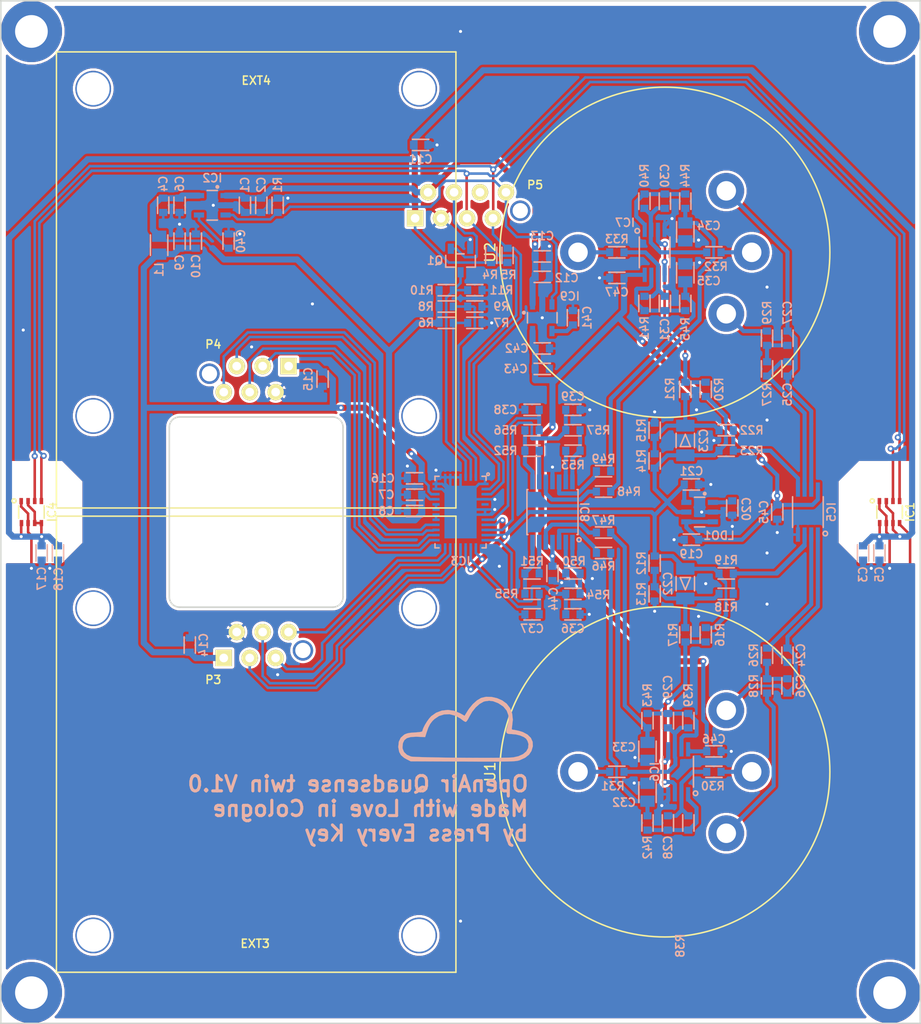
<source format=kicad_pcb>
(kicad_pcb (version 20171130) (host pcbnew "(5.1.2-1)-1")
  (layers (0 F.Cu signal) (31 B.Cu signal) (34 B.Paste user) (35 F.Paste user) (36 B.SilkS user) (37 F.SilkS user) (38 B.Mask user) (39 F.Mask user) (44 Edge.Cuts user))
  (net 0 "")
  (net 1 5V)
  (net 2 GND)
  (net 3 3V3)
  (net 4 SDA)
  (net 5 SCL)
  (net 6 EN)
  (net 7 SENS0CH0+)
  (net 8 SENS1CH1+)
  (net 9 SENS2CH0-)
  (net 10 SENS2CH0+)
  (net 11 SENS2CH1-)
  (net 12 SENS3CH0+)
  (net 13 SENS3CH0-)
  (net 14 SENS3CH1+)
  (net 15 SENS3CH1-)
  (net 16 "Net-(IC3-Pad24)")
  (net 17 "Net-(IC3-Pad26)")
  (net 18 "Net-(IC3-Pad36)")
  (net 19 "Net-(IC3-Pad37)")
  (net 20 "Net-(IC3-Pad38)")
  (net 21 SENS0CH0-)
  (net 22 SENS1CH0+)
  (net 23 SENS0CH1+)
  (net 24 SENS2CH1+)
  (net 25 ID1)
  (net 26 4V)
  (net 27 A4V)
  (net 28 "Net-(C20-Pad1)")
  (net 29 "Net-(C24-Pad2)")
  (net 30 "Net-(C24-Pad1)")
  (net 31 "Net-(C25-Pad2)")
  (net 32 "Net-(C25-Pad1)")
  (net 33 "Net-(C26-Pad2)")
  (net 34 "Net-(C27-Pad2)")
  (net 35 "Net-(C28-Pad2)")
  (net 36 "Net-(C28-Pad1)")
  (net 37 "Net-(C29-Pad2)")
  (net 38 "Net-(C29-Pad1)")
  (net 39 "Net-(C30-Pad2)")
  (net 40 "Net-(C30-Pad1)")
  (net 41 "Net-(C31-Pad2)")
  (net 42 "Net-(C31-Pad1)")
  (net 43 "Net-(C32-Pad1)")
  (net 44 "Net-(C33-Pad1)")
  (net 45 "Net-(C34-Pad1)")
  (net 46 "Net-(C35-Pad1)")
  (net 47 A3V3)
  (net 48 "Net-(C22-PadK)")
  (net 49 "Net-(C23-PadK)")
  (net 50 VWE1)
  (net 51 VCE1)
  (net 52 VWE0)
  (net 53 VCE0)
  (net 54 "Net-(R28-Pad2)")
  (net 55 "Net-(R29-Pad2)")
  (net 56 "Net-(R30-Pad1)")
  (net 57 "Net-(R31-Pad1)")
  (net 58 "Net-(R32-Pad1)")
  (net 59 "Net-(R33-Pad1)")
  (net 60 "Net-(IC8-Pad3)")
  (net 61 "Net-(IC8-Pad5)")
  (net 62 "Net-(IC8-Pad10)")
  (net 63 "Net-(IC8-Pad12)")
  (net 64 "Net-(IC8-Pad1)")
  (net 65 "Net-(IC8-Pad2)")
  (net 66 "Net-(IC8-Pad7)")
  (net 67 "Net-(IC8-Pad6)")
  (net 68 "Net-(IC8-Pad8)")
  (net 69 "Net-(IC8-Pad9)")
  (net 70 "Net-(IC8-Pad14)")
  (net 71 "Net-(IC8-Pad13)")
  (net 72 "Net-(C40-Pad1)")
  (net 73 "Net-(C41-Pad1)")
  (module everykey:ALPHASENSE_B4 (layer F.Cu) (at 165 74.6 270)
    (fp_text reference U2 (at 0 17.1 90) (layer F.SilkS))
    (fp_text value Sensor_Electrochemical_4pin hide)
    (pad 1 thru_hole circle (at 6.010408 -6.010408 270) (size 3.5 3.5) (drill 1.905) (layers *.Cu *.Mask) (net 55 "Net-(R29-Pad2)"))
    (pad 2 thru_hole circle (at 0 -8.5 270) (size 3.5 3.5) (drill 1.905) (layers *.Cu *.Mask) (net 58 "Net-(R32-Pad1)"))
    (pad 3 thru_hole circle (at -6.010408 -6.010408 270) (size 3.5 3.5) (drill 1.905) (layers *.Cu *.Mask) (net 32 "Net-(C25-Pad1)"))
    (pad 4 thru_hole circle (at 0 8.5 270) (size 3.5 3.5) (drill 1.905) (layers *.Cu *.Mask) (net 59 "Net-(R33-Pad1)"))
  )
  (module everykey:0603 (layer B.Cu) (at 160.3 77.1 180)
    (fp_text reference C47 (at 0 -1.4 180) (layer B.SilkS) (effects (font (size 0.8 0.8)) (justify mirror)))
    (fp_text value 0u1 hide)
    (pad 2 smd rect (at 0.7 0 180) (size 0.7 0.8) (layers B.Cu B.Paste B.Mask) (net 2 GND))
    (pad 1 smd rect (at -0.7 0 180) (size 0.7 0.8) (layers B.Cu B.Paste B.Mask) (net 47 A3V3))
  )
  (module everykey:0603 (layer B.Cu) (at 169.8 123.4)
    (fp_text reference C46 (at 0 -1.2 -180) (layer B.SilkS) (effects (font (size 0.8 0.8)) (justify mirror)))
    (fp_text value 0u1 hide)
    (pad 2 smd rect (at 0.7 0) (size 0.7 0.8) (layers B.Cu B.Paste B.Mask) (net 2 GND))
    (pad 1 smd rect (at -0.7 0) (size 0.7 0.8) (layers B.Cu B.Paste B.Mask) (net 47 A3V3))
  )
  (module everykey:0603 (layer B.Cu) (at 176 100 270)
    (fp_text reference C45 (at 0 1.3 90) (layer B.SilkS) (effects (font (size 0.8 0.8)) (justify mirror)))
    (fp_text value 0u1 hide)
    (pad 2 smd rect (at 0.7 0 270) (size 0.7 0.8) (layers B.Cu B.Paste B.Mask) (net 2 GND))
    (pad 1 smd rect (at -0.7 0 270) (size 0.7 0.8) (layers B.Cu B.Paste B.Mask) (net 47 A3V3))
  )
  (module everykey:0603 (layer B.Cu) (at 154 106 270)
    (fp_text reference C44 (at 2.5 -0.1 90) (layer B.SilkS) (effects (font (size 0.8 0.8)) (justify mirror)))
    (fp_text value 0u1 hide)
    (pad 2 smd rect (at 0.7 0 270) (size 0.7 0.8) (layers B.Cu B.Paste B.Mask) (net 2 GND))
    (pad 1 smd rect (at -0.7 0 270) (size 0.7 0.8) (layers B.Cu B.Paste B.Mask) (net 47 A3V3))
  )
  (module everykey:SOT23-5 (layer B.Cu) (at 153 81 270)
    (fp_text reference IC9 (at -2.1 -2.7 180) (layer B.SilkS) (effects (font (size 0.8 0.8)) (justify mirror)))
    (fp_text value LP5907 hide)
    (pad 5 smd rect (at 1.3 0.95 270) (size 1 0.5) (layers B.Cu B.Paste B.Mask) (net 47 A3V3))
    (pad 4 smd rect (at 1.3 -0.95 270) (size 1 0.5) (layers B.Cu B.Paste B.Mask) (net 73 "Net-(C41-Pad1)"))
    (pad 3 smd rect (at -1.3 -0.95 270) (size 1 0.5) (layers B.Cu B.Paste B.Mask) (net 6 EN))
    (pad 2 smd rect (at -1.3 0 270) (size 1 0.5) (layers B.Cu B.Paste B.Mask) (net 2 GND))
    (pad 1 smd rect (at -1.3 0.95 270) (size 1 0.5) (layers B.Cu B.Paste B.Mask) (net 1 5V))
  )
  (module everykey:0603 (layer B.Cu) (at 153 86)
    (fp_text reference C43 (at -2.6 0 -180) (layer B.SilkS) (effects (font (size 0.8 0.8)) (justify mirror)))
    (fp_text value 1u hide)
    (pad 2 smd rect (at 0.7 0) (size 0.7 0.8) (layers B.Cu B.Paste B.Mask) (net 2 GND))
    (pad 1 smd rect (at -0.7 0) (size 0.7 0.8) (layers B.Cu B.Paste B.Mask) (net 47 A3V3))
  )
  (module everykey:0603 (layer B.Cu) (at 153 84)
    (fp_text reference C42 (at -2.5 0 -180) (layer B.SilkS) (effects (font (size 0.8 0.8)) (justify mirror)))
    (fp_text value 10u hide)
    (pad 2 smd rect (at 0.7 0) (size 0.7 0.8) (layers B.Cu B.Paste B.Mask) (net 2 GND))
    (pad 1 smd rect (at -0.7 0) (size 0.7 0.8) (layers B.Cu B.Paste B.Mask) (net 47 A3V3))
  )
  (module everykey:0603 (layer B.Cu) (at 156 81 90)
    (fp_text reference C41 (at 0 1.4 270) (layer B.SilkS) (effects (font (size 0.8 0.8)) (justify mirror)))
    (fp_text value DNP hide)
    (pad 2 smd rect (at 0.7 0 90) (size 0.7 0.8) (layers B.Cu B.Paste B.Mask) (net 2 GND))
    (pad 1 smd rect (at -0.7 0 90) (size 0.7 0.8) (layers B.Cu B.Paste B.Mask) (net 73 "Net-(C41-Pad1)"))
  )
  (module everykey:0603 (layer B.Cu) (at 122.3 73.5 90)
    (fp_text reference C40 (at 0 1.2 90) (layer B.SilkS) (effects (font (size 0.8 0.8)) (justify mirror)))
    (fp_text value 470p hide)
    (pad 2 smd rect (at 0.7 0 90) (size 0.7 0.8) (layers B.Cu B.Paste B.Mask) (net 2 GND))
    (pad 1 smd rect (at -0.7 0 90) (size 0.7 0.8) (layers B.Cu B.Paste B.Mask) (net 72 "Net-(C40-Pad1)"))
  )
  (module everykey:0603 (layer B.Cu) (at 153 75)
    (fp_text reference C13 (at 0 -2 -180) (layer B.SilkS) (effects (font (size 0.8 0.8)) (justify mirror)))
    (fp_text value 1u hide)
    (pad 2 smd rect (at 0.7 0) (size 0.7 0.8) (layers B.Cu B.Paste B.Mask) (net 2 GND))
    (pad 1 smd rect (at -0.7 0) (size 0.7 0.8) (layers B.Cu B.Paste B.Mask) (net 1 5V))
  )
  (module everykey:0603 (layer B.Cu) (at 153 77)
    (fp_text reference C12 (at 2.4 0.1 -180) (layer B.SilkS) (effects (font (size 0.8 0.8)) (justify mirror)))
    (fp_text value 10u hide)
    (pad 2 smd rect (at 0.7 0) (size 0.7 0.8) (layers B.Cu B.Paste B.Mask) (net 2 GND))
    (pad 1 smd rect (at -0.7 0) (size 0.7 0.8) (layers B.Cu B.Paste B.Mask) (net 1 5V))
  )
  (module everykey:0603 (layer B.Cu) (at 165 69.6 270)
    (fp_text reference C30 (at -2.5 0 270) (layer B.SilkS) (effects (font (size 0.8 0.8)) (justify mirror)))
    (fp_text value 20n hide)
    (pad 1 smd rect (at -0.7 0 270) (size 0.7 0.8) (layers B.Cu B.Paste B.Mask) (net 40 "Net-(C30-Pad1)"))
    (pad 2 smd rect (at 0.7 0 270) (size 0.7 0.8) (layers B.Cu B.Paste B.Mask) (net 39 "Net-(C30-Pad2)"))
  )
  (module everykey:0603 (layer B.Cu) (at 160.3 125.4)
    (fp_text reference R31 (at -0.4 1.4 180) (layer B.SilkS) (effects (font (size 0.8 0.8)) (justify mirror)))
    (fp_text value 68 hide)
    (pad 1 smd rect (at -0.7 0) (size 0.7 0.8) (layers B.Cu B.Paste B.Mask) (net 57 "Net-(R31-Pad1)"))
    (pad 2 smd rect (at 0.7 0) (size 0.7 0.8) (layers B.Cu B.Paste B.Mask) (net 37 "Net-(C29-Pad2)"))
  )
  (module everykey:ALPHASENSE_B4 (layer F.Cu) (at 165 125.4 270)
    (fp_text reference U1 (at 0 17.1 90) (layer F.SilkS))
    (fp_text value Sensor_Electrochemical_4pin hide)
    (pad 1 thru_hole circle (at 6.010408 -6.010408 270) (size 3.5 3.5) (drill 1.905) (layers *.Cu *.Mask) (net 54 "Net-(R28-Pad2)"))
    (pad 2 thru_hole circle (at 0 -8.5 270) (size 3.5 3.5) (drill 1.905) (layers *.Cu *.Mask) (net 56 "Net-(R30-Pad1)"))
    (pad 3 thru_hole circle (at -6.010408 -6.010408 270) (size 3.5 3.5) (drill 1.905) (layers *.Cu *.Mask) (net 30 "Net-(C24-Pad1)"))
    (pad 4 thru_hole circle (at 0 8.5 270) (size 3.5 3.5) (drill 1.905) (layers *.Cu *.Mask) (net 57 "Net-(R31-Pad1)"))
  )
  (module everykey:0603 (layer B.Cu) (at 177 117 90)
    (fp_text reference C26 (at 0 1.3 270) (layer B.SilkS) (effects (font (size 0.8 0.8)) (justify mirror)))
    (fp_text value 10n hide)
    (pad 2 smd rect (at 0.7 0 90) (size 0.7 0.8) (layers B.Cu B.Paste B.Mask) (net 33 "Net-(C26-Pad2)"))
    (pad 1 smd rect (at -0.7 0 90) (size 0.7 0.8) (layers B.Cu B.Paste B.Mask) (net 30 "Net-(C24-Pad1)"))
  )
  (module everykey:1206-POLAR (layer B.Cu) (at 167 93 90)
    (fp_text reference C23 (at 0 1.8 90) (layer B.SilkS) (effects (font (size 0.8 0.8)) (justify mirror)))
    (fp_text value 100u hide)
    (pad A smd rect (at -1.45 0 90) (size 1.15 1.8) (layers B.Cu B.Paste B.Mask) (net 21 SENS0CH0-))
    (pad K smd rect (at 1.45 0 90) (size 1.15 1.8) (layers B.Cu B.Paste B.Mask) (net 49 "Net-(C23-PadK)"))
  )
  (module everykey:1206-POLAR (layer B.Cu) (at 167 107 270)
    (fp_text reference C22 (at 0 1.7 90) (layer B.SilkS) (effects (font (size 0.8 0.8)) (justify mirror)))
    (fp_text value 100u hide)
    (pad A smd rect (at -1.45 0 270) (size 1.15 1.8) (layers B.Cu B.Paste B.Mask) (net 21 SENS0CH0-))
    (pad K smd rect (at 1.45 0 270) (size 1.15 1.8) (layers B.Cu B.Paste B.Mask) (net 48 "Net-(C22-PadK)"))
  )
  (module everykey:TSSOP-14-0.65-4.4 (layer B.Cu) (at 154 100 90)
    (fp_text reference IC8 (at 0 3.2 90) (layer B.SilkS) (effects (font (size 0.8 0.8)) (justify mirror)))
    (fp_text value MCP6034 hide)
    (pad 14 smd rect (at 2.95 1.95 90) (size 1.45 0.45) (layers B.Cu B.Paste B.Mask) (net 70 "Net-(IC8-Pad14)"))
    (pad 13 smd rect (at 2.95 1.3 90) (size 1.45 0.45) (layers B.Cu B.Paste B.Mask) (net 71 "Net-(IC8-Pad13)"))
    (pad 12 smd rect (at 2.95 0.65 90) (size 1.45 0.45) (layers B.Cu B.Paste B.Mask) (net 63 "Net-(IC8-Pad12)"))
    (pad 11 smd rect (at 2.95 0 90) (size 1.45 0.45) (layers B.Cu B.Paste B.Mask) (net 2 GND))
    (pad 10 smd rect (at 2.95 -0.65 90) (size 1.45 0.45) (layers B.Cu B.Paste B.Mask) (net 62 "Net-(IC8-Pad10)"))
    (pad 9 smd rect (at 2.95 -1.3 90) (size 1.45 0.45) (layers B.Cu B.Paste B.Mask) (net 69 "Net-(IC8-Pad9)"))
    (pad 8 smd rect (at 2.95 -1.95 90) (size 1.45 0.45) (layers B.Cu B.Paste B.Mask) (net 68 "Net-(IC8-Pad8)"))
    (pad 7 smd rect (at -2.95 -1.95 90) (size 1.45 0.45) (layers B.Cu B.Paste B.Mask) (net 66 "Net-(IC8-Pad7)"))
    (pad 6 smd rect (at -2.95 -1.3 90) (size 1.45 0.45) (layers B.Cu B.Paste B.Mask) (net 67 "Net-(IC8-Pad6)"))
    (pad 5 smd rect (at -2.95 -0.65 90) (size 1.45 0.45) (layers B.Cu B.Paste B.Mask) (net 61 "Net-(IC8-Pad5)"))
    (pad 4 smd rect (at -2.95 0 90) (size 1.45 0.45) (layers B.Cu B.Paste B.Mask) (net 47 A3V3))
    (pad 3 smd rect (at -2.95 0.65 90) (size 1.45 0.45) (layers B.Cu B.Paste B.Mask) (net 60 "Net-(IC8-Pad3)"))
    (pad 2 smd rect (at -2.95 1.3 90) (size 1.45 0.45) (layers B.Cu B.Paste B.Mask) (net 65 "Net-(IC8-Pad2)"))
    (pad 1 smd rect (at -2.95 1.95 90) (size 1.45 0.45) (layers B.Cu B.Paste B.Mask) (net 64 "Net-(IC8-Pad1)"))
  )
  (module everykey:0603 (layer B.Cu) (at 156 92 180)
    (fp_text reference R57 (at -2.5 0 180) (layer B.SilkS) (effects (font (size 0.8 0.8)) (justify mirror)))
    (fp_text value 150 hide)
    (pad 2 smd rect (at 0.7 0 180) (size 0.7 0.8) (layers B.Cu B.Paste B.Mask) (net 23 SENS0CH1+))
    (pad 1 smd rect (at -0.7 0 180) (size 0.7 0.8) (layers B.Cu B.Paste B.Mask) (net 70 "Net-(IC8-Pad14)"))
  )
  (module everykey:0603 (layer B.Cu) (at 152 92)
    (fp_text reference R56 (at -2.6 0 -180) (layer B.SilkS) (effects (font (size 0.8 0.8)) (justify mirror)))
    (fp_text value 150 hide)
    (pad 2 smd rect (at 0.7 0) (size 0.7 0.8) (layers B.Cu B.Paste B.Mask) (net 7 SENS0CH0+))
    (pad 1 smd rect (at -0.7 0) (size 0.7 0.8) (layers B.Cu B.Paste B.Mask) (net 68 "Net-(IC8-Pad8)"))
  )
  (module everykey:0603 (layer B.Cu) (at 152 108)
    (fp_text reference R55 (at -2.5 0 -180) (layer B.SilkS) (effects (font (size 0.8 0.8)) (justify mirror)))
    (fp_text value 150 hide)
    (pad 2 smd rect (at 0.7 0) (size 0.7 0.8) (layers B.Cu B.Paste B.Mask) (net 8 SENS1CH1+))
    (pad 1 smd rect (at -0.7 0) (size 0.7 0.8) (layers B.Cu B.Paste B.Mask) (net 66 "Net-(IC8-Pad7)"))
  )
  (module everykey:0603 (layer B.Cu) (at 156 108 180)
    (fp_text reference R54 (at -2.5 -0.1 180) (layer B.SilkS) (effects (font (size 0.8 0.8)) (justify mirror)))
    (fp_text value 150 hide)
    (pad 2 smd rect (at 0.7 0 180) (size 0.7 0.8) (layers B.Cu B.Paste B.Mask) (net 22 SENS1CH0+))
    (pad 1 smd rect (at -0.7 0 180) (size 0.7 0.8) (layers B.Cu B.Paste B.Mask) (net 64 "Net-(IC8-Pad1)"))
  )
  (module everykey:0603 (layer B.Cu) (at 156 94)
    (fp_text reference R53 (at 0 1.4 -180) (layer B.SilkS) (effects (font (size 0.8 0.8)) (justify mirror)))
    (fp_text value 3K3 hide)
    (pad 2 smd rect (at 0.7 0) (size 0.7 0.8) (layers B.Cu B.Paste B.Mask) (net 70 "Net-(IC8-Pad14)"))
    (pad 1 smd rect (at -0.7 0) (size 0.7 0.8) (layers B.Cu B.Paste B.Mask) (net 71 "Net-(IC8-Pad13)"))
  )
  (module everykey:0603 (layer B.Cu) (at 152 94 180)
    (fp_text reference R52 (at 2.6 0 180) (layer B.SilkS) (effects (font (size 0.8 0.8)) (justify mirror)))
    (fp_text value 3K3 hide)
    (pad 2 smd rect (at 0.7 0 180) (size 0.7 0.8) (layers B.Cu B.Paste B.Mask) (net 68 "Net-(IC8-Pad8)"))
    (pad 1 smd rect (at -0.7 0 180) (size 0.7 0.8) (layers B.Cu B.Paste B.Mask) (net 69 "Net-(IC8-Pad9)"))
  )
  (module everykey:0603 (layer B.Cu) (at 152 106 180)
    (fp_text reference R51 (at 0 1.2 180) (layer B.SilkS) (effects (font (size 0.8 0.8)) (justify mirror)))
    (fp_text value 3K3 hide)
    (pad 2 smd rect (at 0.7 0 180) (size 0.7 0.8) (layers B.Cu B.Paste B.Mask) (net 66 "Net-(IC8-Pad7)"))
    (pad 1 smd rect (at -0.7 0 180) (size 0.7 0.8) (layers B.Cu B.Paste B.Mask) (net 67 "Net-(IC8-Pad6)"))
  )
  (module everykey:0603 (layer B.Cu) (at 156 106)
    (fp_text reference R50 (at 0.1 -1.2 -180) (layer B.SilkS) (effects (font (size 0.8 0.8)) (justify mirror)))
    (fp_text value 3K3 hide)
    (pad 2 smd rect (at 0.7 0) (size 0.7 0.8) (layers B.Cu B.Paste B.Mask) (net 64 "Net-(IC8-Pad1)"))
    (pad 1 smd rect (at -0.7 0) (size 0.7 0.8) (layers B.Cu B.Paste B.Mask) (net 65 "Net-(IC8-Pad2)"))
  )
  (module everykey:0603 (layer B.Cu) (at 159 96 180)
    (fp_text reference R49 (at 0 1.2 180) (layer B.SilkS) (effects (font (size 0.8 0.8)) (justify mirror)))
    (fp_text value 3K3 hide)
    (pad 1 smd rect (at -0.7 0 180) (size 0.7 0.8) (layers B.Cu B.Paste B.Mask) (net 46 "Net-(C35-Pad1)"))
    (pad 2 smd rect (at 0.7 0 180) (size 0.7 0.8) (layers B.Cu B.Paste B.Mask) (net 63 "Net-(IC8-Pad12)"))
  )
  (module everykey:0603 (layer B.Cu) (at 159 98 180)
    (fp_text reference R48 (at -2.5 0 180) (layer B.SilkS) (effects (font (size 0.8 0.8)) (justify mirror)))
    (fp_text value 3K3 hide)
    (pad 1 smd rect (at -0.7 0 180) (size 0.7 0.8) (layers B.Cu B.Paste B.Mask) (net 45 "Net-(C34-Pad1)"))
    (pad 2 smd rect (at 0.7 0 180) (size 0.7 0.8) (layers B.Cu B.Paste B.Mask) (net 62 "Net-(IC8-Pad10)"))
  )
  (module everykey:0603 (layer B.Cu) (at 159 102 180)
    (fp_text reference R47 (at 0 1.2 180) (layer B.SilkS) (effects (font (size 0.8 0.8)) (justify mirror)))
    (fp_text value 3K3 hide)
    (pad 2 smd rect (at 0.7 0 180) (size 0.7 0.8) (layers B.Cu B.Paste B.Mask) (net 61 "Net-(IC8-Pad5)"))
    (pad 1 smd rect (at -0.7 0 180) (size 0.7 0.8) (layers B.Cu B.Paste B.Mask) (net 44 "Net-(C33-Pad1)"))
  )
  (module everykey:0603 (layer B.Cu) (at 159 104 180)
    (fp_text reference R46 (at 0 -1.3 180) (layer B.SilkS) (effects (font (size 0.8 0.8)) (justify mirror)))
    (fp_text value 3K3 hide)
    (pad 2 smd rect (at 0.7 0 180) (size 0.7 0.8) (layers B.Cu B.Paste B.Mask) (net 60 "Net-(IC8-Pad3)"))
    (pad 1 smd rect (at -0.7 0 180) (size 0.7 0.8) (layers B.Cu B.Paste B.Mask) (net 43 "Net-(C32-Pad1)"))
  )
  (module everykey:0603 (layer B.Cu) (at 167 79.6 90)
    (fp_text reference R45 (at -2.5 0 270) (layer B.SilkS) (effects (font (size 0.8 0.8)) (justify mirror)))
    (fp_text value 100K hide)
    (pad 1 smd rect (at -0.7 0 90) (size 0.7 0.8) (layers B.Cu B.Paste B.Mask) (net 42 "Net-(C31-Pad1)"))
    (pad 2 smd rect (at 0.7 0 90) (size 0.7 0.8) (layers B.Cu B.Paste B.Mask) (net 46 "Net-(C35-Pad1)"))
  )
  (module everykey:0603 (layer B.Cu) (at 167 69.6 270)
    (fp_text reference R44 (at -2.5 0 270) (layer B.SilkS) (effects (font (size 0.8 0.8)) (justify mirror)))
    (fp_text value 100K hide)
    (pad 1 smd rect (at -0.7 0 270) (size 0.7 0.8) (layers B.Cu B.Paste B.Mask) (net 40 "Net-(C30-Pad1)"))
    (pad 2 smd rect (at 0.7 0 270) (size 0.7 0.8) (layers B.Cu B.Paste B.Mask) (net 45 "Net-(C34-Pad1)"))
  )
  (module everykey:0603 (layer B.Cu) (at 163.3 120.4 270)
    (fp_text reference R43 (at -2.5 0 270) (layer B.SilkS) (effects (font (size 0.8 0.8)) (justify mirror)))
    (fp_text value 100K hide)
    (pad 2 smd rect (at 0.7 0 270) (size 0.7 0.8) (layers B.Cu B.Paste B.Mask) (net 44 "Net-(C33-Pad1)"))
    (pad 1 smd rect (at -0.7 0 270) (size 0.7 0.8) (layers B.Cu B.Paste B.Mask) (net 38 "Net-(C29-Pad1)"))
  )
  (module everykey:0603 (layer B.Cu) (at 163.3 130.4 90)
    (fp_text reference R42 (at -2.4 0 270) (layer B.SilkS) (effects (font (size 0.8 0.8)) (justify mirror)))
    (fp_text value 100K hide)
    (pad 2 smd rect (at 0.7 0 90) (size 0.7 0.8) (layers B.Cu B.Paste B.Mask) (net 43 "Net-(C32-Pad1)"))
    (pad 1 smd rect (at -0.7 0 90) (size 0.7 0.8) (layers B.Cu B.Paste B.Mask) (net 36 "Net-(C28-Pad1)"))
  )
  (module everykey:0603 (layer B.Cu) (at 163 79.6 270)
    (fp_text reference R41 (at 2.4 0 270) (layer B.SilkS) (effects (font (size 0.8 0.8)) (justify mirror)))
    (fp_text value 20-200K hide)
    (pad 1 smd rect (at -0.7 0 270) (size 0.7 0.8) (layers B.Cu B.Paste B.Mask) (net 41 "Net-(C31-Pad2)"))
    (pad 2 smd rect (at 0.7 0 270) (size 0.7 0.8) (layers B.Cu B.Paste B.Mask) (net 42 "Net-(C31-Pad1)"))
  )
  (module everykey:0603 (layer B.Cu) (at 163 69.6 90)
    (fp_text reference R40 (at 2.5 0 270) (layer B.SilkS) (effects (font (size 0.8 0.8)) (justify mirror)))
    (fp_text value 20-200K hide)
    (pad 1 smd rect (at -0.7 0 90) (size 0.7 0.8) (layers B.Cu B.Paste B.Mask) (net 39 "Net-(C30-Pad2)"))
    (pad 2 smd rect (at 0.7 0 90) (size 0.7 0.8) (layers B.Cu B.Paste B.Mask) (net 40 "Net-(C30-Pad1)"))
  )
  (module everykey:0603 (layer B.Cu) (at 167.3 120.4 90)
    (fp_text reference R39 (at 2.5 0 270) (layer B.SilkS) (effects (font (size 0.8 0.8)) (justify mirror)))
    (fp_text value 20-200K hide)
    (pad 2 smd rect (at 0.7 0 90) (size 0.7 0.8) (layers B.Cu B.Paste B.Mask) (net 38 "Net-(C29-Pad1)"))
    (pad 1 smd rect (at -0.7 0 90) (size 0.7 0.8) (layers B.Cu B.Paste B.Mask) (net 37 "Net-(C29-Pad2)"))
  )
  (module everykey:0603 (layer B.Cu) (at 167.3 130.4 270)
    (fp_text reference R38 (at 12 0.8 270) (layer B.SilkS) (effects (font (size 0.8 0.8)) (justify mirror)))
    (fp_text value 20-200K hide)
    (pad 2 smd rect (at 0.7 0 270) (size 0.7 0.8) (layers B.Cu B.Paste B.Mask) (net 36 "Net-(C28-Pad1)"))
    (pad 1 smd rect (at -0.7 0 270) (size 0.7 0.8) (layers B.Cu B.Paste B.Mask) (net 35 "Net-(C28-Pad2)"))
  )
  (module everykey:0603 (layer B.Cu) (at 160.3 74.6)
    (fp_text reference R33 (at 0 -1.3 180) (layer B.SilkS) (effects (font (size 0.8 0.8)) (justify mirror)))
    (fp_text value 68 hide)
    (pad 1 smd rect (at -0.7 0) (size 0.7 0.8) (layers B.Cu B.Paste B.Mask) (net 59 "Net-(R33-Pad1)"))
    (pad 2 smd rect (at 0.7 0) (size 0.7 0.8) (layers B.Cu B.Paste B.Mask) (net 41 "Net-(C31-Pad2)"))
  )
  (module everykey:0603 (layer B.Cu) (at 169.8 74.6 180)
    (fp_text reference R32 (at -0.2 -1.4 180) (layer B.SilkS) (effects (font (size 0.8 0.8)) (justify mirror)))
    (fp_text value 68 hide)
    (pad 1 smd rect (at -0.7 0 180) (size 0.7 0.8) (layers B.Cu B.Paste B.Mask) (net 58 "Net-(R32-Pad1)"))
    (pad 2 smd rect (at 0.7 0 180) (size 0.7 0.8) (layers B.Cu B.Paste B.Mask) (net 39 "Net-(C30-Pad2)"))
  )
  (module everykey:0603 (layer B.Cu) (at 169.8 125.4 180)
    (fp_text reference R30 (at 0.1 -1.4 180) (layer B.SilkS) (effects (font (size 0.8 0.8)) (justify mirror)))
    (fp_text value 68 hide)
    (pad 1 smd rect (at -0.7 0 180) (size 0.7 0.8) (layers B.Cu B.Paste B.Mask) (net 56 "Net-(R30-Pad1)"))
    (pad 2 smd rect (at 0.7 0 180) (size 0.7 0.8) (layers B.Cu B.Paste B.Mask) (net 35 "Net-(C28-Pad2)"))
  )
  (module everykey:0603 (layer B.Cu) (at 175 83 90)
    (fp_text reference R29 (at 2.5 0 270) (layer B.SilkS) (effects (font (size 0.8 0.8)) (justify mirror)))
    (fp_text value 10K hide)
    (pad 1 smd rect (at -0.7 0 90) (size 0.7 0.8) (layers B.Cu B.Paste B.Mask) (net 34 "Net-(C27-Pad2)"))
    (pad 2 smd rect (at 0.7 0 90) (size 0.7 0.8) (layers B.Cu B.Paste B.Mask) (net 55 "Net-(R29-Pad2)"))
  )
  (module everykey:0603 (layer B.Cu) (at 175 117 270)
    (fp_text reference R28 (at 0 1.3 270) (layer B.SilkS) (effects (font (size 0.8 0.8)) (justify mirror)))
    (fp_text value 10K hide)
    (pad 1 smd rect (at -0.7 0 270) (size 0.7 0.8) (layers B.Cu B.Paste B.Mask) (net 33 "Net-(C26-Pad2)"))
    (pad 2 smd rect (at 0.7 0 270) (size 0.7 0.8) (layers B.Cu B.Paste B.Mask) (net 54 "Net-(R28-Pad2)"))
  )
  (module everykey:0603 (layer B.Cu) (at 175 86 90)
    (fp_text reference R27 (at -2.5 0 270) (layer B.SilkS) (effects (font (size 0.8 0.8)) (justify mirror)))
    (fp_text value 10K hide)
    (pad 1 smd rect (at -0.7 0 90) (size 0.7 0.8) (layers B.Cu B.Paste B.Mask) (net 31 "Net-(C25-Pad2)"))
    (pad 2 smd rect (at 0.7 0 90) (size 0.7 0.8) (layers B.Cu B.Paste B.Mask) (net 34 "Net-(C27-Pad2)"))
  )
  (module everykey:0603 (layer B.Cu) (at 175 114 270)
    (fp_text reference R26 (at 0 1.3 270) (layer B.SilkS) (effects (font (size 0.8 0.8)) (justify mirror)))
    (fp_text value 10K hide)
    (pad 1 smd rect (at -0.7 0 270) (size 0.7 0.8) (layers B.Cu B.Paste B.Mask) (net 29 "Net-(C24-Pad2)"))
    (pad 2 smd rect (at 0.7 0 270) (size 0.7 0.8) (layers B.Cu B.Paste B.Mask) (net 33 "Net-(C26-Pad2)"))
  )
  (module everykey:0603 (layer B.Cu) (at 171 94)
    (fp_text reference R23 (at 2.5 0 -180) (layer B.SilkS) (effects (font (size 0.8 0.8)) (justify mirror)))
    (fp_text value 10K/DNP hide)
    (pad 1 smd rect (at -0.7 0) (size 0.7 0.8) (layers B.Cu B.Paste B.Mask) (net 21 SENS0CH0-))
    (pad 2 smd rect (at 0.7 0) (size 0.7 0.8) (layers B.Cu B.Paste B.Mask) (net 53 VCE0))
  )
  (module everykey:0603 (layer B.Cu) (at 171 92)
    (fp_text reference R22 (at 2.5 0 -180) (layer B.SilkS) (effects (font (size 0.8 0.8)) (justify mirror)))
    (fp_text value 10K/DNP hide)
    (pad 1 smd rect (at -0.7 0) (size 0.7 0.8) (layers B.Cu B.Paste B.Mask) (net 49 "Net-(C23-PadK)"))
    (pad 2 smd rect (at 0.7 0) (size 0.7 0.8) (layers B.Cu B.Paste B.Mask) (net 53 VCE0))
  )
  (module everykey:0603 (layer B.Cu) (at 167 88 90)
    (fp_text reference R21 (at 0 -1.5 -90) (layer B.SilkS) (effects (font (size 0.8 0.8)) (justify mirror)))
    (fp_text value 10K/DNP hide)
    (pad 1 smd rect (at -0.7 0 90) (size 0.7 0.8) (layers B.Cu B.Paste B.Mask) (net 49 "Net-(C23-PadK)"))
    (pad 2 smd rect (at 0.7 0 90) (size 0.7 0.8) (layers B.Cu B.Paste B.Mask) (net 52 VWE0))
  )
  (module everykey:0603 (layer B.Cu) (at 169 88 90)
    (fp_text reference R20 (at 0 1.3 -90) (layer B.SilkS) (effects (font (size 0.8 0.8)) (justify mirror)))
    (fp_text value 10K/DNP hide)
    (pad 1 smd rect (at -0.7 0 90) (size 0.7 0.8) (layers B.Cu B.Paste B.Mask) (net 21 SENS0CH0-))
    (pad 2 smd rect (at 0.7 0 90) (size 0.7 0.8) (layers B.Cu B.Paste B.Mask) (net 52 VWE0))
  )
  (module everykey:0603 (layer B.Cu) (at 171 106)
    (fp_text reference R19 (at 0 -1.3 -180) (layer B.SilkS) (effects (font (size 0.8 0.8)) (justify mirror)))
    (fp_text value 10K/DNP hide)
    (pad 1 smd rect (at -0.7 0) (size 0.7 0.8) (layers B.Cu B.Paste B.Mask) (net 21 SENS0CH0-))
    (pad 2 smd rect (at 0.7 0) (size 0.7 0.8) (layers B.Cu B.Paste B.Mask) (net 51 VCE1))
  )
  (module everykey:0603 (layer B.Cu) (at 171 108)
    (fp_text reference R18 (at 0 1.3 -180) (layer B.SilkS) (effects (font (size 0.8 0.8)) (justify mirror)))
    (fp_text value 10K/DNP hide)
    (pad 1 smd rect (at -0.7 0) (size 0.7 0.8) (layers B.Cu B.Paste B.Mask) (net 48 "Net-(C22-PadK)"))
    (pad 2 smd rect (at 0.7 0) (size 0.7 0.8) (layers B.Cu B.Paste B.Mask) (net 51 VCE1))
  )
  (module everykey:0603 (layer B.Cu) (at 167 112 270)
    (fp_text reference R17 (at 0 1.2 270) (layer B.SilkS) (effects (font (size 0.8 0.8)) (justify mirror)))
    (fp_text value 10K/DNP hide)
    (pad 1 smd rect (at -0.7 0 270) (size 0.7 0.8) (layers B.Cu B.Paste B.Mask) (net 48 "Net-(C22-PadK)"))
    (pad 2 smd rect (at 0.7 0 270) (size 0.7 0.8) (layers B.Cu B.Paste B.Mask) (net 50 VWE1))
  )
  (module everykey:0603 (layer B.Cu) (at 169 112 270)
    (fp_text reference R16 (at 0 -1.4 270) (layer B.SilkS) (effects (font (size 0.8 0.8)) (justify mirror)))
    (fp_text value 10K/DNP hide)
    (pad 1 smd rect (at -0.7 0 270) (size 0.7 0.8) (layers B.Cu B.Paste B.Mask) (net 21 SENS0CH0-))
    (pad 2 smd rect (at 0.7 0 270) (size 0.7 0.8) (layers B.Cu B.Paste B.Mask) (net 50 VWE1))
  )
  (module everykey:0603 (layer B.Cu) (at 164 92 90)
    (fp_text reference R15 (at 0 -1.3 90) (layer B.SilkS) (effects (font (size 0.8 0.8)) (justify mirror)))
    (fp_text value R hide)
    (pad 1 smd rect (at -0.7 0 90) (size 0.7 0.8) (layers B.Cu B.Paste B.Mask) (net 49 "Net-(C23-PadK)"))
    (pad 2 smd rect (at 0.7 0 90) (size 0.7 0.8) (layers B.Cu B.Paste B.Mask) (net 2 GND))
  )
  (module everykey:0603 (layer B.Cu) (at 164 95 90)
    (fp_text reference R14 (at 0 -1.3 270) (layer B.SilkS) (effects (font (size 0.8 0.8)) (justify mirror)))
    (fp_text value R hide)
    (pad 1 smd rect (at -0.7 0 90) (size 0.7 0.8) (layers B.Cu B.Paste B.Mask) (net 21 SENS0CH0-))
    (pad 2 smd rect (at 0.7 0 90) (size 0.7 0.8) (layers B.Cu B.Paste B.Mask) (net 49 "Net-(C23-PadK)"))
  )
  (module everykey:0603 (layer B.Cu) (at 164 108 270)
    (fp_text reference R13 (at 0 1.3 270) (layer B.SilkS) (effects (font (size 0.8 0.8)) (justify mirror)))
    (fp_text value R hide)
    (pad 1 smd rect (at -0.7 0 270) (size 0.7 0.8) (layers B.Cu B.Paste B.Mask) (net 48 "Net-(C22-PadK)"))
    (pad 2 smd rect (at 0.7 0 270) (size 0.7 0.8) (layers B.Cu B.Paste B.Mask) (net 2 GND))
  )
  (module everykey:0603 (layer B.Cu) (at 164 105 270)
    (fp_text reference R12 (at 0 1.3 270) (layer B.SilkS) (effects (font (size 0.8 0.8)) (justify mirror)))
    (fp_text value R hide)
    (pad 1 smd rect (at -0.7 0 270) (size 0.7 0.8) (layers B.Cu B.Paste B.Mask) (net 21 SENS0CH0-))
    (pad 2 smd rect (at 0.7 0 270) (size 0.7 0.8) (layers B.Cu B.Paste B.Mask) (net 48 "Net-(C22-PadK)"))
  )
  (module everykey:SOT23-6 (layer B.Cu) (at 168.4 100 180)
    (fp_text reference LDO1 (at -1.9 -2.3) (layer B.SilkS) (effects (font (size 0.8 0.8)) (justify mirror)))
    (fp_text value LDO_SENSE_MAX6070 hide)
    (pad 1 smd rect (at -1.3 0.95 180) (size 1 0.5) (layers B.Cu B.Paste B.Mask) (net 28 "Net-(C20-Pad1)"))
    (pad 2 smd rect (at -1.3 0 180) (size 1 0.5) (layers B.Cu B.Paste B.Mask) (net 2 GND))
    (pad 3 smd rect (at -1.3 -0.95 180) (size 1 0.5) (layers B.Cu B.Paste B.Mask) (net 47 A3V3))
    (pad 4 smd rect (at 1.3 -0.95 180) (size 1 0.5) (layers B.Cu B.Paste B.Mask) (net 47 A3V3))
    (pad 5 smd rect (at 1.3 0 180) (size 1 0.5) (layers B.Cu B.Paste B.Mask) (net 21 SENS0CH0-))
    (pad 6 smd rect (at 1.3 0.95 180) (size 1 0.5) (layers B.Cu B.Paste B.Mask) (net 21 SENS0CH0-))
  )
  (module everykey:MSOP-8 (layer B.Cu) (at 164 74.6 270)
    (fp_text reference IC7 (at -2.9 2.9 180) (layer B.SilkS) (effects (font (size 0.8 0.8)) (justify mirror)))
    (fp_text value ADA4528-2 hide)
    (pad 1 smd rect (at -2.2 0.975 270) (size 1.4 0.4) (layers B.Cu B.Paste B.Mask) (net 40 "Net-(C30-Pad1)"))
    (pad 2 smd rect (at -2.2 0.325 270) (size 1.4 0.4) (layers B.Cu B.Paste B.Mask) (net 39 "Net-(C30-Pad2)"))
    (pad 3 smd rect (at -2.2 -0.325 270) (size 1.4 0.4) (layers B.Cu B.Paste B.Mask) (net 52 VWE0))
    (pad 4 smd rect (at -2.2 -0.975 270) (size 1.4 0.4) (layers B.Cu B.Paste B.Mask) (net 2 GND))
    (pad 6 smd rect (at 2.2 -0.325 270) (size 1.4 0.4) (layers B.Cu B.Paste B.Mask) (net 41 "Net-(C31-Pad2)"))
    (pad 8 smd rect (at 2.2 0.975 270) (size 1.4 0.4) (layers B.Cu B.Paste B.Mask) (net 47 A3V3))
    (pad 7 smd rect (at 2.2 0.325 270) (size 1.4 0.4) (layers B.Cu B.Paste B.Mask) (net 42 "Net-(C31-Pad1)"))
    (pad 5 smd rect (at 2.2 -0.975 270) (size 1.4 0.4) (layers B.Cu B.Paste B.Mask) (net 52 VWE0))
  )
  (module everykey:MSOP-8 (layer B.Cu) (at 166.3 125.4 90)
    (fp_text reference IC6 (at 0 -2.3 90) (layer B.SilkS) (effects (font (size 0.8 0.8)) (justify mirror)))
    (fp_text value ADA4528-2 hide)
    (pad 5 smd rect (at 2.2 -0.975 90) (size 1.4 0.4) (layers B.Cu B.Paste B.Mask) (net 50 VWE1))
    (pad 7 smd rect (at 2.2 0.325 90) (size 1.4 0.4) (layers B.Cu B.Paste B.Mask) (net 38 "Net-(C29-Pad1)"))
    (pad 8 smd rect (at 2.2 0.975 90) (size 1.4 0.4) (layers B.Cu B.Paste B.Mask) (net 47 A3V3))
    (pad 6 smd rect (at 2.2 -0.325 90) (size 1.4 0.4) (layers B.Cu B.Paste B.Mask) (net 37 "Net-(C29-Pad2)"))
    (pad 4 smd rect (at -2.2 -0.975 90) (size 1.4 0.4) (layers B.Cu B.Paste B.Mask) (net 2 GND))
    (pad 3 smd rect (at -2.2 -0.325 90) (size 1.4 0.4) (layers B.Cu B.Paste B.Mask) (net 50 VWE1))
    (pad 2 smd rect (at -2.2 0.325 90) (size 1.4 0.4) (layers B.Cu B.Paste B.Mask) (net 35 "Net-(C28-Pad2)"))
    (pad 1 smd rect (at -2.2 0.975 90) (size 1.4 0.4) (layers B.Cu B.Paste B.Mask) (net 36 "Net-(C28-Pad1)"))
  )
  (module everykey:MSOP-8 (layer B.Cu) (at 179 100 90)
    (fp_text reference IC5 (at 0 2.3 90) (layer B.SilkS) (effects (font (size 0.8 0.8)) (justify mirror)))
    (fp_text value ADA4528-2 hide)
    (pad 1 smd rect (at -2.2 0.975 90) (size 1.4 0.4) (layers B.Cu B.Paste B.Mask) (net 30 "Net-(C24-Pad1)"))
    (pad 2 smd rect (at -2.2 0.325 90) (size 1.4 0.4) (layers B.Cu B.Paste B.Mask) (net 29 "Net-(C24-Pad2)"))
    (pad 3 smd rect (at -2.2 -0.325 90) (size 1.4 0.4) (layers B.Cu B.Paste B.Mask) (net 51 VCE1))
    (pad 4 smd rect (at -2.2 -0.975 90) (size 1.4 0.4) (layers B.Cu B.Paste B.Mask) (net 2 GND))
    (pad 6 smd rect (at 2.2 -0.325 90) (size 1.4 0.4) (layers B.Cu B.Paste B.Mask) (net 31 "Net-(C25-Pad2)"))
    (pad 8 smd rect (at 2.2 0.975 90) (size 1.4 0.4) (layers B.Cu B.Paste B.Mask) (net 47 A3V3))
    (pad 7 smd rect (at 2.2 0.325 90) (size 1.4 0.4) (layers B.Cu B.Paste B.Mask) (net 32 "Net-(C25-Pad1)"))
    (pad 5 smd rect (at 2.2 -0.975 90) (size 1.4 0.4) (layers B.Cu B.Paste B.Mask) (net 53 VCE0))
  )
  (module everykey:0603 (layer B.Cu) (at 156 90)
    (fp_text reference C39 (at 0 -1.3 180) (layer B.SilkS) (effects (font (size 0.8 0.8)) (justify mirror)))
    (fp_text value 5n6 hide)
    (pad 2 smd rect (at 0.7 0) (size 0.7 0.8) (layers B.Cu B.Paste B.Mask) (net 2 GND))
    (pad 1 smd rect (at -0.7 0) (size 0.7 0.8) (layers B.Cu B.Paste B.Mask) (net 23 SENS0CH1+))
  )
  (module everykey:0603 (layer B.Cu) (at 152 90 180)
    (fp_text reference C38 (at 2.6 0 180) (layer B.SilkS) (effects (font (size 0.8 0.8)) (justify mirror)))
    (fp_text value 5n6 hide)
    (pad 2 smd rect (at 0.7 0 180) (size 0.7 0.8) (layers B.Cu B.Paste B.Mask) (net 2 GND))
    (pad 1 smd rect (at -0.7 0 180) (size 0.7 0.8) (layers B.Cu B.Paste B.Mask) (net 7 SENS0CH0+))
  )
  (module everykey:0603 (layer B.Cu) (at 152 110 180)
    (fp_text reference C37 (at 0 -1.4 180) (layer B.SilkS) (effects (font (size 0.8 0.8)) (justify mirror)))
    (fp_text value 5n6 hide)
    (pad 2 smd rect (at 0.7 0 180) (size 0.7 0.8) (layers B.Cu B.Paste B.Mask) (net 2 GND))
    (pad 1 smd rect (at -0.7 0 180) (size 0.7 0.8) (layers B.Cu B.Paste B.Mask) (net 8 SENS1CH1+))
  )
  (module everykey:0603 (layer B.Cu) (at 156 110)
    (fp_text reference C36 (at 0 1.4 -180) (layer B.SilkS) (effects (font (size 0.8 0.8)) (justify mirror)))
    (fp_text value 5n6 hide)
    (pad 2 smd rect (at 0.7 0) (size 0.7 0.8) (layers B.Cu B.Paste B.Mask) (net 2 GND))
    (pad 1 smd rect (at -0.7 0) (size 0.7 0.8) (layers B.Cu B.Paste B.Mask) (net 22 SENS1CH0+))
  )
  (module everykey:0805 (layer B.Cu) (at 167 76.6 90)
    (fp_text reference C35 (at -0.8 2.3 180) (layer B.SilkS) (effects (font (size 0.8 0.8)) (justify mirror)))
    (fp_text value 10u hide)
    (pad 1 smd rect (at -0.875 0 90) (size 1.1 1.4) (layers B.Cu B.Paste B.Mask) (net 46 "Net-(C35-Pad1)"))
    (pad 2 smd rect (at 0.875 0 90) (size 1.1 1.4) (layers B.Cu B.Paste B.Mask) (net 2 GND))
  )
  (module everykey:0805 (layer B.Cu) (at 167 72.6 270)
    (fp_text reference C34 (at -0.6 -2.3 180) (layer B.SilkS) (effects (font (size 0.8 0.8)) (justify mirror)))
    (fp_text value 10u hide)
    (pad 1 smd rect (at -0.875 0 270) (size 1.1 1.4) (layers B.Cu B.Paste B.Mask) (net 45 "Net-(C34-Pad1)"))
    (pad 2 smd rect (at 0.875 0 270) (size 1.1 1.4) (layers B.Cu B.Paste B.Mask) (net 2 GND))
  )
  (module everykey:0805 (layer B.Cu) (at 163.3 123.4 270)
    (fp_text reference C33 (at -0.4 2.3) (layer B.SilkS) (effects (font (size 0.8 0.8)) (justify mirror)))
    (fp_text value 10u hide)
    (pad 2 smd rect (at 0.875 0 270) (size 1.1 1.4) (layers B.Cu B.Paste B.Mask) (net 2 GND))
    (pad 1 smd rect (at -0.875 0 270) (size 1.1 1.4) (layers B.Cu B.Paste B.Mask) (net 44 "Net-(C33-Pad1)"))
  )
  (module everykey:0805 (layer B.Cu) (at 163.3 127.4 90)
    (fp_text reference C32 (at -1 -2.3) (layer B.SilkS) (effects (font (size 0.8 0.8)) (justify mirror)))
    (fp_text value 10u hide)
    (pad 2 smd rect (at 0.875 0 90) (size 1.1 1.4) (layers B.Cu B.Paste B.Mask) (net 2 GND))
    (pad 1 smd rect (at -0.875 0 90) (size 1.1 1.4) (layers B.Cu B.Paste B.Mask) (net 43 "Net-(C32-Pad1)"))
  )
  (module everykey:0603 (layer B.Cu) (at 165 79.6 90)
    (fp_text reference C31 (at -2.6 0 270) (layer B.SilkS) (effects (font (size 0.8 0.8)) (justify mirror)))
    (fp_text value C hide)
    (pad 1 smd rect (at -0.7 0 90) (size 0.7 0.8) (layers B.Cu B.Paste B.Mask) (net 42 "Net-(C31-Pad1)"))
    (pad 2 smd rect (at 0.7 0 90) (size 0.7 0.8) (layers B.Cu B.Paste B.Mask) (net 41 "Net-(C31-Pad2)"))
  )
  (module everykey:0603 (layer B.Cu) (at 165.3 120.4 270)
    (fp_text reference C29 (at -3.3 0 270) (layer B.SilkS) (effects (font (size 0.8 0.8)) (justify mirror)))
    (fp_text value 22n hide)
    (pad 2 smd rect (at 0.7 0 270) (size 0.7 0.8) (layers B.Cu B.Paste B.Mask) (net 37 "Net-(C29-Pad2)"))
    (pad 1 smd rect (at -0.7 0 270) (size 0.7 0.8) (layers B.Cu B.Paste B.Mask) (net 38 "Net-(C29-Pad1)"))
  )
  (module everykey:0603 (layer B.Cu) (at 165.3 130.4 90)
    (fp_text reference C28 (at -2.4 0 270) (layer B.SilkS) (effects (font (size 0.8 0.8)) (justify mirror)))
    (fp_text value 22n hide)
    (pad 2 smd rect (at 0.7 0 90) (size 0.7 0.8) (layers B.Cu B.Paste B.Mask) (net 35 "Net-(C28-Pad2)"))
    (pad 1 smd rect (at -0.7 0 90) (size 0.7 0.8) (layers B.Cu B.Paste B.Mask) (net 36 "Net-(C28-Pad1)"))
  )
  (module everykey:0603 (layer B.Cu) (at 177 83 270)
    (fp_text reference C27 (at -2.5 0 270) (layer B.SilkS) (effects (font (size 0.8 0.8)) (justify mirror)))
    (fp_text value 20n hide)
    (pad 1 smd rect (at -0.7 0 270) (size 0.7 0.8) (layers B.Cu B.Paste B.Mask) (net 32 "Net-(C25-Pad1)"))
    (pad 2 smd rect (at 0.7 0 270) (size 0.7 0.8) (layers B.Cu B.Paste B.Mask) (net 34 "Net-(C27-Pad2)"))
  )
  (module everykey:0603 (layer B.Cu) (at 177 86 90)
    (fp_text reference C25 (at -2.5 0 270) (layer B.SilkS) (effects (font (size 0.8 0.8)) (justify mirror)))
    (fp_text value 20n hide)
    (pad 1 smd rect (at -0.7 0 90) (size 0.7 0.8) (layers B.Cu B.Paste B.Mask) (net 32 "Net-(C25-Pad1)"))
    (pad 2 smd rect (at 0.7 0 90) (size 0.7 0.8) (layers B.Cu B.Paste B.Mask) (net 31 "Net-(C25-Pad2)"))
  )
  (module everykey:0603 (layer B.Cu) (at 177 114 270)
    (fp_text reference C24 (at 0 -1.3 270) (layer B.SilkS) (effects (font (size 0.8 0.8)) (justify mirror)))
    (fp_text value 10n hide)
    (pad 1 smd rect (at -0.7 0 270) (size 0.7 0.8) (layers B.Cu B.Paste B.Mask) (net 30 "Net-(C24-Pad1)"))
    (pad 2 smd rect (at 0.7 0 270) (size 0.7 0.8) (layers B.Cu B.Paste B.Mask) (net 29 "Net-(C24-Pad2)"))
  )
  (module everykey:0603 (layer B.Cu) (at 167.6 97.3)
    (fp_text reference C21 (at 0 -1.3 180) (layer B.SilkS) (effects (font (size 0.8 0.8)) (justify mirror)))
    (fp_text value 0u1 hide)
    (pad 1 smd rect (at -0.7 0) (size 0.7 0.8) (layers B.Cu B.Paste B.Mask) (net 21 SENS0CH0-))
    (pad 2 smd rect (at 0.7 0) (size 0.7 0.8) (layers B.Cu B.Paste B.Mask) (net 2 GND))
  )
  (module everykey:0603 (layer B.Cu) (at 171.6 99.6 270)
    (fp_text reference C20 (at 0.1 -1.4 270) (layer B.SilkS) (effects (font (size 0.8 0.8)) (justify mirror)))
    (fp_text value 0u1 hide)
    (pad 1 smd rect (at -0.7 0 270) (size 0.7 0.8) (layers B.Cu B.Paste B.Mask) (net 28 "Net-(C20-Pad1)"))
    (pad 2 smd rect (at 0.7 0 270) (size 0.7 0.8) (layers B.Cu B.Paste B.Mask) (net 2 GND))
  )
  (module everykey:0603 (layer B.Cu) (at 167.6 102.7 180)
    (fp_text reference C19 (at 0 -1.4 180) (layer B.SilkS) (effects (font (size 0.8 0.8)) (justify mirror)))
    (fp_text value 0u1 hide)
    (pad 1 smd rect (at -0.7 0 180) (size 0.7 0.8) (layers B.Cu B.Paste B.Mask) (net 47 A3V3))
    (pad 2 smd rect (at 0.7 0 180) (size 0.7 0.8) (layers B.Cu B.Paste B.Mask) (net 2 GND))
  )
  (module everykey:0603 (layer B.Cu) (at 149.6 74.9 90)
    (fp_text reference R5 (at -1.9 0.1) (layer B.SilkS) (effects (font (size 0.8 0.8)) (justify mirror)))
    (fp_text value DNP hide)
    (pad 1 smd rect (at -0.7 0 90) (size 0.7 0.8) (layers B.Cu B.Paste B.Mask) (net 3 3V3))
    (pad 2 smd rect (at 0.7 0 90) (size 0.7 0.8) (layers B.Cu B.Paste B.Mask) (net 4 SDA))
  )
  (module everykey:0603 (layer B.Cu) (at 146.4 79.9)
    (fp_text reference R9 (at 2.6 0 180) (layer B.SilkS) (effects (font (size 0.8 0.8)) (justify mirror)))
    (fp_text value 0/DNP hide)
    (pad 1 smd rect (at -0.7 0) (size 0.7 0.8) (layers B.Cu B.Paste B.Mask) (net 20 "Net-(IC3-Pad38)"))
    (pad 2 smd rect (at 0.7 0) (size 0.7 0.8) (layers B.Cu B.Paste B.Mask) (net 2 GND))
  )
  (module everykey:ALPHASENSE-ISB (layer F.Cu) (at 125 145 180)
    (fp_text reference EXT3 (at 0.1 2.8) (layer F.SilkS) (effects (font (size 0.8 0.8))))
    (fp_text value ExternalComp hide)
    (pad "" np_thru_hole circle (at -15.95 3.6 180) (size 3.5 3.5) (drill 3.2) (layers *.Cu *.Mask))
    (pad "" np_thru_hole circle (at 15.95 3.6 180) (size 3.5 3.5) (drill 3.2) (layers *.Cu *.Mask))
    (pad "" np_thru_hole circle (at 15.95 35.6 180) (size 3.5 3.5) (drill 3.2) (layers *.Cu *.Mask))
    (pad "" np_thru_hole circle (at -15.95 35.6 180) (size 3.5 3.5) (drill 3.2) (layers *.Cu *.Mask))
  )
  (module everykey:HEADER-1x06-1.27-ZZ-POL (layer F.Cu) (at 125 87 180)
    (fp_text reference P4 (at 4.2 3.4) (layer F.SilkS) (effects (font (size 0.8 0.8))))
    (fp_text value CONN_6 hide)
    (pad 1 thru_hole rect (at -3.175 1.27 180) (size 1.6 1.6) (drill 0.85) (layers *.Cu *.Mask F.SilkS) (net 27 A4V))
    (pad 2 thru_hole circle (at -1.905 -1.27 180) (size 1.6 1.6) (drill 0.85) (layers *.Cu *.Mask F.SilkS) (net 2 GND))
    (pad 3 thru_hole circle (at -0.635 1.27 180) (size 1.6 1.6) (drill 0.85) (layers *.Cu *.Mask F.SilkS) (net 12 SENS3CH0+))
    (pad 4 thru_hole circle (at 0.635 -1.27 180) (size 1.6 1.6) (drill 0.85) (layers *.Cu *.Mask F.SilkS) (net 13 SENS3CH0-))
    (pad 5 thru_hole circle (at 1.905 1.27 180) (size 1.6 1.6) (drill 0.85) (layers *.Cu *.Mask F.SilkS) (net 14 SENS3CH1+))
    (pad 6 thru_hole circle (at 3.175 -1.27 180) (size 1.6 1.6) (drill 0.85) (layers *.Cu *.Mask F.SilkS) (net 15 SENS3CH1-))
    (pad "" np_thru_hole circle (at 4.575 0.53 180) (size 2 2) (drill 1.5) (layers *.Cu *.Mask))
  )
  (module everykey:QFN-38-12-7-0.5-EP (layer B.Cu) (at 145 100 180)
    (fp_text reference IC3 (at 0 -4.8 180) (layer B.SilkS) (effects (font (size 0.8 0.8)) (justify mirror)))
    (fp_text value ADC_LTC2497 hide)
    (pad 1 smd rect (at -2.4 2.75 180) (size 0.7 0.25) (layers B.Cu B.Paste B.Mask) (net 2 GND))
    (pad 2 smd rect (at -2.4 2.25 180) (size 0.7 0.25) (layers B.Cu B.Paste B.Mask) (net 5 SCL))
    (pad 3 smd rect (at -2.4 1.75 180) (size 0.7 0.25) (layers B.Cu B.Paste B.Mask) (net 4 SDA))
    (pad 4 smd rect (at -2.4 1.25 180) (size 0.7 0.25) (layers B.Cu B.Paste B.Mask) (net 2 GND))
    (pad 5 smd rect (at -2.4 0.75 180) (size 0.7 0.25) (layers B.Cu B.Paste B.Mask))
    (pad 6 smd rect (at -2.4 0.25 180) (size 0.7 0.25) (layers B.Cu B.Paste B.Mask) (net 2 GND))
    (pad 7 smd rect (at -2.4 -0.25 180) (size 0.7 0.25) (layers B.Cu B.Paste B.Mask) (net 2 GND))
    (pad 8 smd rect (at -2.4 -0.75 180) (size 0.7 0.25) (layers B.Cu B.Paste B.Mask) (net 7 SENS0CH0+))
    (pad 13 smd rect (at -1.5 -3.4 90) (size 0.7 0.25) (layers B.Cu B.Paste B.Mask) (net 21 SENS0CH0-))
    (pad 14 smd rect (at -1 -3.4 90) (size 0.7 0.25) (layers B.Cu B.Paste B.Mask) (net 8 SENS1CH1+))
    (pad 15 smd rect (at -0.5 -3.4 90) (size 0.7 0.25) (layers B.Cu B.Paste B.Mask) (net 21 SENS0CH0-))
    (pad 16 smd rect (at 0 -3.4 90) (size 0.7 0.25) (layers B.Cu B.Paste B.Mask) (net 10 SENS2CH0+))
    (pad 17 smd rect (at 0.5 -3.4 90) (size 0.7 0.25) (layers B.Cu B.Paste B.Mask) (net 9 SENS2CH0-))
    (pad 18 smd rect (at 1 -3.4 90) (size 0.7 0.25) (layers B.Cu B.Paste B.Mask) (net 24 SENS2CH1+))
    (pad 19 smd rect (at 1.5 -3.4 90) (size 0.7 0.25) (layers B.Cu B.Paste B.Mask) (net 11 SENS2CH1-))
    (pad 20 smd rect (at 2.4 -2.75) (size 0.7 0.25) (layers B.Cu B.Paste B.Mask) (net 12 SENS3CH0+))
    (pad 21 smd rect (at 2.4 -2.25 180) (size 0.7 0.25) (layers B.Cu B.Paste B.Mask) (net 13 SENS3CH0-))
    (pad 22 smd rect (at 2.4 -1.75 180) (size 0.7 0.25) (layers B.Cu B.Paste B.Mask) (net 14 SENS3CH1+))
    (pad 23 smd rect (at 2.4 -1.25 180) (size 0.7 0.25) (layers B.Cu B.Paste B.Mask) (net 15 SENS3CH1-))
    (pad 24 smd rect (at 2.4 -0.75 180) (size 0.7 0.25) (layers B.Cu B.Paste B.Mask) (net 16 "Net-(IC3-Pad24)"))
    (pad 25 smd rect (at 2.4 -0.25 180) (size 0.7 0.25) (layers B.Cu B.Paste B.Mask) (net 16 "Net-(IC3-Pad24)"))
    (pad 26 smd rect (at 2.4 0.25 180) (size 0.7 0.25) (layers B.Cu B.Paste B.Mask) (net 17 "Net-(IC3-Pad26)"))
    (pad 27 smd rect (at 2.4 0.75 180) (size 0.7 0.25) (layers B.Cu B.Paste B.Mask) (net 17 "Net-(IC3-Pad26)"))
    (pad 32 smd rect (at 1.5 3.4 90) (size 0.7 0.25) (layers B.Cu B.Paste B.Mask) (net 2 GND))
    (pad 33 smd rect (at 1 3.4 90) (size 0.7 0.25) (layers B.Cu B.Paste B.Mask) (net 2 GND))
    (pad 34 smd rect (at 0.5 3.4 90) (size 0.7 0.25) (layers B.Cu B.Paste B.Mask) (net 2 GND))
    (pad 35 smd rect (at 0 3.4 90) (size 0.7 0.25) (layers B.Cu B.Paste B.Mask) (net 2 GND))
    (pad 36 smd rect (at -0.5 3.4 90) (size 0.7 0.25) (layers B.Cu B.Paste B.Mask) (net 18 "Net-(IC3-Pad36)"))
    (pad 37 smd rect (at -1 3.4 90) (size 0.7 0.25) (layers B.Cu B.Paste B.Mask) (net 19 "Net-(IC3-Pad37)"))
    (pad 38 smd rect (at -1.5 3.4 90) (size 0.7 0.25) (layers B.Cu B.Paste B.Mask) (net 20 "Net-(IC3-Pad38)"))
    (pad PAD smd rect (at 0 0 180) (size 3.15 5.15) (layers B.Cu B.Paste B.Mask) (net 2 GND))
    (pad 9 smd rect (at -2.4 -1.25 180) (size 0.7 0.25) (layers B.Cu B.Paste B.Mask) (net 21 SENS0CH0-))
    (pad 12 smd rect (at -2.4 -2.75 180) (size 0.7 0.25) (layers B.Cu B.Paste B.Mask) (net 22 SENS1CH0+))
    (pad 11 smd rect (at -2.4 -2.25 180) (size 0.7 0.25) (layers B.Cu B.Paste B.Mask) (net 21 SENS0CH0-))
    (pad 10 smd rect (at -2.4 -1.75 180) (size 0.7 0.25) (layers B.Cu B.Paste B.Mask) (net 23 SENS0CH1+))
    (pad 31 smd rect (at 2.4 2.75 180) (size 0.7 0.25) (layers B.Cu B.Paste B.Mask) (net 2 GND))
    (pad 28 smd rect (at 2.4 1.25 180) (size 0.7 0.25) (layers B.Cu B.Paste B.Mask) (net 26 4V))
    (pad 30 smd rect (at 2.4 2.25 180) (size 0.7 0.25) (layers B.Cu B.Paste B.Mask) (net 2 GND))
    (pad 29 smd rect (at 2.4 1.75 180) (size 0.7 0.25) (layers B.Cu B.Paste B.Mask) (net 27 A4V))
  )
  (module everykey:0603 (layer B.Cu) (at 123.9 70 270)
    (fp_text reference C1 (at -2 0 90) (layer B.SilkS) (effects (font (size 0.8 0.8)) (justify mirror)))
    (fp_text value 10u hide)
    (pad 1 smd rect (at -0.7 0 270) (size 0.7 0.8) (layers B.Cu B.Paste B.Mask) (net 1 5V))
    (pad 2 smd rect (at 0.7 0 270) (size 0.7 0.8) (layers B.Cu B.Paste B.Mask) (net 2 GND))
  )
  (module everykey:0603 (layer B.Cu) (at 125.5 70 270)
    (fp_text reference C2 (at -2 0 90) (layer B.SilkS) (effects (font (size 0.8 0.8)) (justify mirror)))
    (fp_text value 1u hide)
    (pad 1 smd rect (at -0.7 0 270) (size 0.7 0.8) (layers B.Cu B.Paste B.Mask) (net 1 5V))
    (pad 2 smd rect (at 0.7 0 270) (size 0.7 0.8) (layers B.Cu B.Paste B.Mask) (net 2 GND))
  )
  (module everykey:0603 (layer B.Cu) (at 184.4 104 270)
    (fp_text reference C3 (at 2.1 0 90) (layer B.SilkS) (effects (font (size 0.8 0.8)) (justify mirror)))
    (fp_text value 0.1u hide)
    (pad 1 smd rect (at -0.7 0 270) (size 0.7 0.8) (layers B.Cu B.Paste B.Mask) (net 3 3V3))
    (pad 2 smd rect (at 0.7 0 270) (size 0.7 0.8) (layers B.Cu B.Paste B.Mask) (net 2 GND))
  )
  (module everykey:0603 (layer B.Cu) (at 115.9 70 270)
    (fp_text reference C4 (at -2.1 0 90) (layer B.SilkS) (effects (font (size 0.8 0.8)) (justify mirror)))
    (fp_text value 1u hide)
    (pad 1 smd rect (at -0.7 0 270) (size 0.7 0.8) (layers B.Cu B.Paste B.Mask) (net 26 4V))
    (pad 2 smd rect (at 0.7 0 270) (size 0.7 0.8) (layers B.Cu B.Paste B.Mask) (net 2 GND))
  )
  (module everykey:0603 (layer B.Cu) (at 186 104 270)
    (fp_text reference C5 (at 2.1 0 90) (layer B.SilkS) (effects (font (size 0.8 0.8)) (justify mirror)))
    (fp_text value 0.1u hide)
    (pad 1 smd rect (at -0.7 0 270) (size 0.7 0.8) (layers B.Cu B.Paste B.Mask) (net 3 3V3))
    (pad 2 smd rect (at 0.7 0 270) (size 0.7 0.8) (layers B.Cu B.Paste B.Mask) (net 2 GND))
  )
  (module everykey:0603 (layer B.Cu) (at 117.5 70 270)
    (fp_text reference C6 (at -2.1 -0.01 90) (layer B.SilkS) (effects (font (size 0.8 0.8)) (justify mirror)))
    (fp_text value 10u hide)
    (pad 1 smd rect (at -0.7 0 270) (size 0.7 0.8) (layers B.Cu B.Paste B.Mask) (net 26 4V))
    (pad 2 smd rect (at 0.7 0 270) (size 0.7 0.8) (layers B.Cu B.Paste B.Mask) (net 2 GND))
  )
  (module everykey:0603 (layer B.Cu) (at 140.5 98.3 180)
    (fp_text reference C7 (at 2.75 0) (layer B.SilkS) (effects (font (size 0.8 0.8)) (justify mirror)))
    (fp_text value 0.1u hide)
    (pad 1 smd rect (at -0.7 0 180) (size 0.7 0.8) (layers B.Cu B.Paste B.Mask) (net 26 4V))
    (pad 2 smd rect (at 0.7 0 180) (size 0.7 0.8) (layers B.Cu B.Paste B.Mask) (net 2 GND))
  )
  (module everykey:0603 (layer B.Cu) (at 117.5 73.5 90)
    (fp_text reference C9 (at -2.1 0 270) (layer B.SilkS) (effects (font (size 0.8 0.8)) (justify mirror)))
    (fp_text value 1u hide)
    (pad 1 smd rect (at -0.7 0 90) (size 0.7 0.8) (layers B.Cu B.Paste B.Mask) (net 27 A4V))
    (pad 2 smd rect (at 0.7 0 90) (size 0.7 0.8) (layers B.Cu B.Paste B.Mask) (net 2 GND))
  )
  (module everykey:0603 (layer B.Cu) (at 119.1 73.5 90)
    (fp_text reference C10 (at -2.46 0 270) (layer B.SilkS) (effects (font (size 0.8 0.8)) (justify mirror)))
    (fp_text value 10u hide)
    (pad 1 smd rect (at -0.7 0 90) (size 0.7 0.8) (layers B.Cu B.Paste B.Mask) (net 27 A4V))
    (pad 2 smd rect (at 0.7 0 90) (size 0.7 0.8) (layers B.Cu B.Paste B.Mask) (net 2 GND))
  )
  (module everykey:0603 (layer B.Cu) (at 141.1 64.1)
    (fp_text reference C11 (at 0 1.4 180) (layer B.SilkS) (effects (font (size 0.8 0.8)) (justify mirror)))
    (fp_text value 1u hide)
    (pad 1 smd rect (at -0.7 0) (size 0.7 0.8) (layers B.Cu B.Paste B.Mask) (net 3 3V3))
    (pad 2 smd rect (at 0.7 0) (size 0.7 0.8) (layers B.Cu B.Paste B.Mask) (net 2 GND))
  )
  (module everykey:0603 (layer B.Cu) (at 118.5 113 270)
    (fp_text reference C14 (at 0 -1.35 90) (layer B.SilkS) (effects (font (size 0.8 0.8)) (justify mirror)))
    (fp_text value 0.1u hide)
    (pad 1 smd rect (at -0.7 0 270) (size 0.7 0.8) (layers B.Cu B.Paste B.Mask) (net 2 GND))
    (pad 2 smd rect (at 0.7 0 270) (size 0.7 0.8) (layers B.Cu B.Paste B.Mask) (net 27 A4V))
  )
  (module everykey:0603 (layer B.Cu) (at 131.5 87 90)
    (fp_text reference C15 (at 0 -1.4 270) (layer B.SilkS) (effects (font (size 0.8 0.8)) (justify mirror)))
    (fp_text value 0.1u hide)
    (pad 1 smd rect (at -0.7 0 90) (size 0.7 0.8) (layers B.Cu B.Paste B.Mask) (net 2 GND))
    (pad 2 smd rect (at 0.7 0 90) (size 0.7 0.8) (layers B.Cu B.Paste B.Mask) (net 27 A4V))
  )
  (module everykey:0603 (layer B.Cu) (at 140.5 96.7 180)
    (fp_text reference C16 (at 3.1 0) (layer B.SilkS) (effects (font (size 0.8 0.8)) (justify mirror)))
    (fp_text value DNP hide)
    (pad 1 smd rect (at -0.7 0 180) (size 0.7 0.8) (layers B.Cu B.Paste B.Mask) (net 27 A4V))
    (pad 2 smd rect (at 0.7 0 180) (size 0.7 0.8) (layers B.Cu B.Paste B.Mask) (net 2 GND))
  )
  (module everykey:SOT23-5 (layer B.Cu) (at 120.7 70 180)
    (fp_text reference IC2 (at -0.01 2.66 180) (layer B.SilkS) (effects (font (size 0.8 0.8)) (justify mirror)))
    (fp_text value MIC5205 hide)
    (pad 1 smd rect (at -1.3 0.95 180) (size 1 0.5) (layers B.Cu B.Paste B.Mask) (net 1 5V))
    (pad 2 smd rect (at -1.3 0 180) (size 1 0.5) (layers B.Cu B.Paste B.Mask) (net 2 GND))
    (pad 3 smd rect (at -1.3 -0.95 180) (size 1 0.5) (layers B.Cu B.Paste B.Mask) (net 6 EN))
    (pad 4 smd rect (at 1.3 -0.95 180) (size 1 0.5) (layers B.Cu B.Paste B.Mask) (net 72 "Net-(C40-Pad1)"))
    (pad 5 smd rect (at 1.3 0.95 180) (size 1 0.5) (layers B.Cu B.Paste B.Mask) (net 26 4V))
  )
  (module everykey:HEADER-1x06-1.27-ZZ-POL (layer F.Cu) (at 125 113)
    (fp_text reference P3 (at -4.2 3.4 180) (layer F.SilkS) (effects (font (size 0.8 0.8))))
    (fp_text value CONN_6 hide)
    (pad 1 thru_hole rect (at -3.175 1.27) (size 1.6 1.6) (drill 0.85) (layers *.Cu *.Mask F.SilkS) (net 27 A4V))
    (pad 2 thru_hole circle (at -1.905 -1.27) (size 1.6 1.6) (drill 0.85) (layers *.Cu *.Mask F.SilkS) (net 2 GND))
    (pad 3 thru_hole circle (at -0.635 1.27) (size 1.6 1.6) (drill 0.85) (layers *.Cu *.Mask F.SilkS) (net 10 SENS2CH0+))
    (pad 4 thru_hole circle (at 0.635 -1.27) (size 1.6 1.6) (drill 0.85) (layers *.Cu *.Mask F.SilkS) (net 9 SENS2CH0-))
    (pad 5 thru_hole circle (at 1.905 1.27) (size 1.6 1.6) (drill 0.85) (layers *.Cu *.Mask F.SilkS) (net 24 SENS2CH1+))
    (pad 6 thru_hole circle (at 3.175 -1.27) (size 1.6 1.6) (drill 0.85) (layers *.Cu *.Mask F.SilkS) (net 11 SENS2CH1-))
    (pad "" np_thru_hole circle (at 4.575 0.53) (size 2 2) (drill 1.5) (layers *.Cu *.Mask))
  )
  (module everykey:HEADER-1x08-1.27-ZZ-POL (layer F.Cu) (at 145 70)
    (fp_text reference P5 (at 7.3 -2 180) (layer F.SilkS) (effects (font (size 0.8 0.8))))
    (fp_text value CONN_8 hide)
    (pad 1 thru_hole rect (at -4.445 1.27) (size 1.6 1.6) (drill 0.85) (layers *.Cu *.Mask F.SilkS) (net 3 3V3))
    (pad 2 thru_hole circle (at -3.175 -1.27) (size 1.6 1.6) (drill 0.85) (layers *.Cu *.Mask F.SilkS) (net 1 5V))
    (pad 3 thru_hole circle (at -1.905 1.27) (size 1.6 1.6) (drill 0.85) (layers *.Cu *.Mask F.SilkS) (net 2 GND))
    (pad 4 thru_hole circle (at -0.635 -1.27) (size 1.6 1.6) (drill 0.85) (layers *.Cu *.Mask F.SilkS) (net 25 ID1))
    (pad 5 thru_hole circle (at 0.635 1.27) (size 1.6 1.6) (drill 0.85) (layers *.Cu *.Mask F.SilkS) (net 5 SCL))
    (pad 6 thru_hole circle (at 1.905 -1.27) (size 1.6 1.6) (drill 0.85) (layers *.Cu *.Mask F.SilkS))
    (pad 7 thru_hole circle (at 3.175 1.27) (size 1.6 1.6) (drill 0.85) (layers *.Cu *.Mask F.SilkS) (net 4 SDA))
    (pad 8 thru_hole circle (at 4.445 -1.27) (size 1.6 1.6) (drill 0.85) (layers *.Cu *.Mask F.SilkS) (net 6 EN))
    (pad "" np_thru_hole circle (at 5.845 0.53) (size 2 2) (drill 1.5) (layers *.Cu *.Mask))
  )
  (module everykey:SOT23-3 (layer B.Cu) (at 145 75.4 270)
    (fp_text reference Q1 (at 0 2.5) (layer B.SilkS) (effects (font (size 0.8 0.8)) (justify mirror)))
    (fp_text value AO3418 hide)
    (pad 1 smd rect (at -1.15 0.95 270) (size 1 0.6) (layers B.Cu B.Paste B.Mask) (net 25 ID1))
    (pad 2 smd rect (at -1.15 -0.95 270) (size 1 0.6) (layers B.Cu B.Paste B.Mask) (net 2 GND))
    (pad 3 smd rect (at 1.15 0 270) (size 1 0.6) (layers B.Cu B.Paste B.Mask) (net 18 "Net-(IC3-Pad36)"))
  )
  (module everykey:0603 (layer B.Cu) (at 127.1 70 90)
    (fp_text reference R1 (at 2 0 270) (layer B.SilkS) (effects (font (size 0.8 0.8)) (justify mirror)))
    (fp_text value 10K hide)
    (pad 1 smd rect (at -0.7 0 90) (size 0.7 0.8) (layers B.Cu B.Paste B.Mask) (net 6 EN))
    (pad 2 smd rect (at 0.7 0 90) (size 0.7 0.8) (layers B.Cu B.Paste B.Mask) (net 2 GND))
  )
  (module everykey:0603 (layer B.Cu) (at 148 74.9 90)
    (fp_text reference R4 (at -1.9 -0.1) (layer B.SilkS) (effects (font (size 0.8 0.8)) (justify mirror)))
    (fp_text value DNP hide)
    (pad 1 smd rect (at -0.7 0 90) (size 0.7 0.8) (layers B.Cu B.Paste B.Mask) (net 3 3V3))
    (pad 2 smd rect (at 0.7 0 90) (size 0.7 0.8) (layers B.Cu B.Paste B.Mask) (net 5 SCL))
  )
  (module everykey:0603 (layer B.Cu) (at 143.6 81.5)
    (fp_text reference R6 (at -1.97 -0.01 180) (layer B.SilkS) (effects (font (size 0.8 0.8)) (justify mirror)))
    (fp_text value 0/DNP hide)
    (pad 1 smd rect (at -0.7 0) (size 0.7 0.8) (layers B.Cu B.Paste B.Mask) (net 26 4V))
    (pad 2 smd rect (at 0.7 0) (size 0.7 0.8) (layers B.Cu B.Paste B.Mask) (net 19 "Net-(IC3-Pad37)"))
  )
  (module everykey:0603 (layer B.Cu) (at 146.4 81.5)
    (fp_text reference R7 (at 2.6 0 180) (layer B.SilkS) (effects (font (size 0.8 0.8)) (justify mirror)))
    (fp_text value 0/DNP hide)
    (pad 1 smd rect (at -0.7 0) (size 0.7 0.8) (layers B.Cu B.Paste B.Mask) (net 19 "Net-(IC3-Pad37)"))
    (pad 2 smd rect (at 0.7 0) (size 0.7 0.8) (layers B.Cu B.Paste B.Mask) (net 2 GND))
  )
  (module everykey:0603 (layer B.Cu) (at 143.6 79.9)
    (fp_text reference R8 (at -1.99 0 180) (layer B.SilkS) (effects (font (size 0.8 0.8)) (justify mirror)))
    (fp_text value 0/DNP hide)
    (pad 1 smd rect (at -0.7 0) (size 0.7 0.8) (layers B.Cu B.Paste B.Mask) (net 26 4V))
    (pad 2 smd rect (at 0.7 0) (size 0.7 0.8) (layers B.Cu B.Paste B.Mask) (net 20 "Net-(IC3-Pad38)"))
  )
  (module everykey:0603 (layer B.Cu) (at 143.6 78.3)
    (fp_text reference R10 (at -2.38 0.01 180) (layer B.SilkS) (effects (font (size 0.8 0.8)) (justify mirror)))
    (fp_text value 10K hide)
    (pad 1 smd rect (at -0.7 0) (size 0.7 0.8) (layers B.Cu B.Paste B.Mask) (net 26 4V))
    (pad 2 smd rect (at 0.7 0) (size 0.7 0.8) (layers B.Cu B.Paste B.Mask) (net 18 "Net-(IC3-Pad36)"))
  )
  (module everykey:0603 (layer B.Cu) (at 146.4 78.3)
    (fp_text reference R11 (at 2.6 0 180) (layer B.SilkS) (effects (font (size 0.8 0.8)) (justify mirror)))
    (fp_text value 0/DNP hide)
    (pad 1 smd rect (at -0.7 0) (size 0.7 0.8) (layers B.Cu B.Paste B.Mask) (net 18 "Net-(IC3-Pad36)"))
    (pad 2 smd rect (at 0.7 0) (size 0.7 0.8) (layers B.Cu B.Paste B.Mask) (net 2 GND))
  )
  (module everykey:HOLE-3.2 (layer F.Cu) (at 103 53)
    (fp_text reference H1 hide)
    (fp_text value HOLE hide)
    (pad "" np_thru_hole circle (at 0 0) (size 6 6) (drill 3.2) (layers *.Cu))
  )
  (module everykey:HOLE-3.2 (layer F.Cu) (at 103 147)
    (fp_text reference H2 hide)
    (fp_text value HOLE hide)
    (pad "" np_thru_hole circle (at 0 0) (size 6 6) (drill 3.2) (layers *.Cu))
  )
  (module everykey:HOLE-3.2 (layer F.Cu) (at 187 147)
    (fp_text reference H3 hide)
    (fp_text value HOLE hide)
    (pad "" np_thru_hole circle (at 0 0) (size 6 6) (drill 3.2) (layers *.Cu))
  )
  (module everykey:HOLE-3.2 (layer F.Cu) (at 187 53)
    (fp_text reference H4 hide)
    (fp_text value HOLE hide)
    (pad "" np_thru_hole circle (at 0 0) (size 6 6) (drill 3.2) (layers *.Cu))
  )
  (module everykey:ALPHASENSE-ISB (layer F.Cu) (at 125 55)
    (fp_text reference EXT4 (at 0 2.8) (layer F.SilkS) (effects (font (size 0.8 0.8))))
    (fp_text value ExternalComp hide)
    (pad "" np_thru_hole circle (at -15.95 3.6) (size 3.5 3.5) (drill 3.2) (layers *.Cu *.Mask))
    (pad "" np_thru_hole circle (at 15.95 3.6) (size 3.5 3.5) (drill 3.2) (layers *.Cu *.Mask))
    (pad "" np_thru_hole circle (at 15.95 35.6) (size 3.5 3.5) (drill 3.2) (layers *.Cu *.Mask))
    (pad "" np_thru_hole circle (at -15.95 35.6) (size 3.5 3.5) (drill 3.2) (layers *.Cu *.Mask))
  )
  (module everykey:0603 (layer B.Cu) (at 140.5 99.9 180)
    (fp_text reference C8 (at 2.75 0) (layer B.SilkS) (effects (font (size 0.8 0.8)) (justify mirror)))
    (fp_text value 10u hide)
    (pad 1 smd rect (at -0.7 0 180) (size 0.7 0.8) (layers B.Cu B.Paste B.Mask) (net 26 4V))
    (pad 2 smd rect (at 0.7 0 180) (size 0.7 0.8) (layers B.Cu B.Paste B.Mask) (net 2 GND))
  )
  (module everykey:BME280 (layer F.Cu) (at 187 100 90)
    (fp_text reference IC1 (at 0 2 90) (layer F.SilkS) (effects (font (size 0.8 0.8))))
    (fp_text value BME280)
    (pad 8 smd rect (at -1.075 -0.975 90) (size 0.6 0.35) (layers F.Cu F.Mask) (net 3 3V3))
    (pad 7 smd rect (at -1.075 -0.325 90) (size 0.6 0.35) (layers F.Cu F.Mask) (net 2 GND))
    (pad 6 smd rect (at -1.075 0.325 90) (size 0.6 0.35) (layers F.Cu F.Mask) (net 3 3V3))
    (pad 5 smd rect (at -1.075 0.975 90) (size 0.6 0.35) (layers F.Cu F.Mask) (net 2 GND))
    (pad 4 smd rect (at 1.075 0.975 90) (size 0.6 0.35) (layers F.Cu F.Mask) (net 5 SCL))
    (pad 3 smd rect (at 1.075 0.325 90) (size 0.6 0.35) (layers F.Cu F.Mask) (net 4 SDA))
    (pad 2 smd rect (at 1.075 -0.325 90) (size 0.6 0.35) (layers F.Cu F.Mask) (net 3 3V3))
    (pad 1 smd rect (at 1.075 -1 90) (size 0.6 0.35) (layers F.Cu F.Mask) (net 2 GND))
  )
  (module everykey:0603 (layer B.Cu) (at 104 104 270)
    (fp_text reference C17 (at 2.5 0 90) (layer B.SilkS) (effects (font (size 0.8 0.8)) (justify mirror)))
    (fp_text value 0.1u hide)
    (pad 1 smd rect (at -0.7 0 270) (size 0.7 0.8) (layers B.Cu B.Paste B.Mask) (net 3 3V3))
    (pad 2 smd rect (at 0.7 0 270) (size 0.7 0.8) (layers B.Cu B.Paste B.Mask) (net 2 GND))
  )
  (module everykey:0603 (layer B.Cu) (at 105.6 104 270)
    (fp_text reference C18 (at 2.55 -0.05 90) (layer B.SilkS) (effects (font (size 0.8 0.8)) (justify mirror)))
    (fp_text value 0.1u hide)
    (pad 1 smd rect (at -0.7 0 270) (size 0.7 0.8) (layers B.Cu B.Paste B.Mask) (net 3 3V3))
    (pad 2 smd rect (at 0.7 0 270) (size 0.7 0.8) (layers B.Cu B.Paste B.Mask) (net 2 GND))
  )
  (module everykey:BME280 (layer F.Cu) (at 103 100 90)
    (fp_text reference IC4 (at 0 2 90) (layer F.SilkS) (effects (font (size 0.8 0.8))))
    (fp_text value BME280)
    (pad 8 smd rect (at -1.075 -0.975 90) (size 0.6 0.35) (layers F.Cu F.Mask) (net 3 3V3))
    (pad 7 smd rect (at -1.075 -0.325 90) (size 0.6 0.35) (layers F.Cu F.Mask) (net 2 GND))
    (pad 6 smd rect (at -1.075 0.325 90) (size 0.6 0.35) (layers F.Cu F.Mask) (net 3 3V3))
    (pad 5 smd rect (at -1.075 0.975 90) (size 0.6 0.35) (layers F.Cu F.Mask) (net 3 3V3))
    (pad 4 smd rect (at 1.075 0.975 90) (size 0.6 0.35) (layers F.Cu F.Mask) (net 5 SCL))
    (pad 3 smd rect (at 1.075 0.325 90) (size 0.6 0.35) (layers F.Cu F.Mask) (net 4 SDA))
    (pad 2 smd rect (at 1.075 -0.325 90) (size 0.6 0.35) (layers F.Cu F.Mask) (net 3 3V3))
    (pad 1 smd rect (at 1.075 -1 90) (size 0.6 0.35) (layers F.Cu F.Mask) (net 2 GND))
  )
  (module everykey:0805 (layer B.Cu) (at 115.5 73.9 270)
    (fp_text reference L1 (at 2.4 0 270) (layer B.SilkS) (effects (font (size 0.8 0.8)) (justify mirror)))
    (fp_text value "22u 50mA" hide)
    (pad 1 smd rect (at -0.875 0 270) (size 1.1 1.4) (layers B.Cu B.Paste B.Mask) (net 26 4V))
    (pad 2 smd rect (at 0.875 0 270) (size 1.1 1.4) (layers B.Cu B.Paste B.Mask) (net 27 A4V))
  )
  (module Logo:Logo (layer B.Cu) (at 145.5 121.2 180)
    (fp_text reference LOGO1 hide)
    (fp_text value Logo hide)
  )
  (gr_text "OpenAir Quadsense twin V1.0\nMade with Love in Cologne\nby Press Every Key" (at 151.8 129) (layer B.SilkS) (effects (font (size 1.5 1.5) (thickness 0.3)) (justify left mirror)))
  (gr_arc (start 132.5 91.7) (end 132.5 90.7) (angle 90) (layer Edge.Cuts) (width 0.15))
  (gr_arc (start 117.5 91.7) (end 116.5 91.7) (angle 90) (layer Edge.Cuts) (width 0.15))
  (gr_arc (start 117.5 108.3) (end 117.5 109.3) (angle 90) (layer Edge.Cuts) (width 0.15))
  (gr_arc (start 132.5 108.3) (end 133.5 108.3) (angle 90) (layer Edge.Cuts) (width 0.15))
  (gr_line (start 116.5 108.3) (end 116.5 91.7) (layer Edge.Cuts) (width 0.15))
  (gr_line (start 132.5 109.3) (end 117.5 109.3) (layer Edge.Cuts) (width 0.15))
  (gr_line (start 133.5 91.7) (end 133.5 108.3) (layer Edge.Cuts) (width 0.15))
  (gr_line (start 117.5 90.7) (end 132.5 90.7) (layer Edge.Cuts) (width 0.15))
  (gr_line (start 100 150) (end 100 50) (layer Edge.Cuts) (width 0.15))
  (gr_line (start 190 150) (end 100 150) (layer Edge.Cuts) (width 0.15))
  (gr_line (start 190 50) (end 190 150) (layer Edge.Cuts) (width 0.15))
  (gr_line (start 100 50) (end 190 50) (layer Edge.Cuts) (width 0.15))
  (segment (start 141.825 68.73) (end 140.69363 68.73) (width 0.6) (layer B.Cu) (net 1))
  (segment (start 140.69363 68.73) (end 140.31363 68.35) (width 0.6) (layer B.Cu) (net 1))
  (segment (start 140.31363 68.35) (end 126.5 68.35) (width 0.6) (layer B.Cu) (net 1))
  (segment (start 126.5 68.35) (end 125.55 69.3) (width 0.6) (layer B.Cu) (net 1))
  (segment (start 125.55 69.3) (end 125.5 69.3) (width 0.6) (layer B.Cu) (net 1))
  (segment (start 123.9 69.3) (end 123.65 69.05) (width 0.6) (layer B.Cu) (net 1))
  (segment (start 123.65 69.05) (end 122 69.05) (width 0.6) (layer B.Cu) (net 1))
  (segment (start 125.5 69.3) (end 123.9 69.3) (width 0.6) (layer B.Cu) (net 1))
  (segment (start 152.3 75) (end 152.3 77) (width 0.6) (layer B.Cu) (net 1))
  (segment (start 152.05 77.25) (end 152.3 77) (width 0.6) (layer B.Cu) (net 1))
  (segment (start 152.05 79.7) (end 152.05 77.25) (width 0.6) (layer B.Cu) (net 1))
  (segment (start 152.3 75) (end 152.3 73.8) (width 0.6) (layer B.Cu) (net 1))
  (via (at 152.3 73.8) (size 0.6) (drill 0.3) (layers F.Cu B.Cu) (net 1))
  (segment (start 144.855001 65.699999) (end 141.825 68.73) (width 0.6) (layer F.Cu) (net 1))
  (segment (start 148.584001 65.699999) (end 144.855001 65.699999) (width 0.6) (layer F.Cu) (net 1))
  (segment (start 152.345001 69.460999) (end 148.584001 65.699999) (width 0.6) (layer F.Cu) (net 1))
  (segment (start 152.345001 71.250001) (end 152.345001 69.460999) (width 0.6) (layer F.Cu) (net 1))
  (segment (start 152.3 71.295002) (end 152.345001 71.250001) (width 0.6) (layer F.Cu) (net 1))
  (segment (start 152.3 73.8) (end 152.3 71.295002) (width 0.6) (layer F.Cu) (net 1))
  (via (at 148.8 105.3) (size 0.6) (drill 0.3) (layers F.Cu B.Cu) (net 2))
  (via (at 168.1 90) (size 0.6) (drill 0.3) (layers F.Cu B.Cu) (net 2))
  (via (at 168.3 110.2) (size 0.6) (drill 0.3) (layers F.Cu B.Cu) (net 2))
  (via (at 169 107) (size 0.6) (drill 0.3) (layers F.Cu B.Cu) (net 2))
  (via (at 169.8 93) (size 0.6) (drill 0.3) (layers F.Cu B.Cu) (net 2))
  (via (at 175 78) (size 0.6) (drill 0.3) (layers F.Cu B.Cu) (net 2))
  (via (at 175 91) (size 0.6) (drill 0.3) (layers F.Cu B.Cu) (net 2))
  (via (at 175 104) (size 0.6) (drill 0.3) (layers F.Cu B.Cu) (net 2))
  (via (at 175 109) (size 0.6) (drill 0.3) (layers F.Cu B.Cu) (net 2))
  (via (at 145 140) (size 0.6) (drill 0.3) (layers F.Cu B.Cu) (net 2))
  (via (at 102.2 82.2) (size 0.6) (drill 0.3) (layers F.Cu B.Cu) (net 2))
  (via (at 145 53) (size 0.6) (drill 0.3) (layers F.Cu B.Cu) (net 2))
  (segment (start 126.869998 115.9) (end 127.1 115.9) (width 0.25) (layer F.Cu) (net 2))
  (via (at 127.1 115.9) (size 0.6) (drill 0.3) (layers F.Cu B.Cu) (net 2))
  (segment (start 123.095 111.73) (end 123.894999 112.529999) (width 0.25) (layer F.Cu) (net 2))
  (segment (start 123.894999 112.529999) (end 124.290001 112.529999) (width 0.25) (layer F.Cu) (net 2))
  (segment (start 125.779999 114.019997) (end 125.779999 114.810001) (width 0.25) (layer F.Cu) (net 2))
  (segment (start 124.290001 112.529999) (end 125.779999 114.019997) (width 0.25) (layer F.Cu) (net 2))
  (segment (start 125.779999 114.810001) (end 126.869998 115.9) (width 0.25) (layer F.Cu) (net 2))
  (segment (start 124.75 83.65) (end 124.55 83.85) (width 0.25) (layer F.Cu) (net 2))
  (via (at 124.55 83.85) (size 0.6) (drill 0.3) (layers F.Cu B.Cu) (net 2))
  (segment (start 130.504433 83.65) (end 130.504433 79.645558) (width 0.6) (layer F.Cu) (net 2))
  (segment (start 130.504433 85.801937) (end 130.504433 83.65) (width 0.6) (layer F.Cu) (net 2))
  (segment (start 130.504433 83.65) (end 124.75 83.65) (width 0.25) (layer F.Cu) (net 2))
  (via (at 139.8 95.5) (size 0.6) (drill 0.3) (layers F.Cu B.Cu) (net 2))
  (segment (start 139.8 96.7) (end 139.8 95.5) (width 0.6) (layer B.Cu) (net 2))
  (segment (start 128.03637 88.27) (end 130.504433 85.801937) (width 0.6) (layer F.Cu) (net 2))
  (segment (start 126.905 88.27) (end 128.03637 88.27) (width 0.6) (layer F.Cu) (net 2))
  (via (at 130.504433 79.645558) (size 0.6) (drill 0.3) (layers F.Cu B.Cu) (net 2))
  (segment (start 103 102.3) (end 103 105.5) (width 0.25) (layer F.Cu) (net 2))
  (segment (start 102.675 101.975) (end 103 102.3) (width 0.25) (layer F.Cu) (net 2))
  (segment (start 102.675 101.075) (end 102.675 101.975) (width 0.25) (layer F.Cu) (net 2))
  (segment (start 187 102.3) (end 187 105.5) (width 0.25) (layer F.Cu) (net 2))
  (via (at 187 105.5) (size 0.6) (drill 0.3) (layers F.Cu B.Cu) (net 2))
  (segment (start 186.675 101.975) (end 187 102.3) (width 0.25) (layer F.Cu) (net 2))
  (segment (start 186.675 101.075) (end 186.675 101.975) (width 0.25) (layer F.Cu) (net 2))
  (via (at 103 105.5) (size 0.6) (drill 0.3) (layers F.Cu B.Cu) (net 2))
  (segment (start 187.975 101.075) (end 187.975 101.2) (width 0.25) (layer F.Cu) (net 2))
  (segment (start 102 98.925) (end 102 99.475) (width 0.25) (layer F.Cu) (net 2))
  (segment (start 102 99.475) (end 102.675 100.15) (width 0.25) (layer F.Cu) (net 2))
  (segment (start 102.675 100.15) (end 102.675 101.075) (width 0.25) (layer F.Cu) (net 2))
  (segment (start 126.905 88.27) (end 130.93 88.27) (width 0.6) (layer B.Cu) (net 2))
  (segment (start 130.93 88.27) (end 131.5 87.7) (width 0.6) (layer B.Cu) (net 2))
  (segment (start 123.095 111.73) (end 119.07 111.73) (width 0.6) (layer B.Cu) (net 2))
  (segment (start 119.07 111.73) (end 118.5 112.3) (width 0.6) (layer B.Cu) (net 2))
  (segment (start 186 98.912068) (end 186.000001 99.700001) (width 0.25) (layer F.Cu) (net 2))
  (segment (start 186.000001 99.700001) (end 186.675 100.375) (width 0.25) (layer F.Cu) (net 2))
  (segment (start 186.675 101.062068) (end 186.675 100.375) (width 0.25) (layer F.Cu) (net 2))
  (segment (start 127.1 69.3) (end 126.9 69.3) (width 0.25) (layer B.Cu) (net 2))
  (segment (start 126.9 69.3) (end 125.5 70.7) (width 0.25) (layer B.Cu) (net 2))
  (segment (start 123.9 70.7) (end 124.5 70.7) (width 0.6) (layer B.Cu) (net 2))
  (segment (start 124.5 70.7) (end 125.5 70.7) (width 0.6) (layer B.Cu) (net 2))
  (segment (start 122 70) (end 123.1 70) (width 0.6) (layer B.Cu) (net 2))
  (segment (start 123.1 70) (end 123.8 70.7) (width 0.6) (layer B.Cu) (net 2))
  (segment (start 123.8 70.7) (end 124.5 70.7) (width 0.6) (layer B.Cu) (net 2))
  (via (at 145.95 73.35) (size 0.6) (drill 0.3) (layers F.Cu B.Cu) (net 2))
  (segment (start 145.95 74.25) (end 145.95 73.35) (width 0.6) (layer B.Cu) (net 2))
  (via (at 128.1 69.3) (size 0.6) (drill 0.3) (layers F.Cu B.Cu) (net 2))
  (segment (start 127.1 69.3) (end 128.1 69.3) (width 0.6) (layer B.Cu) (net 2))
  (segment (start 142.6 97.25) (end 142.6 95.9) (width 0.25) (layer B.Cu) (net 2))
  (via (at 142.6 95.9) (size 0.6) (drill 0.3) (layers F.Cu B.Cu) (net 2))
  (segment (start 147.4 100.25) (end 147.85 100.25) (width 0.25) (layer B.Cu) (net 2))
  (segment (start 147.85 100.25) (end 148.35 99.75) (width 0.25) (layer B.Cu) (net 2))
  (segment (start 147.4 98.75) (end 148.358414 98.76202) (width 0.25) (layer B.Cu) (net 2))
  (segment (start 148.35 98.75) (end 148.358414 98.758414) (width 0.25) (layer B.Cu) (net 2))
  (segment (start 148.358414 98.758414) (end 148.358414 98.76202) (width 0.25) (layer B.Cu) (net 2))
  (via (at 148.358414 98.76202) (size 0.6) (drill 0.3) (layers F.Cu B.Cu) (net 2))
  (via (at 148.35 99.75) (size 0.6) (drill 0.3) (layers F.Cu B.Cu) (net 2))
  (segment (start 147.4 99.75) (end 148.35 99.75) (width 0.25) (layer B.Cu) (net 2))
  (via (at 148.05 81.5) (size 0.6) (drill 0.3) (layers F.Cu B.Cu) (net 2))
  (segment (start 147.1 81.5) (end 148.05 81.5) (width 0.6) (layer B.Cu) (net 2))
  (via (at 123.4 72.8) (size 0.6) (drill 0.3) (layers F.Cu B.Cu) (net 2))
  (segment (start 122.3 72.8) (end 123.4 72.8) (width 0.6) (layer B.Cu) (net 2))
  (via (at 117.5 71.85) (size 0.6) (drill 0.3) (layers F.Cu B.Cu) (net 2))
  (segment (start 117.5 72.8) (end 117.5 71.85) (width 0.6) (layer B.Cu) (net 2))
  (via (at 120.8 70) (size 0.6) (drill 0.3) (layers F.Cu B.Cu) (net 2))
  (segment (start 122 70) (end 120.8 70) (width 0.6) (layer B.Cu) (net 2))
  (segment (start 147.4 99.75) (end 147.4 100.25) (width 0.25) (layer B.Cu) (net 2))
  (segment (start 147.4 100.25) (end 145.25 100.25) (width 0.25) (layer B.Cu) (net 2))
  (segment (start 145.25 100.25) (end 145 100) (width 0.25) (layer B.Cu) (net 2))
  (segment (start 147.4 99.75) (end 145.25 99.75) (width 0.25) (layer B.Cu) (net 2))
  (segment (start 145.25 99.75) (end 145 100) (width 0.25) (layer B.Cu) (net 2))
  (segment (start 147.4 98.75) (end 146.25 98.75) (width 0.25) (layer B.Cu) (net 2))
  (segment (start 146.25 98.75) (end 145 100) (width 0.25) (layer B.Cu) (net 2))
  (segment (start 147.4 97.25) (end 146.8 97.25) (width 0.25) (layer B.Cu) (net 2))
  (segment (start 146.8 97.25) (end 145 99.05) (width 0.25) (layer B.Cu) (net 2))
  (segment (start 145 99.05) (end 145 100) (width 0.25) (layer B.Cu) (net 2))
  (segment (start 144.5 96.6) (end 145 96.6) (width 0.25) (layer B.Cu) (net 2))
  (segment (start 144 96.6) (end 144.5 96.6) (width 0.25) (layer B.Cu) (net 2))
  (segment (start 143.5 96.6) (end 144 96.6) (width 0.25) (layer B.Cu) (net 2))
  (segment (start 145 96.6) (end 145 100) (width 0.25) (layer B.Cu) (net 2))
  (segment (start 144.5 96.6) (end 144.5 99.5) (width 0.25) (layer B.Cu) (net 2))
  (segment (start 144.5 99.5) (end 145 100) (width 0.25) (layer B.Cu) (net 2))
  (segment (start 144 96.6) (end 144 99) (width 0.25) (layer B.Cu) (net 2))
  (segment (start 144 99) (end 145 100) (width 0.25) (layer B.Cu) (net 2))
  (segment (start 143.5 96.6) (end 143.5 97.2) (width 0.25) (layer B.Cu) (net 2))
  (segment (start 143.5 97.2) (end 145 98.7) (width 0.25) (layer B.Cu) (net 2))
  (segment (start 145 98.7) (end 145 100) (width 0.25) (layer B.Cu) (net 2))
  (segment (start 142.6 97.75) (end 143.2 97.75) (width 0.25) (layer B.Cu) (net 2))
  (segment (start 143.2 97.75) (end 145 99.55) (width 0.25) (layer B.Cu) (net 2))
  (segment (start 145 99.55) (end 145 100) (width 0.25) (layer B.Cu) (net 2))
  (segment (start 142.6 97.25) (end 143.2 97.25) (width 0.25) (layer B.Cu) (net 2))
  (segment (start 143.2 97.25) (end 145 99.05) (width 0.25) (layer B.Cu) (net 2))
  (segment (start 142.6 97.75) (end 142.6 97.25) (width 0.25) (layer B.Cu) (net 2))
  (segment (start 153.7 75) (end 153.7 74.7) (width 0.6) (layer B.Cu) (net 2))
  (segment (start 153.7 77.250002) (end 153.7 77) (width 0.6) (layer B.Cu) (net 2))
  (segment (start 153 77.950002) (end 153.7 77.250002) (width 0.6) (layer B.Cu) (net 2))
  (segment (start 153 79.7) (end 153 77.950002) (width 0.6) (layer B.Cu) (net 2))
  (segment (start 153.7 77) (end 153.7 75) (width 0.6) (layer B.Cu) (net 2))
  (segment (start 153 79.7) (end 153 81) (width 0.6) (layer B.Cu) (net 2))
  (via (at 153 81) (size 0.6) (drill 0.3) (layers F.Cu B.Cu) (net 2))
  (via (at 154 95.6) (size 0.6) (drill 0.3) (layers F.Cu B.Cu) (net 2))
  (via (at 168.6 100) (size 0.6) (drill 0.3) (layers F.Cu B.Cu) (net 2))
  (via (at 169.5 97.3) (size 0.6) (drill 0.3) (layers F.Cu B.Cu) (net 2))
  (segment (start 176 100.7) (end 176 102) (width 0.25) (layer B.Cu) (net 2))
  (via (at 176 102) (size 0.6) (drill 0.3) (layers F.Cu B.Cu) (net 2))
  (via (at 162.075 124) (size 0.6) (drill 0.3) (layers F.Cu B.Cu) (net 2))
  (via (at 162 126.5) (size 0.6) (drill 0.3) (layers F.Cu B.Cu) (net 2))
  (via (at 165.7 71.3) (size 0.6) (drill 0.3) (layers F.Cu B.Cu) (net 2))
  (via (at 168.3 73.4) (size 0.6) (drill 0.3) (layers F.Cu B.Cu) (net 2))
  (via (at 168.4 75.6) (size 0.6) (drill 0.3) (layers F.Cu B.Cu) (net 2))
  (via (at 164.7 128.7) (size 0.6) (drill 0.3) (layers F.Cu B.Cu) (net 2))
  (via (at 171.5 123.4) (size 0.6) (drill 0.3) (layers F.Cu B.Cu) (net 2))
  (via (at 158.6 77.1) (size 0.6) (drill 0.3) (layers F.Cu B.Cu) (net 2))
  (segment (start 156.7 110) (end 157.6 110) (width 0.25) (layer B.Cu) (net 2))
  (via (at 157.6 110) (size 0.6) (drill 0.3) (layers F.Cu B.Cu) (net 2))
  (via (at 164 109.7) (size 0.6) (drill 0.3) (layers F.Cu B.Cu) (net 2))
  (segment (start 171.6 100.3) (end 171.6 101.4) (width 0.25) (layer B.Cu) (net 2))
  (via (at 171.6 101.4) (size 0.6) (drill 0.3) (layers F.Cu B.Cu) (net 2))
  (segment (start 166.9 102.7) (end 165.9 102.7) (width 0.6) (layer B.Cu) (net 2))
  (via (at 165.9 102.7) (size 0.6) (drill 0.3) (layers F.Cu B.Cu) (net 2))
  (segment (start 156.7 90) (end 157.65 90) (width 0.6) (layer B.Cu) (net 2))
  (via (at 157.65 90) (size 0.6) (drill 0.3) (layers F.Cu B.Cu) (net 2))
  (segment (start 153.7 75) (end 153.7 74) (width 0.6) (layer B.Cu) (net 2))
  (via (at 153.7 74) (size 0.6) (drill 0.3) (layers F.Cu B.Cu) (net 2))
  (segment (start 141.8 64.1) (end 142.7 64.1) (width 0.6) (layer B.Cu) (net 2))
  (via (at 142.7 64.1) (size 0.6) (drill 0.3) (layers F.Cu B.Cu) (net 2))
  (segment (start 164 91.3) (end 164 90.2) (width 0.6) (layer B.Cu) (net 2))
  (via (at 164 90.2) (size 0.6) (drill 0.3) (layers F.Cu B.Cu) (net 2))
  (via (at 157.9 106.5) (size 0.6) (drill 0.3) (layers F.Cu B.Cu) (net 2))
  (segment (start 168.3 97.3) (end 169.5 97.3) (width 0.6) (layer B.Cu) (net 2))
  (segment (start 164 108.7) (end 164 109.7) (width 0.4) (layer B.Cu) (net 2))
  (segment (start 159.6 77.1) (end 158.6 77.1) (width 0.4) (layer B.Cu) (net 2))
  (segment (start 168.275 75.725) (end 168.4 75.6) (width 0.4) (layer B.Cu) (net 2))
  (segment (start 167 75.725) (end 168.275 75.725) (width 0.4) (layer B.Cu) (net 2))
  (segment (start 167.075 73.4) (end 167 73.475) (width 0.4) (layer B.Cu) (net 2))
  (segment (start 168.3 73.4) (end 167.075 73.4) (width 0.4) (layer B.Cu) (net 2))
  (segment (start 166.05 73.475) (end 164.975 72.4) (width 0.4) (layer B.Cu) (net 2))
  (segment (start 167 73.475) (end 166.05 73.475) (width 0.4) (layer B.Cu) (net 2))
  (segment (start 164.975 72.025) (end 165.7 71.3) (width 0.4) (layer B.Cu) (net 2))
  (segment (start 164.975 72.4) (end 164.975 72.025) (width 0.4) (layer B.Cu) (net 2))
  (segment (start 170.5 123.4) (end 171.5 123.4) (width 0.4) (layer B.Cu) (net 2))
  (segment (start 165.325 128.075) (end 164.7 128.7) (width 0.4) (layer B.Cu) (net 2))
  (segment (start 165.325 127.6) (end 165.325 128.075) (width 0.4) (layer B.Cu) (net 2))
  (segment (start 162.025 126.525) (end 162 126.5) (width 0.4) (layer B.Cu) (net 2))
  (segment (start 163.3 126.525) (end 162.025 126.525) (width 0.4) (layer B.Cu) (net 2))
  (segment (start 162.35 124.275) (end 162.075 124) (width 0.4) (layer B.Cu) (net 2))
  (segment (start 163.3 124.275) (end 162.35 124.275) (width 0.4) (layer B.Cu) (net 2))
  (segment (start 154 97.05) (end 154 95.6) (width 0.4) (layer B.Cu) (net 2))
  (segment (start 154 106.7) (end 154.2 106.9) (width 0.4) (layer B.Cu) (net 2))
  (via (at 154.9 106.9) (size 0.6) (drill 0.3) (layers F.Cu B.Cu) (net 2))
  (segment (start 154.2 106.9) (end 154.9 106.9) (width 0.4) (layer B.Cu) (net 2))
  (segment (start 187.975 101.2) (end 189 102.225) (width 0.25) (layer F.Cu) (net 2))
  (segment (start 189 102.225) (end 189 105.7) (width 0.25) (layer F.Cu) (net 2))
  (segment (start 184.4 104.7) (end 184.4 105.5) (width 0.6) (layer B.Cu) (net 2))
  (segment (start 184.4 105.5) (end 185.2 105.5) (width 0.6) (layer B.Cu) (net 2))
  (via (at 185.2 105.5) (size 0.6) (drill 0.3) (layers F.Cu B.Cu) (net 2))
  (segment (start 185.624264 105.5) (end 186 105.5) (width 0.6) (layer B.Cu) (net 2))
  (segment (start 185.2 105.5) (end 185.624264 105.5) (width 0.6) (layer B.Cu) (net 2))
  (segment (start 186 105.5) (end 186 104.7) (width 0.6) (layer B.Cu) (net 2))
  (via (at 104.8 105.5) (size 0.6) (drill 0.3) (layers F.Cu B.Cu) (net 2))
  (segment (start 105.6 104.7) (end 105.6 105.5) (width 0.6) (layer B.Cu) (net 2))
  (segment (start 105.6 105.5) (end 104.8 105.5) (width 0.6) (layer B.Cu) (net 2))
  (segment (start 104.8 105.5) (end 104 105.5) (width 0.6) (layer B.Cu) (net 2))
  (segment (start 104 105.5) (end 104 104.7) (width 0.6) (layer B.Cu) (net 2))
  (segment (start 168.6 100) (end 169.7 100) (width 0.4) (layer B.Cu) (net 2))
  (segment (start 170.6 100) (end 170.7 100.1) (width 0.4) (layer B.Cu) (net 2))
  (segment (start 169.7 100) (end 170.6 100) (width 0.4) (layer B.Cu) (net 2))
  (segment (start 170.8 100.3) (end 171.6 100.3) (width 0.4) (layer B.Cu) (net 2))
  (segment (start 170.7 100.2) (end 170.8 100.3) (width 0.4) (layer B.Cu) (net 2))
  (segment (start 170.7 100.1) (end 170.7 100.2) (width 0.4) (layer B.Cu) (net 2))
  (via (at 140.5 65.5) (size 0.6) (drill 0.3) (layers F.Cu B.Cu) (net 3))
  (segment (start 140.555 71.27) (end 140.555 69.87) (width 0.6) (layer F.Cu) (net 3))
  (segment (start 140.555 69.87) (end 140.524999 69.839999) (width 0.6) (layer F.Cu) (net 3))
  (segment (start 140.524999 69.839999) (end 140.524999 65.575001) (width 0.6) (layer F.Cu) (net 3))
  (segment (start 140.524999 65.575001) (end 140.5 65.550002) (width 0.6) (layer F.Cu) (net 3))
  (segment (start 140.5 65.550002) (end 140.5 65.5) (width 0.6) (layer F.Cu) (net 3))
  (segment (start 100.8 73.2) (end 106.4 67.6) (width 0.6) (layer B.Cu) (net 3))
  (segment (start 106.4 67.6) (end 108.2 65.8) (width 0.6) (layer B.Cu) (net 3))
  (segment (start 108.5 65.5) (end 106.4 67.6) (width 0.6) (layer B.Cu) (net 3))
  (segment (start 101.2 102.4) (end 100.8 102) (width 0.6) (layer B.Cu) (net 3))
  (segment (start 102 102.4) (end 101.2 102.4) (width 0.6) (layer B.Cu) (net 3))
  (segment (start 187.325 101.075) (end 187.325 101.725) (width 0.25) (layer F.Cu) (net 3))
  (segment (start 187.325 101.725) (end 188 102.4) (width 0.25) (layer F.Cu) (net 3))
  (segment (start 186.025 101.075) (end 186.025 102.375) (width 0.25) (layer F.Cu) (net 3))
  (segment (start 186.025 102.375) (end 186 102.4) (width 0.25) (layer F.Cu) (net 3))
  (segment (start 188 102.4) (end 188.8 102.4) (width 0.6) (layer B.Cu) (net 3))
  (segment (start 188.8 102.4) (end 189.216334 101.983666) (width 0.6) (layer B.Cu) (net 3))
  (segment (start 186 102.4) (end 188 102.4) (width 0.6) (layer B.Cu) (net 3))
  (via (at 188 102.4) (size 0.6) (drill 0.3) (layers F.Cu B.Cu) (net 3))
  (via (at 186 102.4) (size 0.6) (drill 0.3) (layers F.Cu B.Cu) (net 3))
  (segment (start 186 103.3) (end 186 102.4) (width 0.6) (layer B.Cu) (net 3))
  (segment (start 103.325 101.075) (end 103.325 99.985002) (width 0.25) (layer F.Cu) (net 3))
  (segment (start 103.325 99.985002) (end 102.675 99.335002) (width 0.25) (layer F.Cu) (net 3))
  (segment (start 102.675 99.335002) (end 102.675 98.925) (width 0.25) (layer F.Cu) (net 3))
  (segment (start 103.325 101.075) (end 103.975 101.075) (width 0.25) (layer F.Cu) (net 3))
  (segment (start 102 102.4) (end 102 101.1) (width 0.25) (layer F.Cu) (net 3))
  (segment (start 102 101.1) (end 102.025 101.075) (width 0.25) (layer F.Cu) (net 3))
  (segment (start 103.975 101.075) (end 103.975 102.325) (width 0.25) (layer F.Cu) (net 3))
  (segment (start 103.975 102.325) (end 104 102.35) (width 0.25) (layer F.Cu) (net 3))
  (via (at 104 102.4) (size 0.6) (drill 0.3) (layers F.Cu B.Cu) (net 3))
  (via (at 102 102.4) (size 0.6) (drill 0.3) (layers F.Cu B.Cu) (net 3))
  (segment (start 186.675 98.912068) (end 186.675 99.462068) (width 0.25) (layer F.Cu) (net 3))
  (segment (start 186.675 99.462068) (end 187.325 100.112068) (width 0.25) (layer F.Cu) (net 3))
  (segment (start 187.325 100.112068) (end 187.325 101.062068) (width 0.25) (layer F.Cu) (net 3))
  (segment (start 148 75.6) (end 143.835 75.6) (width 0.25) (layer B.Cu) (net 3))
  (segment (start 143.835 75.6) (end 140.555 72.32) (width 0.25) (layer B.Cu) (net 3))
  (segment (start 140.555 72.32) (end 140.555 71.27) (width 0.25) (layer B.Cu) (net 3))
  (segment (start 149.6 75.6) (end 148 75.6) (width 0.25) (layer B.Cu) (net 3))
  (segment (start 100.8 102) (end 100.8 73.2) (width 0.6) (layer B.Cu) (net 3))
  (segment (start 140.5 65.5) (end 108.5 65.5) (width 0.6) (layer B.Cu) (net 3))
  (segment (start 140.5 63.5) (end 140.5 65.5) (width 0.6) (layer B.Cu) (net 3))
  (segment (start 173.5 56.8) (end 147.2 56.8) (width 0.6) (layer B.Cu) (net 3))
  (segment (start 189.2 72.5) (end 173.5 56.8) (width 0.6) (layer B.Cu) (net 3))
  (segment (start 147.2 56.8) (end 140.5 63.5) (width 0.6) (layer B.Cu) (net 3))
  (segment (start 189.2 102) (end 189.2 72.5) (width 0.6) (layer B.Cu) (net 3))
  (segment (start 188.8 102.4) (end 189.2 102) (width 0.6) (layer B.Cu) (net 3))
  (segment (start 185.3 102.4) (end 184.4 103.3) (width 0.6) (layer B.Cu) (net 3))
  (segment (start 186 102.4) (end 185.3 102.4) (width 0.6) (layer B.Cu) (net 3))
  (segment (start 102 102.4) (end 104 102.4) (width 0.6) (layer B.Cu) (net 3))
  (segment (start 104 102.4) (end 104 103.3) (width 0.6) (layer B.Cu) (net 3))
  (segment (start 104.7 102.4) (end 105.6 103.3) (width 0.6) (layer B.Cu) (net 3))
  (segment (start 104 102.4) (end 104.7 102.4) (width 0.6) (layer B.Cu) (net 3))
  (segment (start 147.875001 66.175001) (end 108.708895 66.175001) (width 0.25) (layer B.Cu) (net 4))
  (segment (start 108.708895 66.175001) (end 103.325 71.558896) (width 0.25) (layer B.Cu) (net 4))
  (segment (start 103.325 71.558896) (end 103.325 94.525) (width 0.25) (layer B.Cu) (net 4))
  (segment (start 148.2 66.5) (end 147.875001 66.175001) (width 0.25) (layer B.Cu) (net 4))
  (segment (start 148.2 66.5) (end 148.2 71.245) (width 0.25) (layer F.Cu) (net 4))
  (segment (start 148.2 71.245) (end 148.175 71.27) (width 0.25) (layer F.Cu) (net 4))
  (via (at 148.2 66.5) (size 0.6) (drill 0.3) (layers F.Cu B.Cu) (net 4))
  (segment (start 187.325 98.925) (end 187.325 94.025) (width 0.25) (layer F.Cu) (net 4))
  (via (at 103.325 94.525) (size 0.6) (drill 0.3) (layers F.Cu B.Cu) (net 4))
  (segment (start 103.325 98.925) (end 103.325 94.525) (width 0.25) (layer F.Cu) (net 4))
  (segment (start 148.175 71.27) (end 148.175 72.825) (width 0.25) (layer B.Cu) (net 4))
  (segment (start 148.175 72.825) (end 149.55 74.2) (width 0.25) (layer B.Cu) (net 4))
  (segment (start 149.55 74.2) (end 149.6 74.2) (width 0.25) (layer B.Cu) (net 4))
  (segment (start 149.6 74.2) (end 150.25 74.2) (width 0.25) (layer B.Cu) (net 4))
  (segment (start 150.25 74.2) (end 150.9 74.85) (width 0.25) (layer B.Cu) (net 4))
  (segment (start 149.2 95.1) (end 146.3 92.2) (width 0.25) (layer B.Cu) (net 4))
  (segment (start 149.2 97.05) (end 149.2 95.1) (width 0.25) (layer B.Cu) (net 4))
  (segment (start 148 98.25) (end 149.2 97.05) (width 0.25) (layer B.Cu) (net 4))
  (segment (start 147.4 98.25) (end 148 98.25) (width 0.25) (layer B.Cu) (net 4))
  (segment (start 146.3 85.53641) (end 146.3 85.9) (width 0.25) (layer B.Cu) (net 4))
  (segment (start 150.899998 80.936412) (end 146.3 85.53641) (width 0.25) (layer B.Cu) (net 4))
  (segment (start 150.9 74.85) (end 150.899998 80.936412) (width 0.25) (layer B.Cu) (net 4))
  (segment (start 146.3 85.9) (end 146.3 85.6) (width 0.25) (layer B.Cu) (net 4))
  (segment (start 146.3 92.2) (end 146.3 85.9) (width 0.25) (layer B.Cu) (net 4))
  (via (at 187.1 93.8) (size 0.6) (drill 0.3) (layers F.Cu B.Cu) (net 4))
  (segment (start 187.325 94.025) (end 187.1 93.8) (width 0.25) (layer F.Cu) (net 4))
  (segment (start 178.3 62.7) (end 173.1 57.5) (width 0.25) (layer B.Cu) (net 4))
  (segment (start 157.2 57.5) (end 148.2 66.5) (width 0.25) (layer B.Cu) (net 4))
  (segment (start 188.42501 72.7886) (end 178.33641 62.7) (width 0.25) (layer B.Cu) (net 4))
  (segment (start 188.425009 92.999993) (end 188.42501 72.7886) (width 0.25) (layer B.Cu) (net 4))
  (segment (start 173.1 57.5) (end 157.2 57.5) (width 0.25) (layer B.Cu) (net 4))
  (segment (start 178.33641 62.7) (end 178.3 62.7) (width 0.25) (layer B.Cu) (net 4))
  (segment (start 187.625002 93.8) (end 188.425009 92.999993) (width 0.25) (layer B.Cu) (net 4))
  (segment (start 187.1 93.8) (end 187.625002 93.8) (width 0.25) (layer B.Cu) (net 4))
  (segment (start 145.6 66.9) (end 145.6 71.235) (width 0.25) (layer F.Cu) (net 5))
  (segment (start 145.6 71.235) (end 145.635 71.27) (width 0.25) (layer F.Cu) (net 5))
  (segment (start 145.425011 66.625011) (end 145.6 66.8) (width 0.25) (layer B.Cu) (net 5))
  (segment (start 145.6 66.8) (end 145.6 66.9) (width 0.25) (layer B.Cu) (net 5))
  (via (at 145.6 66.9) (size 0.6) (drill 0.3) (layers F.Cu B.Cu) (net 5))
  (segment (start 108.895295 66.625011) (end 145.425011 66.625011) (width 0.25) (layer B.Cu) (net 5))
  (segment (start 103.77501 71.745296) (end 108.895295 66.625011) (width 0.25) (layer B.Cu) (net 5))
  (segment (start 103.77501 94.07501) (end 103.77501 71.745296) (width 0.25) (layer B.Cu) (net 5))
  (segment (start 104.2 94.5) (end 103.77501 94.07501) (width 0.25) (layer B.Cu) (net 5))
  (segment (start 103.975 94.625) (end 104.1 94.5) (width 0.25) (layer F.Cu) (net 5))
  (segment (start 104.1 94.5) (end 104.2 94.5) (width 0.25) (layer F.Cu) (net 5))
  (via (at 104.2 94.5) (size 0.6) (drill 0.3) (layers F.Cu B.Cu) (net 5))
  (segment (start 103.975 98.925) (end 103.975 94.625) (width 0.25) (layer F.Cu) (net 5))
  (segment (start 187.975 98.925) (end 187.975 92.875) (width 0.25) (layer F.Cu) (net 5))
  (segment (start 145.635 71.27) (end 148 73.635) (width 0.25) (layer B.Cu) (net 5))
  (segment (start 148 73.635) (end 148 74.2) (width 0.25) (layer B.Cu) (net 5))
  (segment (start 147.86359 97.75) (end 147.4 97.75) (width 0.25) (layer B.Cu) (net 5))
  (segment (start 145.84999 92.3864) (end 148.74999 95.2864) (width 0.25) (layer B.Cu) (net 5))
  (segment (start 150.260001 74.924999) (end 150.449989 75.114987) (width 0.25) (layer B.Cu) (net 5))
  (segment (start 148.74999 96.8636) (end 147.86359 97.75) (width 0.25) (layer B.Cu) (net 5))
  (segment (start 148.74999 95.2864) (end 148.74999 96.8636) (width 0.25) (layer B.Cu) (net 5))
  (segment (start 150.449989 80.750011) (end 145.84999 85.35001) (width 0.25) (layer B.Cu) (net 5))
  (segment (start 148.774999 74.924999) (end 150.260001 74.924999) (width 0.25) (layer B.Cu) (net 5))
  (segment (start 150.449989 75.114987) (end 150.449989 80.750011) (width 0.25) (layer B.Cu) (net 5))
  (segment (start 145.84999 85.35001) (end 145.84999 92.3864) (width 0.25) (layer B.Cu) (net 5))
  (segment (start 148.05 74.2) (end 148.774999 74.924999) (width 0.25) (layer B.Cu) (net 5))
  (segment (start 148 74.2) (end 148.05 74.2) (width 0.25) (layer B.Cu) (net 5))
  (segment (start 148.500001 67.125001) (end 157.674991 57.950011) (width 0.25) (layer B.Cu) (net 5))
  (segment (start 147.674998 66.9) (end 147.899999 67.125001) (width 0.25) (layer B.Cu) (net 5))
  (segment (start 147.899999 67.125001) (end 148.500001 67.125001) (width 0.25) (layer B.Cu) (net 5))
  (segment (start 157.674991 57.950011) (end 172.913601 57.950011) (width 0.25) (layer B.Cu) (net 5))
  (segment (start 145.6 66.9) (end 147.674998 66.9) (width 0.25) (layer B.Cu) (net 5))
  (segment (start 187.975 92.875) (end 187.8 92.7) (width 0.25) (layer F.Cu) (net 5))
  (via (at 187.8 92.7) (size 0.6) (drill 0.3) (layers F.Cu B.Cu) (net 5))
  (segment (start 187.8 92.6) (end 187.975 92.425) (width 0.25) (layer B.Cu) (net 5))
  (segment (start 187.8 92.7) (end 187.8 92.6) (width 0.25) (layer B.Cu) (net 5))
  (segment (start 187.975 73.01141) (end 187.681795 72.718205) (width 0.25) (layer B.Cu) (net 5))
  (segment (start 187.975 92.425) (end 187.975 73.01141) (width 0.25) (layer B.Cu) (net 5))
  (segment (start 187.681795 72.718205) (end 187.975 73.011411) (width 0.25) (layer B.Cu) (net 5))
  (segment (start 172.913601 57.950011) (end 187.681795 72.718205) (width 0.25) (layer B.Cu) (net 5))
  (segment (start 127.1 70.7) (end 127.05 70.7) (width 0.25) (layer B.Cu) (net 6))
  (segment (start 127.05 70.7) (end 126.374999 71.375001) (width 0.25) (layer B.Cu) (net 6))
  (segment (start 126.374999 71.375001) (end 123.175001 71.375001) (width 0.25) (layer B.Cu) (net 6))
  (segment (start 123.175001 71.375001) (end 122.75 70.95) (width 0.25) (layer B.Cu) (net 6))
  (segment (start 122.75 70.95) (end 122 70.95) (width 0.25) (layer B.Cu) (net 6))
  (segment (start 149.445 68.73) (end 148.319999 67.604999) (width 0.25) (layer B.Cu) (net 6))
  (segment (start 148.319999 67.604999) (end 143.535001 67.604999) (width 0.25) (layer B.Cu) (net 6))
  (segment (start 142.950001 68.189999) (end 142.950001 69.270001) (width 0.25) (layer B.Cu) (net 6))
  (segment (start 143.535001 67.604999) (end 142.950001 68.189999) (width 0.25) (layer B.Cu) (net 6))
  (segment (start 142.950001 69.270001) (end 142.075003 70.144999) (width 0.25) (layer B.Cu) (net 6))
  (segment (start 142.075003 70.144999) (end 128.305001 70.144999) (width 0.25) (layer B.Cu) (net 6))
  (segment (start 128.305001 70.144999) (end 127.75 70.7) (width 0.25) (layer B.Cu) (net 6))
  (segment (start 127.75 70.7) (end 127.1 70.7) (width 0.25) (layer B.Cu) (net 6))
  (segment (start 122.55 70.95) (end 122.3 70.95) (width 0.25) (layer B.Cu) (net 6))
  (segment (start 153.95 78.95) (end 153.95 79.7) (width 0.25) (layer B.Cu) (net 6))
  (segment (start 154.375001 78.524999) (end 153.95 78.95) (width 0.25) (layer B.Cu) (net 6))
  (segment (start 154.375001 73.791104) (end 154.375001 78.524999) (width 0.25) (layer B.Cu) (net 6))
  (segment (start 153.683897 73.1) (end 154.375001 73.791104) (width 0.25) (layer B.Cu) (net 6))
  (segment (start 150.5 73.1) (end 153.683897 73.1) (width 0.25) (layer B.Cu) (net 6))
  (segment (start 149.445 72.045) (end 150.5 73.1) (width 0.25) (layer B.Cu) (net 6))
  (segment (start 149.445 68.73) (end 149.445 72.045) (width 0.25) (layer B.Cu) (net 6))
  (segment (start 152.575011 90.824989) (end 152.7 90.7) (width 0.25) (layer B.Cu) (net 7))
  (segment (start 149.65001 91.678578) (end 150.503599 90.824989) (width 0.25) (layer B.Cu) (net 7))
  (segment (start 149.650009 99.374993) (end 149.65001 91.678578) (width 0.25) (layer B.Cu) (net 7))
  (segment (start 148.275002 100.75) (end 149.650009 99.374993) (width 0.25) (layer B.Cu) (net 7))
  (segment (start 150.503599 90.824989) (end 152.575011 90.824989) (width 0.25) (layer B.Cu) (net 7))
  (segment (start 147.4 100.75) (end 148.275002 100.75) (width 0.25) (layer B.Cu) (net 7))
  (segment (start 152.7 90.7) (end 152.7 92) (width 0.25) (layer B.Cu) (net 7))
  (segment (start 152.7 90) (end 152.7 90.7) (width 0.25) (layer B.Cu) (net 7))
  (segment (start 152.7 90) (end 152.7 92) (width 0.4) (layer B.Cu) (net 7))
  (segment (start 152.674999 109.274999) (end 152.7 109.3) (width 0.25) (layer B.Cu) (net 8))
  (segment (start 146 103.4) (end 146 104.671412) (width 0.25) (layer B.Cu) (net 8))
  (segment (start 146 104.671412) (end 150.603587 109.274999) (width 0.25) (layer B.Cu) (net 8))
  (segment (start 152.7 109.3) (end 152.7 108) (width 0.25) (layer B.Cu) (net 8))
  (segment (start 150.603587 109.274999) (end 152.674999 109.274999) (width 0.25) (layer B.Cu) (net 8))
  (segment (start 152.7 110) (end 152.7 109.3) (width 0.25) (layer B.Cu) (net 8))
  (segment (start 152.7 108) (end 152.7 110) (width 0.4) (layer B.Cu) (net 8))
  (segment (start 126.345977 116.737472) (end 125.635 116.026495) (width 0.25) (layer B.Cu) (net 9))
  (segment (start 125.635 116.026495) (end 125.635 111.73) (width 0.25) (layer B.Cu) (net 9))
  (segment (start 130.687942 116.737472) (end 126.345977 116.737472) (width 0.25) (layer B.Cu) (net 9))
  (segment (start 132.897013 114.528401) (end 130.687942 116.737472) (width 0.25) (layer B.Cu) (net 9))
  (segment (start 139.783814 106.205353) (end 132.897013 113.092154) (width 0.25) (layer B.Cu) (net 9))
  (segment (start 143.064536 106.205353) (end 139.783814 106.205353) (width 0.25) (layer B.Cu) (net 9))
  (segment (start 144.5 103.4) (end 144.5 104.769889) (width 0.25) (layer B.Cu) (net 9))
  (segment (start 144.5 104.769889) (end 143.064536 106.205353) (width 0.25) (layer B.Cu) (net 9))
  (segment (start 132.897013 113.092154) (end 132.897013 114.528401) (width 0.25) (layer B.Cu) (net 9))
  (segment (start 139.970214 106.655364) (end 133.347024 113.278554) (width 0.25) (layer B.Cu) (net 10))
  (segment (start 133.347024 113.278554) (end 133.347024 114.714801) (width 0.25) (layer B.Cu) (net 10))
  (segment (start 145 103.4) (end 145 104.906299) (width 0.25) (layer B.Cu) (net 10))
  (segment (start 143.250935 106.655364) (end 139.970214 106.655364) (width 0.25) (layer B.Cu) (net 10))
  (segment (start 145 104.906299) (end 143.250935 106.655364) (width 0.25) (layer B.Cu) (net 10))
  (segment (start 133.347024 114.714801) (end 130.874342 117.187483) (width 0.25) (layer B.Cu) (net 10))
  (segment (start 130.874342 117.187483) (end 126.151113 117.187483) (width 0.25) (layer B.Cu) (net 10))
  (segment (start 126.151113 117.187483) (end 124.365 115.40137) (width 0.25) (layer B.Cu) (net 10))
  (segment (start 124.365 115.40137) (end 124.365 114.27) (width 0.25) (layer B.Cu) (net 10))
  (segment (start 142.769245 104.730755) (end 138.84783 104.730755) (width 0.25) (layer B.Cu) (net 11))
  (segment (start 143.2 104.3) (end 142.769245 104.730755) (width 0.25) (layer B.Cu) (net 11))
  (segment (start 138.84783 104.730755) (end 131.830565 111.74802) (width 0.25) (layer B.Cu) (net 11))
  (segment (start 131.830565 111.74802) (end 128.19302 111.74802) (width 0.25) (layer B.Cu) (net 11))
  (segment (start 128.19302 111.74802) (end 128.175 111.73) (width 0.25) (layer B.Cu) (net 11))
  (segment (start 143.2 104.3) (end 143.15001 104.34999) (width 0.25) (layer B.Cu) (net 11))
  (segment (start 143.5 103.4) (end 143.5 104) (width 0.25) (layer B.Cu) (net 11))
  (segment (start 143.5 104) (end 143.2 104.3) (width 0.25) (layer B.Cu) (net 11))
  (segment (start 141.042327 103.707673) (end 136.902377 103.707673) (width 0.25) (layer B.Cu) (net 12))
  (segment (start 134.637655 86.611615) (end 132.49335 84.46731) (width 0.25) (layer B.Cu) (net 12))
  (segment (start 134.637655 101.442951) (end 134.637655 86.611615) (width 0.25) (layer B.Cu) (net 12))
  (segment (start 142.6 102.75) (end 142 102.75) (width 0.25) (layer B.Cu) (net 12))
  (segment (start 142 102.75) (end 141.042327 103.707673) (width 0.25) (layer B.Cu) (net 12))
  (segment (start 136.902377 103.707673) (end 134.637655 101.442951) (width 0.25) (layer B.Cu) (net 12))
  (segment (start 132.49335 84.46731) (end 126.89769 84.46731) (width 0.25) (layer B.Cu) (net 12))
  (segment (start 126.89769 84.46731) (end 125.635 85.73) (width 0.25) (layer B.Cu) (net 12))
  (segment (start 124.365 85.334998) (end 124.365 88.27) (width 0.25) (layer B.Cu) (net 13))
  (segment (start 135.087666 86.425215) (end 132.67975 84.017299) (width 0.25) (layer B.Cu) (net 13))
  (segment (start 132.67975 84.017299) (end 125.682699 84.017299) (width 0.25) (layer B.Cu) (net 13))
  (segment (start 135.087666 101.256551) (end 135.087666 86.425215) (width 0.25) (layer B.Cu) (net 13))
  (segment (start 140.855928 103.257662) (end 137.088777 103.257662) (width 0.25) (layer B.Cu) (net 13))
  (segment (start 137.088777 103.257662) (end 135.087666 101.256551) (width 0.25) (layer B.Cu) (net 13))
  (segment (start 125.682699 84.017299) (end 124.365 85.334998) (width 0.25) (layer B.Cu) (net 13))
  (segment (start 142.6 102.25) (end 141.86359 102.25) (width 0.25) (layer B.Cu) (net 13))
  (segment (start 141.86359 102.25) (end 140.855928 103.257662) (width 0.25) (layer B.Cu) (net 13))
  (segment (start 141.283711 102.193469) (end 141.677189 101.799991) (width 0.25) (layer B.Cu) (net 14))
  (segment (start 137.688526 102.193469) (end 141.283711 102.193469) (width 0.25) (layer B.Cu) (net 14))
  (segment (start 136.14999 85.588988) (end 136.14999 100.654933) (width 0.25) (layer B.Cu) (net 14))
  (segment (start 123.095 85.73) (end 123.095 84.149735) (width 0.25) (layer B.Cu) (net 14))
  (segment (start 124.364518 82.880217) (end 133.441219 82.880217) (width 0.25) (layer B.Cu) (net 14))
  (segment (start 123.095 84.149735) (end 124.364518 82.880217) (width 0.25) (layer B.Cu) (net 14))
  (segment (start 133.441219 82.880217) (end 136.14999 85.588988) (width 0.25) (layer B.Cu) (net 14))
  (segment (start 136.14999 100.654933) (end 137.688526 102.193469) (width 0.25) (layer B.Cu) (net 14))
  (segment (start 141.677189 101.799991) (end 142.30001 101.79999) (width 0.25) (layer B.Cu) (net 14))
  (segment (start 142.30001 101.79999) (end 142.35 101.75) (width 0.25) (layer B.Cu) (net 14))
  (segment (start 142.35 101.75) (end 142.6 101.75) (width 0.25) (layer B.Cu) (net 14))
  (segment (start 121.825 84.783324) (end 121.825 88.27) (width 0.25) (layer B.Cu) (net 15))
  (segment (start 133.627619 82.430206) (end 124.178118 82.430206) (width 0.25) (layer B.Cu) (net 15))
  (segment (start 141.590772 101.25) (end 141.490788 101.349982) (width 0.25) (layer B.Cu) (net 15))
  (segment (start 136.600001 85.402588) (end 133.627619 82.430206) (width 0.25) (layer B.Cu) (net 15))
  (segment (start 141.09731 101.743458) (end 137.874925 101.743458) (width 0.25) (layer B.Cu) (net 15))
  (segment (start 137.874925 101.743458) (end 136.600001 100.468534) (width 0.25) (layer B.Cu) (net 15))
  (segment (start 124.178118 82.430206) (end 121.825 84.783324) (width 0.25) (layer B.Cu) (net 15))
  (segment (start 141.490788 101.349982) (end 141.09731 101.743458) (width 0.25) (layer B.Cu) (net 15))
  (segment (start 136.600001 100.468534) (end 136.600001 85.402588) (width 0.25) (layer B.Cu) (net 15))
  (segment (start 142.6 101.25) (end 141.590772 101.25) (width 0.25) (layer B.Cu) (net 15))
  (segment (start 142.6 100.75) (end 142.6 100.25) (width 0.25) (layer B.Cu) (net 16))
  (segment (start 142.6 99.25) (end 142.6 99.75) (width 0.25) (layer B.Cu) (net 17))
  (segment (start 144.3 78.3) (end 144.3 78.35) (width 0.25) (layer B.Cu) (net 18))
  (segment (start 144.3 78.35) (end 143.6 79.05) (width 0.25) (layer B.Cu) (net 18))
  (segment (start 143.6 79.05) (end 143.6 93.1) (width 0.25) (layer B.Cu) (net 18))
  (segment (start 143.6 93.1) (end 145.5 95) (width 0.25) (layer B.Cu) (net 18))
  (segment (start 145.5 95) (end 145.5 96.6) (width 0.25) (layer B.Cu) (net 18))
  (segment (start 145 76.55) (end 145 77.6) (width 0.25) (layer B.Cu) (net 18))
  (segment (start 145 77.6) (end 144.3 78.3) (width 0.25) (layer B.Cu) (net 18))
  (segment (start 144.3 78.3) (end 145.7 78.3) (width 0.25) (layer B.Cu) (net 18))
  (segment (start 146 96.6) (end 146 94.86359) (width 0.25) (layer B.Cu) (net 19))
  (segment (start 144.3 93.16359) (end 144.3 81.5) (width 0.25) (layer B.Cu) (net 19))
  (segment (start 146 94.86359) (end 144.3 93.16359) (width 0.25) (layer B.Cu) (net 19))
  (segment (start 144.3 81.5) (end 145.7 81.5) (width 0.25) (layer B.Cu) (net 19))
  (segment (start 144.8 83.735002) (end 144.8 93.02718) (width 0.25) (layer B.Cu) (net 20))
  (segment (start 146.5 94.72718) (end 146.5 96.6) (width 0.25) (layer B.Cu) (net 20))
  (segment (start 144.8 93.02718) (end 146.5 94.72718) (width 0.25) (layer B.Cu) (net 20))
  (segment (start 146.4 80) (end 146.4 82.135002) (width 0.25) (layer B.Cu) (net 20))
  (segment (start 146.4 82.135002) (end 144.8 83.735002) (width 0.25) (layer B.Cu) (net 20))
  (segment (start 145.7 79.9) (end 146.3 79.9) (width 0.25) (layer B.Cu) (net 20))
  (segment (start 146.3 79.9) (end 146.4 80) (width 0.25) (layer B.Cu) (net 20))
  (segment (start 144.3 79.9) (end 145.7 79.9) (width 0.25) (layer B.Cu) (net 20))
  (segment (start 170.3 106) (end 170.3 106.05) (width 0.25) (layer B.Cu) (net 21))
  (segment (start 170.975001 93.324999) (end 169.85 94.45) (width 0.25) (layer B.Cu) (net 21))
  (segment (start 145.5 103.4) (end 145.5 105.1) (width 0.25) (layer B.Cu) (net 21))
  (via (at 146 105.6) (size 0.6) (drill 0.3) (layers F.Cu B.Cu) (net 21))
  (segment (start 145.5 105.1) (end 146 105.6) (width 0.25) (layer B.Cu) (net 21))
  (segment (start 146.5 103.4) (end 146.5 104) (width 0.25) (layer B.Cu) (net 21))
  (via (at 147.1 104.6) (size 0.6) (drill 0.3) (layers F.Cu B.Cu) (net 21))
  (segment (start 146.5 104) (end 147.1 104.6) (width 0.25) (layer B.Cu) (net 21))
  (segment (start 147.4 102.25) (end 149.15 102.25) (width 0.25) (layer B.Cu) (net 21))
  (via (at 149.3 102.4) (size 0.6) (drill 0.3) (layers F.Cu B.Cu) (net 21))
  (segment (start 149.15 102.25) (end 149.3 102.4) (width 0.25) (layer B.Cu) (net 21))
  (segment (start 148.411412 101.25) (end 148.861412 100.8) (width 0.25) (layer B.Cu) (net 21))
  (segment (start 147.4 101.25) (end 148.411412 101.25) (width 0.25) (layer B.Cu) (net 21))
  (via (at 149.104443 100.804443) (size 0.6) (drill 0.3) (layers F.Cu B.Cu) (net 21))
  (segment (start 149.1 100.8) (end 149.104443 100.804443) (width 0.25) (layer B.Cu) (net 21))
  (segment (start 148.861412 100.8) (end 149.1 100.8) (width 0.25) (layer B.Cu) (net 21))
  (segment (start 149.104443 102.204443) (end 149.3 102.4) (width 0.6) (layer F.Cu) (net 21))
  (segment (start 149.104443 100.804443) (end 149.104443 102.204443) (width 0.6) (layer F.Cu) (net 21))
  (segment (start 149.3 102.4) (end 147.1 104.6) (width 0.6) (layer F.Cu) (net 21))
  (segment (start 147 104.6) (end 146 105.6) (width 0.6) (layer F.Cu) (net 21))
  (segment (start 147.1 104.6) (end 147 104.6) (width 0.6) (layer F.Cu) (net 21))
  (segment (start 170.975001 106.924999) (end 170.975001 108.724999) (width 0.25) (layer B.Cu) (net 21))
  (segment (start 169 88.7) (end 169.05 88.7) (width 0.4) (layer B.Cu) (net 21))
  (segment (start 170.975001 90.625001) (end 170.425 90.075) (width 0.4) (layer B.Cu) (net 21))
  (segment (start 170.975001 91.075001) (end 170.975001 90.625001) (width 0.4) (layer B.Cu) (net 21))
  (segment (start 170.425 90.075) (end 170.775 90.425) (width 0.4) (layer B.Cu) (net 21))
  (segment (start 169.05 88.7) (end 170.425 90.075) (width 0.4) (layer B.Cu) (net 21))
  (segment (start 169.85 94.45) (end 170.3 94) (width 0.4) (layer B.Cu) (net 21))
  (segment (start 167 94.45) (end 169.85 94.45) (width 0.4) (layer B.Cu) (net 21))
  (segment (start 170.3 94) (end 170.975001 93.324999) (width 0.4) (layer B.Cu) (net 21))
  (segment (start 170.975001 93.324999) (end 170.975001 92.675001) (width 0.4) (layer B.Cu) (net 21))
  (segment (start 170.975001 91.075001) (end 170.975001 92.675001) (width 0.25) (layer B.Cu) (net 21))
  (segment (start 165.25 94.45) (end 164 95.7) (width 0.4) (layer B.Cu) (net 21))
  (segment (start 167 94.45) (end 165.25 94.45) (width 0.4) (layer B.Cu) (net 21))
  (segment (start 164 97.75) (end 165.25 99) (width 0.4) (layer B.Cu) (net 21))
  (segment (start 164 95.7) (end 164 97.75) (width 0.4) (layer B.Cu) (net 21))
  (segment (start 166.9 97.35) (end 166.9 97.3) (width 0.4) (layer B.Cu) (net 21))
  (segment (start 165.25 99) (end 166.9 97.35) (width 0.4) (layer B.Cu) (net 21))
  (segment (start 166.9 98.85) (end 167.1 99.05) (width 0.4) (layer B.Cu) (net 21))
  (segment (start 166.9 97.3) (end 166.9 98.85) (width 0.4) (layer B.Cu) (net 21))
  (segment (start 165.25 99.05) (end 165.25 99) (width 0.4) (layer B.Cu) (net 21))
  (segment (start 166.2 100) (end 165.25 99.05) (width 0.4) (layer B.Cu) (net 21))
  (segment (start 167.1 100) (end 166.2 100) (width 0.4) (layer B.Cu) (net 21))
  (segment (start 165.25 99.05) (end 164 100.3) (width 0.4) (layer B.Cu) (net 21))
  (segment (start 164 100.3) (end 164 104.3) (width 0.4) (layer B.Cu) (net 21))
  (segment (start 167 105.55) (end 165.75 104.3) (width 0.4) (layer B.Cu) (net 21))
  (segment (start 165.75 104.3) (end 164 104.3) (width 0.4) (layer B.Cu) (net 21))
  (segment (start 169.85 105.55) (end 170.3 106) (width 0.4) (layer B.Cu) (net 21))
  (segment (start 167 105.55) (end 169.85 105.55) (width 0.4) (layer B.Cu) (net 21))
  (segment (start 170.3 106.249998) (end 170.3 106) (width 0.4) (layer B.Cu) (net 21))
  (segment (start 170.89999 106.849988) (end 170.3 106.249998) (width 0.4) (layer B.Cu) (net 21))
  (segment (start 170.975001 110.124999) (end 170.975001 108.795001) (width 0.4) (layer B.Cu) (net 21))
  (segment (start 169.8 111.3) (end 170.975001 110.124999) (width 0.4) (layer B.Cu) (net 21))
  (segment (start 169 111.3) (end 169.8 111.3) (width 0.4) (layer B.Cu) (net 21))
  (segment (start 151.7 100) (end 149.3 102.4) (width 0.4) (layer B.Cu) (net 21))
  (segment (start 163.7 100) (end 151.7 100) (width 0.4) (layer B.Cu) (net 21))
  (segment (start 164 100.3) (end 163.7 100) (width 0.4) (layer B.Cu) (net 21))
  (segment (start 151.910001 108.725001) (end 150.689999 108.725001) (width 0.25) (layer B.Cu) (net 22))
  (segment (start 151.975001 107.389997) (end 151.975001 108.660001) (width 0.25) (layer B.Cu) (net 22))
  (segment (start 151.975001 108.660001) (end 151.910001 108.725001) (width 0.25) (layer B.Cu) (net 22))
  (segment (start 152.089999 107.274999) (end 151.975001 107.389997) (width 0.25) (layer B.Cu) (net 22))
  (segment (start 150.689999 108.725001) (end 150 108.035002) (width 0.25) (layer B.Cu) (net 22))
  (segment (start 155.3 108) (end 155.3 107.95) (width 0.25) (layer B.Cu) (net 22))
  (segment (start 150 108.035002) (end 150 104) (width 0.25) (layer B.Cu) (net 22))
  (segment (start 148.75 102.75) (end 147.4 102.75) (width 0.25) (layer B.Cu) (net 22))
  (segment (start 150 104) (end 148.75 102.75) (width 0.25) (layer B.Cu) (net 22))
  (segment (start 152.089999 107.274999) (end 153.310001 107.274999) (width 0.25) (layer B.Cu) (net 22))
  (segment (start 155.3 108.6) (end 155.3 110) (width 0.25) (layer B.Cu) (net 22))
  (segment (start 155.3 108) (end 155.3 108.6) (width 0.25) (layer B.Cu) (net 22))
  (segment (start 155.3 108) (end 155.3 110) (width 0.4) (layer B.Cu) (net 22))
  (segment (start 155.3 108) (end 154.035002 108) (width 0.4) (layer B.Cu) (net 22))
  (segment (start 154.035002 108) (end 153.467501 107.432499) (width 0.4) (layer B.Cu) (net 22))
  (segment (start 153.467501 107.432499) (end 153.674999 107.639997) (width 0.25) (layer B.Cu) (net 22))
  (segment (start 153.310001 107.274999) (end 153.467501 107.432499) (width 0.25) (layer B.Cu) (net 22))
  (segment (start 154.624999 92.725001) (end 155.3 92.05) (width 0.25) (layer B.Cu) (net 23))
  (segment (start 152.089999 92.725001) (end 154.624999 92.725001) (width 0.25) (layer B.Cu) (net 23))
  (segment (start 151.975001 92.610003) (end 152.089999 92.725001) (width 0.25) (layer B.Cu) (net 23))
  (segment (start 151.975001 91.339999) (end 151.975001 92.610003) (width 0.25) (layer B.Cu) (net 23))
  (segment (start 151.910001 91.274999) (end 151.975001 91.339999) (width 0.25) (layer B.Cu) (net 23))
  (segment (start 155.3 92.05) (end 155.3 92) (width 0.25) (layer B.Cu) (net 23))
  (segment (start 149.083888 101.75) (end 150.100019 100.733869) (width 0.25) (layer B.Cu) (net 23))
  (segment (start 150.100019 91.864979) (end 150.689999 91.274999) (width 0.25) (layer B.Cu) (net 23))
  (segment (start 150.100019 100.733869) (end 150.100019 91.864979) (width 0.25) (layer B.Cu) (net 23))
  (segment (start 150.689999 91.274999) (end 151.910001 91.274999) (width 0.25) (layer B.Cu) (net 23))
  (segment (start 147.4 101.75) (end 149.083888 101.75) (width 0.25) (layer B.Cu) (net 23))
  (segment (start 152.029999 92.800001) (end 152 92.770002) (width 0.4) (layer B.Cu) (net 23))
  (segment (start 154.549999 92.800001) (end 152.029999 92.800001) (width 0.4) (layer B.Cu) (net 23))
  (segment (start 155.3 92.05) (end 154.549999 92.800001) (width 0.4) (layer B.Cu) (net 23))
  (segment (start 155.3 90) (end 155.3 92) (width 0.4) (layer B.Cu) (net 23))
  (segment (start 130.4864 115.35001) (end 127.98501 115.35001) (width 0.25) (layer B.Cu) (net 24))
  (segment (start 131.450009 112.814149) (end 131.450009 114.386401) (width 0.25) (layer B.Cu) (net 24))
  (segment (start 142.955645 105.180766) (end 139.083392 105.180766) (width 0.25) (layer B.Cu) (net 24))
  (segment (start 139.083392 105.180766) (end 131.450009 112.814149) (width 0.25) (layer B.Cu) (net 24))
  (segment (start 144 104.13641) (end 142.955645 105.180766) (width 0.25) (layer B.Cu) (net 24))
  (segment (start 144 103.4) (end 144 104.13641) (width 0.25) (layer B.Cu) (net 24))
  (segment (start 127.98501 115.35001) (end 126.905 114.27) (width 0.25) (layer B.Cu) (net 24))
  (segment (start 131.450009 114.386401) (end 130.4864 115.35001) (width 0.25) (layer B.Cu) (net 24))
  (segment (start 144.365 68.73) (end 144.365 71.665002) (width 0.25) (layer B.Cu) (net 25))
  (segment (start 144.365 71.665002) (end 145.424997 72.724999) (width 0.25) (layer B.Cu) (net 25))
  (segment (start 146.575001 75.010001) (end 146.510001 75.075001) (width 0.25) (layer B.Cu) (net 25))
  (segment (start 145.424997 72.724999) (end 146.250001 72.724999) (width 0.25) (layer B.Cu) (net 25))
  (segment (start 146.510001 75.075001) (end 145.425001 75.075001) (width 0.25) (layer B.Cu) (net 25))
  (segment (start 146.250001 72.724999) (end 146.575001 73.049999) (width 0.25) (layer B.Cu) (net 25))
  (segment (start 146.575001 73.049999) (end 146.575001 75.010001) (width 0.25) (layer B.Cu) (net 25))
  (segment (start 145.425001 75.075001) (end 144.6 74.25) (width 0.25) (layer B.Cu) (net 25))
  (segment (start 144.6 74.25) (end 144.05 74.25) (width 0.25) (layer B.Cu) (net 25))
  (segment (start 140.550001 100.800001) (end 138.4 100.8) (width 0.6) (layer B.Cu) (net 26))
  (segment (start 138.4 100.8) (end 138 100.4) (width 0.6) (layer B.Cu) (net 26))
  (segment (start 120.7 74.2) (end 120.65 74.2) (width 0.25) (layer B.Cu) (net 26))
  (segment (start 120.65 74.2) (end 119.925001 73.475001) (width 0.25) (layer B.Cu) (net 26))
  (segment (start 119.925001 73.475001) (end 116.224999 73.475001) (width 0.25) (layer B.Cu) (net 26))
  (segment (start 116.224999 73.475001) (end 115.774998 73.025) (width 0.25) (layer B.Cu) (net 26))
  (segment (start 115.774998 73.025) (end 115.5 73.025) (width 0.25) (layer B.Cu) (net 26))
  (segment (start 115.5 73.025) (end 115.5 73) (width 0.6) (layer B.Cu) (net 26))
  (segment (start 115.5 73) (end 114.9 72.4) (width 0.6) (layer B.Cu) (net 26))
  (segment (start 114.9 72.4) (end 114.9 70.049998) (width 0.6) (layer B.Cu) (net 26))
  (segment (start 114.9 70.049998) (end 115.649998 69.3) (width 0.6) (layer B.Cu) (net 26))
  (segment (start 115.649998 69.3) (end 115.9 69.3) (width 0.6) (layer B.Cu) (net 26))
  (segment (start 138 100.4) (end 138 84.3) (width 0.6) (layer B.Cu) (net 26))
  (segment (start 121.85 75.3) (end 129 75.3) (width 0.6) (layer B.Cu) (net 26))
  (segment (start 129 75.3) (end 138 84.3) (width 0.6) (layer B.Cu) (net 26))
  (segment (start 120.7 74.2) (end 120.75 74.2) (width 0.6) (layer B.Cu) (net 26))
  (segment (start 120.75 74.2) (end 121.85 75.3) (width 0.6) (layer B.Cu) (net 26))
  (segment (start 142 98.75) (end 141.9 98.65) (width 0.25) (layer B.Cu) (net 26))
  (segment (start 141.9 98.65) (end 141.7 98.45) (width 0.25) (layer B.Cu) (net 26))
  (segment (start 141.2 98.3) (end 141.55 98.3) (width 0.25) (layer B.Cu) (net 26))
  (segment (start 141.55 98.3) (end 141.9 98.65) (width 0.25) (layer B.Cu) (net 26))
  (segment (start 142.6 98.75) (end 142 98.75) (width 0.25) (layer B.Cu) (net 26))
  (segment (start 141.2 99.9) (end 141.2 100.150002) (width 0.6) (layer B.Cu) (net 26))
  (segment (start 141.2 100.150002) (end 140.550001 100.800001) (width 0.6) (layer B.Cu) (net 26))
  (segment (start 138 84.3) (end 140.8 81.5) (width 0.6) (layer B.Cu) (net 26))
  (segment (start 140.8 81.5) (end 142.9 81.5) (width 0.6) (layer B.Cu) (net 26))
  (segment (start 142.9 81.5) (end 142.9 79.9) (width 0.6) (layer B.Cu) (net 26))
  (segment (start 141.2 99.9) (end 141.2 98.3) (width 0.6) (layer B.Cu) (net 26))
  (segment (start 142.9 78.3) (end 142.9 79.9) (width 0.6) (layer B.Cu) (net 26))
  (segment (start 119.4 69.05) (end 117.75 69.05) (width 0.6) (layer B.Cu) (net 26))
  (segment (start 117.75 69.05) (end 117.5 69.3) (width 0.6) (layer B.Cu) (net 26))
  (segment (start 115.9 69.3) (end 117.5 69.3) (width 0.6) (layer B.Cu) (net 26))
  (segment (start 135.7 89.8) (end 133.3 89.8) (width 0.6) (layer F.Cu) (net 27))
  (via (at 133.3 89.8) (size 0.6) (drill 0.3) (layers F.Cu B.Cu) (net 27))
  (segment (start 132.5 89.8) (end 133.3 89.8) (width 0.6) (layer B.Cu) (net 27))
  (segment (start 140.2 94.3) (end 135.7 89.8) (width 0.6) (layer F.Cu) (net 27))
  (via (at 140.2 94.3) (size 0.6) (drill 0.3) (layers F.Cu B.Cu) (net 27))
  (segment (start 141.2 95.3) (end 140.2 94.3) (width 0.6) (layer B.Cu) (net 27))
  (segment (start 119.1 74.2) (end 117.5 74.2) (width 0.6) (layer B.Cu) (net 27))
  (segment (start 115.5 74.775) (end 116.925 74.775) (width 0.6) (layer B.Cu) (net 27))
  (segment (start 116.925 74.775) (end 117.5 74.2) (width 0.6) (layer B.Cu) (net 27))
  (segment (start 114 76.125) (end 114 89.8) (width 0.6) (layer B.Cu) (net 27))
  (segment (start 115.5 74.775) (end 115.35 74.775) (width 0.6) (layer B.Cu) (net 27))
  (segment (start 115.35 74.775) (end 114 76.125) (width 0.6) (layer B.Cu) (net 27))
  (segment (start 114 89.8) (end 132.5 89.8) (width 0.6) (layer B.Cu) (net 27))
  (segment (start 132.5 87.049998) (end 132.5 89.8) (width 0.6) (layer B.Cu) (net 27))
  (segment (start 131.5 86.3) (end 131.750002 86.3) (width 0.6) (layer B.Cu) (net 27))
  (segment (start 131.750002 86.3) (end 132.5 87.049998) (width 0.6) (layer B.Cu) (net 27))
  (segment (start 128.175 85.73) (end 130.93 85.73) (width 0.6) (layer B.Cu) (net 27))
  (segment (start 130.93 85.73) (end 131.5 86.3) (width 0.6) (layer B.Cu) (net 27))
  (segment (start 121.825 114.27) (end 119.07 114.27) (width 0.6) (layer B.Cu) (net 27))
  (segment (start 119.07 114.27) (end 118.5 113.7) (width 0.6) (layer B.Cu) (net 27))
  (segment (start 141.2 95.3) (end 141.2 96.7) (width 0.6) (layer B.Cu) (net 27))
  (segment (start 142.15 98.25) (end 141.875001 97.975001) (width 0.25) (layer B.Cu) (net 27))
  (segment (start 141.875001 97.425001) (end 141.2 96.75) (width 0.25) (layer B.Cu) (net 27))
  (segment (start 141.875001 97.975001) (end 141.875001 97.425001) (width 0.25) (layer B.Cu) (net 27))
  (segment (start 141.2 96.75) (end 141.2 96.7) (width 0.25) (layer B.Cu) (net 27))
  (segment (start 142.6 98.25) (end 142.15 98.25) (width 0.25) (layer B.Cu) (net 27))
  (segment (start 114 112.8) (end 114 89.8) (width 0.6) (layer B.Cu) (net 27))
  (segment (start 114.9 113.7) (end 114 112.8) (width 0.6) (layer B.Cu) (net 27))
  (segment (start 118.5 113.7) (end 114.9 113.7) (width 0.6) (layer B.Cu) (net 27))
  (segment (start 171.45 99.05) (end 171.6 98.9) (width 0.4) (layer B.Cu) (net 28))
  (segment (start 169.7 99.05) (end 171.45 99.05) (width 0.4) (layer B.Cu) (net 28))
  (segment (start 174.95 113.3) (end 175 113.3) (width 0.25) (layer B.Cu) (net 29))
  (segment (start 175.175 113.175) (end 175.05 113.3) (width 0.25) (layer B.Cu) (net 29))
  (segment (start 179.325 109.025) (end 175.05 113.3) (width 0.4) (layer B.Cu) (net 29))
  (segment (start 175.05 113.3) (end 175 113.3) (width 0.4) (layer B.Cu) (net 29))
  (segment (start 179.325 102.2) (end 179.325 109.025) (width 0.4) (layer B.Cu) (net 29))
  (segment (start 175.6 113.3) (end 177 114.7) (width 0.4) (layer B.Cu) (net 29))
  (segment (start 175 113.3) (end 175.6 113.3) (width 0.4) (layer B.Cu) (net 29))
  (segment (start 176.975 113.275) (end 177 113.3) (width 0.25) (layer B.Cu) (net 30))
  (segment (start 176.25 117) (end 173.4 117) (width 0.25) (layer B.Cu) (net 30))
  (segment (start 177.05 117.7) (end 177 117.7) (width 0.4) (layer B.Cu) (net 30))
  (segment (start 177.8 116.95) (end 177.05 117.7) (width 0.4) (layer B.Cu) (net 30))
  (segment (start 177.800001 114.050001) (end 177.8 116.95) (width 0.4) (layer B.Cu) (net 30))
  (segment (start 177.05 113.3) (end 177.800001 114.050001) (width 0.4) (layer B.Cu) (net 30))
  (segment (start 177 113.3) (end 177.05 113.3) (width 0.4) (layer B.Cu) (net 30))
  (segment (start 176.95 117.7) (end 176.25 117) (width 0.4) (layer B.Cu) (net 30))
  (segment (start 177 117.7) (end 176.95 117.7) (width 0.4) (layer B.Cu) (net 30))
  (segment (start 173.4 117) (end 174.229998 117) (width 0.4) (layer B.Cu) (net 30))
  (segment (start 176.25 117) (end 175.770002 117) (width 0.4) (layer B.Cu) (net 30))
  (segment (start 171.010408 119.389592) (end 173.2 117.2) (width 0.4) (layer B.Cu) (net 30))
  (segment (start 173.2 117.2) (end 173.4 117) (width 0.4) (layer B.Cu) (net 30))
  (segment (start 177 113.3) (end 177 112.198542) (width 0.4) (layer B.Cu) (net 30))
  (segment (start 179.975 109.223542) (end 179.975 107.375) (width 0.4) (layer B.Cu) (net 30))
  (segment (start 177 112.198542) (end 179.975 109.223542) (width 0.4) (layer B.Cu) (net 30))
  (segment (start 179.975 102.2) (end 179.975 107.375) (width 0.4) (layer B.Cu) (net 30))
  (segment (start 175.675 87.325) (end 175.05 86.7) (width 0.25) (layer B.Cu) (net 31))
  (segment (start 175.05 86.7) (end 176.45 85.3) (width 0.25) (layer B.Cu) (net 31))
  (segment (start 176.45 85.3) (end 177 85.3) (width 0.25) (layer B.Cu) (net 31))
  (segment (start 176.4 85.3) (end 175 86.7) (width 0.4) (layer B.Cu) (net 31))
  (segment (start 177 85.3) (end 176.4 85.3) (width 0.4) (layer B.Cu) (net 31))
  (segment (start 175.05 86.7) (end 175 86.7) (width 0.4) (layer B.Cu) (net 31))
  (segment (start 178.675 90.325) (end 175.05 86.7) (width 0.4) (layer B.Cu) (net 31))
  (segment (start 178.675 97.8) (end 178.675 90.325) (width 0.4) (layer B.Cu) (net 31))
  (segment (start 176.95 86.7) (end 177 86.7) (width 0.25) (layer B.Cu) (net 32))
  (segment (start 177.725001 82.975001) (end 177.725001 86.024999) (width 0.25) (layer B.Cu) (net 32))
  (segment (start 177.725001 86.024999) (end 177.05 86.7) (width 0.25) (layer B.Cu) (net 32))
  (segment (start 177.05 82.3) (end 177.725001 82.975001) (width 0.25) (layer B.Cu) (net 32))
  (segment (start 177 81.7) (end 177 82.3) (width 0.25) (layer B.Cu) (net 32))
  (segment (start 177 74.579184) (end 177 82.3) (width 0.4) (layer B.Cu) (net 32))
  (segment (start 171.010408 68.589592) (end 177 74.579184) (width 0.4) (layer B.Cu) (net 32))
  (segment (start 177.8 85.95) (end 177.05 86.7) (width 0.4) (layer B.Cu) (net 32))
  (segment (start 177.070002 82.3) (end 177.800001 83.029999) (width 0.4) (layer B.Cu) (net 32))
  (segment (start 177.800001 83.029999) (end 177.8 85.95) (width 0.4) (layer B.Cu) (net 32))
  (segment (start 177 82.3) (end 177.070002 82.3) (width 0.4) (layer B.Cu) (net 32))
  (segment (start 177.05 86.7) (end 177 86.7) (width 0.4) (layer B.Cu) (net 32))
  (segment (start 179.325 90.126458) (end 179.325 91.375) (width 0.4) (layer B.Cu) (net 32))
  (segment (start 177 87.801458) (end 179.325 90.126458) (width 0.4) (layer B.Cu) (net 32))
  (segment (start 177 86.7) (end 177 87.801458) (width 0.4) (layer B.Cu) (net 32))
  (segment (start 179.325 97.8) (end 179.325 91.375) (width 0.4) (layer B.Cu) (net 32))
  (segment (start 177 116.3) (end 175 116.3) (width 0.4) (layer B.Cu) (net 33))
  (segment (start 175 116.3) (end 175 114.7) (width 0.4) (layer B.Cu) (net 33))
  (segment (start 177 83.7) (end 175 83.7) (width 0.4) (layer B.Cu) (net 34))
  (segment (start 175 83.7) (end 175 85.3) (width 0.4) (layer B.Cu) (net 34))
  (segment (start 168.35 125.4) (end 169.1 125.4) (width 0.4) (layer B.Cu) (net 35))
  (segment (start 167.725 125.4) (end 168.35 125.4) (width 0.4) (layer B.Cu) (net 35))
  (segment (start 166.625 126.5) (end 167.725 125.4) (width 0.4) (layer B.Cu) (net 35))
  (segment (start 166.625 127.6) (end 166.625 126.5) (width 0.4) (layer B.Cu) (net 35))
  (segment (start 166.625 129.025) (end 167.3 129.7) (width 0.4) (layer B.Cu) (net 35))
  (segment (start 166.625 127.6) (end 166.625 129.025) (width 0.4) (layer B.Cu) (net 35))
  (segment (start 166.1 129.7) (end 165.3 129.7) (width 0.4) (layer B.Cu) (net 35))
  (segment (start 166.625 129.175) (end 166.1 129.7) (width 0.4) (layer B.Cu) (net 35))
  (segment (start 166.625 129.025) (end 166.625 129.175) (width 0.4) (layer B.Cu) (net 35))
  (segment (start 168.1 130.35) (end 167.35 131.1) (width 0.4) (layer B.Cu) (net 36))
  (segment (start 168.100001 128.925001) (end 168.1 130.35) (width 0.4) (layer B.Cu) (net 36))
  (segment (start 167.275 128.1) (end 168.100001 128.925001) (width 0.4) (layer B.Cu) (net 36))
  (segment (start 167.35 131.1) (end 167.3 131.1) (width 0.4) (layer B.Cu) (net 36))
  (segment (start 167.275 127.6) (end 167.275 128.1) (width 0.4) (layer B.Cu) (net 36))
  (segment (start 167.3 131.1) (end 165.3 131.1) (width 0.4) (layer B.Cu) (net 36))
  (segment (start 165.3 131.1) (end 163.3 131.1) (width 0.4) (layer B.Cu) (net 36))
  (segment (start 166.65 121.1) (end 167.3 121.1) (width 0.25) (layer B.Cu) (net 37))
  (segment (start 165.975 121.775) (end 166.65 121.1) (width 0.25) (layer B.Cu) (net 37))
  (segment (start 165.975 123.2) (end 165.975 121.775) (width 0.25) (layer B.Cu) (net 37))
  (segment (start 165.3 121.1) (end 165.975 121.775) (width 0.25) (layer B.Cu) (net 37))
  (segment (start 165.975 123.988998) (end 165.975 123.2) (width 0.4) (layer B.Cu) (net 37))
  (segment (start 165.336002 125.4) (end 166.025001 124.711001) (width 0.4) (layer B.Cu) (net 37))
  (segment (start 166.025001 124.038999) (end 165.975 123.988998) (width 0.4) (layer B.Cu) (net 37))
  (segment (start 166.025001 124.711001) (end 166.025001 124.038999) (width 0.4) (layer B.Cu) (net 37))
  (segment (start 161 125.4) (end 165.336002 125.4) (width 0.4) (layer B.Cu) (net 37))
  (segment (start 166.5 121.1) (end 167.3 121.1) (width 0.4) (layer B.Cu) (net 37))
  (segment (start 165.975 121.625) (end 166.5 121.1) (width 0.4) (layer B.Cu) (net 37))
  (segment (start 165.975 123.2) (end 165.975 121.625) (width 0.4) (layer B.Cu) (net 37))
  (segment (start 165.45 121.1) (end 165.975 121.625) (width 0.4) (layer B.Cu) (net 37))
  (segment (start 165.3 121.1) (end 165.45 121.1) (width 0.4) (layer B.Cu) (net 37))
  (segment (start 168.1 120.45) (end 167.35 119.7) (width 0.4) (layer B.Cu) (net 38))
  (segment (start 168.100001 121.770001) (end 168.1 120.45) (width 0.4) (layer B.Cu) (net 38))
  (segment (start 167.35 119.7) (end 167.3 119.7) (width 0.4) (layer B.Cu) (net 38))
  (segment (start 168.020001 121.850001) (end 168.100001 121.770001) (width 0.4) (layer B.Cu) (net 38))
  (segment (start 166.874999 121.850001) (end 168.020001 121.850001) (width 0.4) (layer B.Cu) (net 38))
  (segment (start 166.625 122.1) (end 166.874999 121.850001) (width 0.4) (layer B.Cu) (net 38))
  (segment (start 166.625 123.2) (end 166.625 122.1) (width 0.4) (layer B.Cu) (net 38))
  (segment (start 167.3 119.7) (end 165.3 119.7) (width 0.4) (layer B.Cu) (net 38))
  (segment (start 165.3 119.7) (end 163.3 119.7) (width 0.4) (layer B.Cu) (net 38))
  (segment (start 163.675 72.4) (end 163.675 70.975) (width 0.25) (layer B.Cu) (net 39))
  (segment (start 164.35 70.3) (end 163.675 70.975) (width 0.25) (layer B.Cu) (net 39))
  (segment (start 165 70.3) (end 164.35 70.3) (width 0.25) (layer B.Cu) (net 39))
  (segment (start 163.625001 70.925001) (end 163.6 70.9) (width 0.4) (layer B.Cu) (net 39))
  (segment (start 163.6 70.9) (end 163 70.3) (width 0.25) (layer B.Cu) (net 39))
  (segment (start 163.675 70.975) (end 163.6 70.9) (width 0.25) (layer B.Cu) (net 39))
  (segment (start 163.625001 70.874999) (end 163.625001 71.125001) (width 0.4) (layer B.Cu) (net 39))
  (segment (start 164.2 70.3) (end 163.625001 70.874999) (width 0.4) (layer B.Cu) (net 39))
  (segment (start 165 70.3) (end 164.2 70.3) (width 0.4) (layer B.Cu) (net 39))
  (segment (start 163.625001 71.125001) (end 163.625001 70.925001) (width 0.4) (layer B.Cu) (net 39))
  (segment (start 163 70.3) (end 163.675 70.975) (width 0.4) (layer B.Cu) (net 39))
  (segment (start 164.576458 74.6) (end 164.763998 74.6) (width 0.4) (layer B.Cu) (net 39))
  (segment (start 164.763998 74.6) (end 169.1 74.6) (width 0.4) (layer B.Cu) (net 39))
  (segment (start 163.625001 73.648543) (end 164.576458 74.6) (width 0.4) (layer B.Cu) (net 39))
  (segment (start 163.625001 71.125001) (end 163.625001 73.648543) (width 0.4) (layer B.Cu) (net 39))
  (segment (start 167 68.9) (end 165 68.9) (width 0.4) (layer B.Cu) (net 40))
  (segment (start 165 68.9) (end 163 68.9) (width 0.4) (layer B.Cu) (net 40))
  (segment (start 162.2 71.075) (end 163.025 71.9) (width 0.4) (layer B.Cu) (net 40))
  (segment (start 163.025 71.9) (end 163.025 72.4) (width 0.4) (layer B.Cu) (net 40))
  (segment (start 162.2 69.65) (end 162.2 71.075) (width 0.4) (layer B.Cu) (net 40))
  (segment (start 162.95 68.9) (end 162.2 69.65) (width 0.4) (layer B.Cu) (net 40))
  (segment (start 163 68.9) (end 162.95 68.9) (width 0.4) (layer B.Cu) (net 40))
  (segment (start 164.325 78.225) (end 164.325 76.8) (width 0.4) (layer B.Cu) (net 41))
  (segment (start 165 78.9) (end 164.325 78.225) (width 0.4) (layer B.Cu) (net 41))
  (segment (start 161.75 74.6) (end 161 74.6) (width 0.4) (layer B.Cu) (net 41))
  (segment (start 164.325 75.829998) (end 163.095002 74.6) (width 0.4) (layer B.Cu) (net 41))
  (segment (start 163.095002 74.6) (end 161.75 74.6) (width 0.4) (layer B.Cu) (net 41))
  (segment (start 164.325 76.8) (end 164.325 75.829998) (width 0.4) (layer B.Cu) (net 41))
  (segment (start 164.325 78.375) (end 164.325 78.225) (width 0.4) (layer B.Cu) (net 41))
  (segment (start 163.8 78.9) (end 164.325 78.375) (width 0.4) (layer B.Cu) (net 41))
  (segment (start 163 78.9) (end 163.8 78.9) (width 0.4) (layer B.Cu) (net 41))
  (segment (start 162.95 80.3) (end 163 80.3) (width 0.4) (layer B.Cu) (net 42))
  (segment (start 162.2 79.55) (end 162.95 80.3) (width 0.4) (layer B.Cu) (net 42))
  (segment (start 162.279999 78.149999) (end 162.199999 78.229999) (width 0.4) (layer B.Cu) (net 42))
  (segment (start 162.199999 78.229999) (end 162.2 79.55) (width 0.4) (layer B.Cu) (net 42))
  (segment (start 163.675 77.9) (end 163.425001 78.149999) (width 0.4) (layer B.Cu) (net 42))
  (segment (start 163.425001 78.149999) (end 162.279999 78.149999) (width 0.4) (layer B.Cu) (net 42))
  (segment (start 163.675 76.8) (end 163.675 77.9) (width 0.4) (layer B.Cu) (net 42))
  (segment (start 163 80.3) (end 165 80.3) (width 0.4) (layer B.Cu) (net 42))
  (segment (start 165 80.3) (end 167 80.3) (width 0.4) (layer B.Cu) (net 42))
  (segment (start 159.7 104) (end 159.7 123.4) (width 0.25) (layer B.Cu) (net 43))
  (segment (start 163.3 129.7) (end 163.3 128.275) (width 0.4) (layer B.Cu) (net 43))
  (segment (start 160.275001 126.350001) (end 160.275001 126.200001) (width 0.4) (layer B.Cu) (net 43))
  (segment (start 162.2 128.275) (end 160.275001 126.350001) (width 0.4) (layer B.Cu) (net 43))
  (segment (start 163.3 128.275) (end 162.2 128.275) (width 0.4) (layer B.Cu) (net 43))
  (segment (start 159.7 104) (end 159.7 124.029998) (width 0.4) (layer B.Cu) (net 43))
  (segment (start 160.275001 126.350001) (end 160.275001 124.604999) (width 0.25) (layer B.Cu) (net 43))
  (segment (start 159.7 124.029998) (end 160.275001 124.604999) (width 0.4) (layer B.Cu) (net 43))
  (segment (start 163.3 121.1) (end 163.25 121.1) (width 0.25) (layer B.Cu) (net 44))
  (segment (start 163.3 122.525) (end 163.3 121.1) (width 0.4) (layer B.Cu) (net 44))
  (segment (start 161.075 103.425) (end 161.075 118.925) (width 0.4) (layer B.Cu) (net 44))
  (segment (start 159.7 102.05) (end 161.075 103.425) (width 0.4) (layer B.Cu) (net 44))
  (segment (start 159.7 102) (end 159.7 102.05) (width 0.4) (layer B.Cu) (net 44))
  (segment (start 163.25 121.1) (end 161.075 118.925) (width 0.25) (layer B.Cu) (net 44))
  (segment (start 163.3 121.15) (end 163.3 122.525) (width 0.4) (layer B.Cu) (net 44))
  (segment (start 161.075 118.925) (end 163.3 121.15) (width 0.4) (layer B.Cu) (net 44))
  (segment (start 167 70.3) (end 167 71.725) (width 0.4) (layer B.Cu) (net 45))
  (segment (start 169.775001 73.400001) (end 169.775001 73.875001) (width 0.4) (layer B.Cu) (net 45))
  (segment (start 168.1 71.725) (end 169.775001 73.400001) (width 0.4) (layer B.Cu) (net 45))
  (segment (start 167 71.725) (end 168.1 71.725) (width 0.4) (layer B.Cu) (net 45))
  (segment (start 169.775001 75.260001) (end 169.775001 73.875001) (width 0.25) (layer B.Cu) (net 45))
  (segment (start 159.7 97.95) (end 159.7 98) (width 0.4) (layer B.Cu) (net 45))
  (segment (start 160.450001 97.199999) (end 159.7 97.95) (width 0.4) (layer B.Cu) (net 45))
  (segment (start 160.450001 89.149999) (end 160.450001 97.199999) (width 0.4) (layer B.Cu) (net 45))
  (segment (start 168.400011 81.199989) (end 160.450001 89.149999) (width 0.4) (layer B.Cu) (net 45))
  (segment (start 168.400011 76.634991) (end 168.400011 81.199989) (width 0.4) (layer B.Cu) (net 45))
  (segment (start 169.775001 75.260001) (end 168.400011 76.634991) (width 0.4) (layer B.Cu) (net 45))
  (segment (start 167 77.475) (end 167 78.9) (width 0.4) (layer B.Cu) (net 46))
  (segment (start 167.800001 79.629999) (end 167.800001 80.835001) (width 0.4) (layer B.Cu) (net 46))
  (segment (start 167.070002 78.9) (end 167.800001 79.629999) (width 0.4) (layer B.Cu) (net 46))
  (segment (start 167 78.9) (end 167.070002 78.9) (width 0.4) (layer B.Cu) (net 46))
  (segment (start 159.767501 88.867501) (end 159.7 88.935002) (width 0.25) (layer B.Cu) (net 46))
  (segment (start 159.7 95.2) (end 159.7 89.1) (width 0.4) (layer B.Cu) (net 46))
  (segment (start 159.7 96) (end 159.7 95.2) (width 0.4) (layer B.Cu) (net 46))
  (segment (start 159.7 89.1) (end 159.7 88.935002) (width 0.4) (layer B.Cu) (net 46))
  (segment (start 159.967501 88.667501) (end 159.767501 88.867501) (width 0.4) (layer B.Cu) (net 46))
  (segment (start 159.7 88.935002) (end 159.967501 88.667501) (width 0.4) (layer B.Cu) (net 46))
  (segment (start 167.800001 80.835001) (end 159.967501 88.667501) (width 0.4) (layer B.Cu) (net 46))
  (via (at 154 104.3) (size 0.6) (drill 0.3) (layers F.Cu B.Cu) (net 47))
  (via (at 176 98.4) (size 0.6) (drill 0.3) (layers F.Cu B.Cu) (net 47))
  (segment (start 152.05 83.75) (end 152.3 84) (width 0.6) (layer B.Cu) (net 47))
  (segment (start 152.05 82.3) (end 152.05 83.75) (width 0.6) (layer B.Cu) (net 47))
  (segment (start 152.3 84) (end 152.3 86) (width 0.6) (layer B.Cu) (net 47))
  (segment (start 152.3 86) (end 152.3 87.1) (width 0.6) (layer B.Cu) (net 47))
  (segment (start 161 80.350002) (end 161 77.1) (width 0.6) (layer B.Cu) (net 47))
  (segment (start 152.3 87.1) (end 154.250002 87.1) (width 0.6) (layer B.Cu) (net 47))
  (segment (start 154 104.3) (end 152.9 103.2) (width 0.6) (layer F.Cu) (net 47))
  (segment (start 152.9 103.2) (end 152.9 92.8) (width 0.6) (layer F.Cu) (net 47))
  (via (at 154 91.7) (size 0.6) (drill 0.3) (layers F.Cu B.Cu) (net 47))
  (segment (start 152.9 92.8) (end 154 91.7) (width 0.6) (layer F.Cu) (net 47))
  (segment (start 154 87.350002) (end 154.250002 87.1) (width 0.6) (layer B.Cu) (net 47))
  (segment (start 154 91.7) (end 154 87.350002) (width 0.6) (layer B.Cu) (net 47))
  (via (at 168.760407 114.589595) (size 0.6) (drill 0.3) (layers F.Cu B.Cu) (net 47))
  (segment (start 164.289595 114.589595) (end 168.760407 114.589595) (width 0.6) (layer F.Cu) (net 47))
  (segment (start 154 104.3) (end 164.289595 114.589595) (width 0.6) (layer F.Cu) (net 47))
  (segment (start 154.250002 87.1) (end 160.425001 80.925001) (width 0.6) (layer B.Cu) (net 47))
  (segment (start 160.425001 80.925001) (end 161 80.350002) (width 0.6) (layer B.Cu) (net 47))
  (via (at 174.5 94.9) (size 0.6) (drill 0.3) (layers F.Cu B.Cu) (net 47))
  (segment (start 160.425001 80.925001) (end 162.8 83.3) (width 0.6) (layer B.Cu) (net 47))
  (via (at 162.8 83.3) (size 0.6) (drill 0.3) (layers F.Cu B.Cu) (net 47))
  (segment (start 163.2 83.6) (end 163.1 83.6) (width 0.6) (layer F.Cu) (net 47))
  (segment (start 174.5 94.9) (end 163.2 83.6) (width 0.6) (layer F.Cu) (net 47))
  (segment (start 162.8 83.3) (end 163.1 83.6) (width 0.6) (layer F.Cu) (net 47))
  (segment (start 169.7 100.95) (end 167.1 100.95) (width 0.4) (layer B.Cu) (net 47))
  (segment (start 167.1 101.5) (end 168.3 102.7) (width 0.4) (layer B.Cu) (net 47))
  (segment (start 167.1 100.95) (end 167.1 101.5) (width 0.4) (layer B.Cu) (net 47))
  (segment (start 176 99.3) (end 176 98.4) (width 0.4) (layer B.Cu) (net 47))
  (segment (start 176 96.4) (end 174.5 94.9) (width 0.4) (layer B.Cu) (net 47))
  (segment (start 176 98.4) (end 176 96.4) (width 0.4) (layer B.Cu) (net 47))
  (segment (start 161.3 76.8) (end 161 77.1) (width 0.4) (layer B.Cu) (net 47))
  (segment (start 163.025 76.8) (end 161.3 76.8) (width 0.4) (layer B.Cu) (net 47))
  (segment (start 154 102.95) (end 154 104.3) (width 0.4) (layer B.Cu) (net 47))
  (segment (start 154 104.3) (end 154 105.3) (width 0.4) (layer B.Cu) (net 47))
  (segment (start 179.445002 99.3) (end 176.8 99.3) (width 0.4) (layer B.Cu) (net 47))
  (segment (start 176.8 99.3) (end 176 99.3) (width 0.4) (layer B.Cu) (net 47))
  (segment (start 179.975 98.770002) (end 179.445002 99.3) (width 0.4) (layer B.Cu) (net 47))
  (segment (start 179.975 97.8) (end 179.975 98.770002) (width 0.4) (layer B.Cu) (net 47))
  (segment (start 169.05 102.7) (end 168.3 102.7) (width 0.4) (layer B.Cu) (net 47))
  (segment (start 175.95 99.3) (end 172.55 102.7) (width 0.4) (layer B.Cu) (net 47))
  (segment (start 172.55 102.7) (end 169.05 102.7) (width 0.4) (layer B.Cu) (net 47))
  (segment (start 176 99.3) (end 175.95 99.3) (width 0.4) (layer B.Cu) (net 47))
  (segment (start 167.475 123.4) (end 167.275 123.2) (width 0.4) (layer B.Cu) (net 47))
  (segment (start 169.1 123.4) (end 167.475 123.4) (width 0.4) (layer B.Cu) (net 47))
  (segment (start 169.1 120.661186) (end 169.1 123.4) (width 0.4) (layer B.Cu) (net 47))
  (segment (start 168.760407 120.321593) (end 169.1 120.661186) (width 0.4) (layer B.Cu) (net 47))
  (segment (start 168.760407 114.589595) (end 168.760407 120.321593) (width 0.4) (layer B.Cu) (net 47))
  (segment (start 167 111.3) (end 167 108.45) (width 0.4) (layer B.Cu) (net 48))
  (segment (start 169.85 108.45) (end 170.3 108) (width 0.4) (layer B.Cu) (net 48))
  (segment (start 167 108.45) (end 169.85 108.45) (width 0.4) (layer B.Cu) (net 48))
  (segment (start 165.15 108.45) (end 164 107.3) (width 0.4) (layer B.Cu) (net 48))
  (segment (start 167 108.45) (end 165.15 108.45) (width 0.4) (layer B.Cu) (net 48))
  (segment (start 164 107.3) (end 164 105.7) (width 0.4) (layer B.Cu) (net 48))
  (segment (start 164 94.3) (end 164 92.7) (width 0.4) (layer B.Cu) (net 49))
  (segment (start 164.05 92.7) (end 164 92.7) (width 0.4) (layer B.Cu) (net 49))
  (segment (start 165.2 91.55) (end 164.05 92.7) (width 0.4) (layer B.Cu) (net 49))
  (segment (start 167 91.55) (end 165.2 91.55) (width 0.4) (layer B.Cu) (net 49))
  (segment (start 167 91.55) (end 169.648522 91.55) (width 0.4) (layer B.Cu) (net 49))
  (segment (start 169.85 91.55) (end 170.3 92) (width 0.4) (layer B.Cu) (net 49))
  (segment (start 167 91.55) (end 169.85 91.55) (width 0.4) (layer B.Cu) (net 49))
  (segment (start 167 91.55) (end 167 88.7) (width 0.4) (layer B.Cu) (net 49))
  (segment (start 167 112.7) (end 166.95 112.7) (width 0.25) (layer B.Cu) (net 50))
  (segment (start 165.975 126.65) (end 165.725 126.4) (width 0.25) (layer B.Cu) (net 50))
  (segment (start 165.975 127.6) (end 165.975 126.65) (width 0.25) (layer B.Cu) (net 50))
  (segment (start 165.725 126.4) (end 165.3 126.4) (width 0.25) (layer B.Cu) (net 50))
  (via (at 165.325 118.525) (size 0.6) (drill 0.3) (layers F.Cu B.Cu) (net 50))
  (segment (start 169 112.7) (end 167 112.7) (width 0.4) (layer B.Cu) (net 50))
  (segment (start 167 116.85) (end 165.325 118.525) (width 0.4) (layer B.Cu) (net 50))
  (segment (start 167 112.7) (end 167 116.85) (width 0.4) (layer B.Cu) (net 50))
  (segment (start 165.975 126.629998) (end 165.745002 126.4) (width 0.4) (layer B.Cu) (net 50))
  (segment (start 165.975 127.6) (end 165.975 126.629998) (width 0.4) (layer B.Cu) (net 50))
  (via (at 165 126.4) (size 0.6) (drill 0.3) (layers F.Cu B.Cu) (net 50))
  (segment (start 165.745002 126.4) (end 165 126.4) (width 0.4) (layer B.Cu) (net 50))
  (segment (start 165 126.4) (end 165 124.4) (width 0.4) (layer F.Cu) (net 50))
  (via (at 165 124.4) (size 0.6) (drill 0.3) (layers F.Cu B.Cu) (net 50))
  (segment (start 165 118.85) (end 165.325 118.525) (width 0.4) (layer F.Cu) (net 50))
  (segment (start 165 124.4) (end 165 118.85) (width 0.4) (layer F.Cu) (net 50))
  (segment (start 165.325 124.075) (end 165 124.4) (width 0.4) (layer B.Cu) (net 50))
  (segment (start 165.325 123.2) (end 165.325 124.075) (width 0.4) (layer B.Cu) (net 50))
  (segment (start 175.725 106) (end 178.675 103.05) (width 0.25) (layer B.Cu) (net 51))
  (segment (start 178.675 103.05) (end 178.675 102.1) (width 0.25) (layer B.Cu) (net 51))
  (segment (start 171.7 106) (end 175.725 106) (width 0.25) (layer B.Cu) (net 51))
  (segment (start 171.7 106) (end 171.7 108) (width 0.4) (layer B.Cu) (net 51))
  (segment (start 175.975 106) (end 178.675 103.3) (width 0.4) (layer B.Cu) (net 51))
  (segment (start 178.675 103.3) (end 178.675 102.2) (width 0.4) (layer B.Cu) (net 51))
  (segment (start 171.7 106) (end 175.975 106) (width 0.4) (layer B.Cu) (net 51))
  (via (at 164.975 75.525) (size 0.6) (drill 0.3) (layers F.Cu B.Cu) (net 52))
  (via (at 165 73.8) (size 0.6) (drill 0.3) (layers F.Cu B.Cu) (net 52))
  (segment (start 165 75.5) (end 164.975 75.525) (width 0.25) (layer F.Cu) (net 52))
  (segment (start 165 73.8) (end 165 75.5) (width 0.25) (layer F.Cu) (net 52))
  (segment (start 164.975 82.075) (end 164.975 80.575) (width 0.25) (layer F.Cu) (net 52))
  (segment (start 164.975 80.575) (end 164.975 80.775) (width 0.25) (layer F.Cu) (net 52))
  (segment (start 164.975 75.525) (end 164.975 80.575) (width 0.25) (layer F.Cu) (net 52))
  (segment (start 164.975 82.075) (end 167 84.1) (width 0.25) (layer F.Cu) (net 52))
  (segment (start 167 84.1) (end 167 84.7) (width 0.25) (layer F.Cu) (net 52))
  (via (at 167 84.7) (size 0.6) (drill 0.3) (layers F.Cu B.Cu) (net 52))
  (segment (start 167 84.7) (end 167 87.3) (width 0.4) (layer B.Cu) (net 52))
  (segment (start 167 87.3) (end 169 87.3) (width 0.4) (layer B.Cu) (net 52))
  (segment (start 164.625 73.8) (end 165 73.8) (width 0.4) (layer B.Cu) (net 52))
  (segment (start 164.325 73.5) (end 164.625 73.8) (width 0.4) (layer B.Cu) (net 52))
  (segment (start 164.325 72.4) (end 164.325 73.5) (width 0.4) (layer B.Cu) (net 52))
  (segment (start 164.975 76.8) (end 164.975 75.525) (width 0.4) (layer B.Cu) (net 52))
  (segment (start 174.825 94) (end 171.7 94) (width 0.25) (layer B.Cu) (net 53))
  (segment (start 178.025 97.7) (end 178.025 97.2) (width 0.25) (layer B.Cu) (net 53))
  (segment (start 171.7 92) (end 171.7 94) (width 0.4) (layer B.Cu) (net 53))
  (segment (start 178.025 96.7) (end 175.325 94) (width 0.4) (layer B.Cu) (net 53))
  (segment (start 175.325 94) (end 173.8 94) (width 0.4) (layer B.Cu) (net 53))
  (segment (start 178.025 97.8) (end 178.025 96.7) (width 0.4) (layer B.Cu) (net 53))
  (segment (start 171.7 94) (end 173.8 94) (width 0.4) (layer B.Cu) (net 53))
  (segment (start 175 118.45) (end 175 117.7) (width 0.4) (layer B.Cu) (net 54))
  (segment (start 175.650001 119.100001) (end 175 118.45) (width 0.4) (layer B.Cu) (net 54))
  (segment (start 175.650001 126.770815) (end 175.650001 119.100001) (width 0.4) (layer B.Cu) (net 54))
  (segment (start 171.010408 131.410408) (end 175.650001 126.770815) (width 0.4) (layer B.Cu) (net 54))
  (segment (start 172.7 82.3) (end 171.010408 80.610408) (width 0.4) (layer B.Cu) (net 55))
  (segment (start 175 82.3) (end 172.7 82.3) (width 0.4) (layer B.Cu) (net 55))
  (segment (start 173.5 125.4) (end 170.5 125.4) (width 0.4) (layer B.Cu) (net 56))
  (segment (start 159.6 125.4) (end 156.5 125.4) (width 0.4) (layer B.Cu) (net 57))
  (segment (start 170.5 74.6) (end 173.5 74.6) (width 0.4) (layer B.Cu) (net 58))
  (segment (start 159.6 74.6) (end 156.5 74.6) (width 0.4) (layer B.Cu) (net 59))
  (segment (start 154.65 101.975) (end 154.725001 101.899999) (width 0.25) (layer B.Cu) (net 60))
  (segment (start 154.65 102.95) (end 154.65 101.975) (width 0.25) (layer B.Cu) (net 60))
  (segment (start 156.494968 101.824967) (end 154.65 101.825) (width 0.4) (layer B.Cu) (net 60))
  (segment (start 158.3 103.629998) (end 156.494968 101.824967) (width 0.4) (layer B.Cu) (net 60))
  (segment (start 154.65 101.825) (end 154.65 102.95) (width 0.4) (layer B.Cu) (net 60))
  (segment (start 158.3 104) (end 158.3 103.629998) (width 0.4) (layer B.Cu) (net 60))
  (segment (start 153.35 102.95) (end 153.35 102.064998) (width 0.25) (layer B.Cu) (net 61))
  (segment (start 153.35 101.825) (end 153.35 102.95) (width 0.4) (layer B.Cu) (net 61))
  (segment (start 156.774953 101.224954) (end 153.949996 101.225004) (width 0.4) (layer B.Cu) (net 61))
  (segment (start 153.949996 101.225004) (end 153.35 101.825) (width 0.4) (layer B.Cu) (net 61))
  (segment (start 157.55 102) (end 156.774953 101.224954) (width 0.4) (layer B.Cu) (net 61))
  (segment (start 158.3 102) (end 157.55 102) (width 0.4) (layer B.Cu) (net 61))
  (segment (start 157.7 98) (end 158.3 98) (width 0.25) (layer B.Cu) (net 62))
  (segment (start 153.35 97.05) (end 153.35 98.025) (width 0.25) (layer B.Cu) (net 62))
  (segment (start 153.35 98.175) (end 153.35 97.05) (width 0.4) (layer B.Cu) (net 62))
  (segment (start 153.950003 98.775003) (end 153.35 98.175) (width 0.4) (layer B.Cu) (net 62))
  (segment (start 156.743515 98.775028) (end 153.950003 98.775003) (width 0.4) (layer B.Cu) (net 62))
  (segment (start 157.518544 98) (end 156.743515 98.775028) (width 0.4) (layer B.Cu) (net 62))
  (segment (start 158.3 98) (end 157.518544 98) (width 0.4) (layer B.Cu) (net 62))
  (segment (start 154.65 98.025) (end 154.725001 98.100001) (width 0.25) (layer B.Cu) (net 63))
  (segment (start 154.65 97.05) (end 154.65 98.025) (width 0.25) (layer B.Cu) (net 63))
  (segment (start 154.65 98.175) (end 154.65 97.05) (width 0.4) (layer B.Cu) (net 63))
  (segment (start 158.3 96.370002) (end 156.494984 98.175017) (width 0.4) (layer B.Cu) (net 63))
  (segment (start 156.494984 98.175017) (end 154.65 98.175) (width 0.4) (layer B.Cu) (net 63))
  (segment (start 158.3 96) (end 158.3 96.370002) (width 0.4) (layer B.Cu) (net 63))
  (segment (start 155.95 105.25) (end 156.7 106) (width 0.4) (layer B.Cu) (net 64))
  (segment (start 155.95 102.95) (end 155.95 105.25) (width 0.4) (layer B.Cu) (net 64))
  (segment (start 156.7 106) (end 156.7 108) (width 0.4) (layer B.Cu) (net 64))
  (segment (start 155.3 102.95) (end 155.3 106) (width 0.4) (layer B.Cu) (net 65))
  (segment (start 152.05 105.25) (end 151.3 106) (width 0.4) (layer B.Cu) (net 66))
  (segment (start 152.05 102.95) (end 152.05 105.25) (width 0.4) (layer B.Cu) (net 66))
  (segment (start 151.3 106) (end 151.3 108) (width 0.4) (layer B.Cu) (net 66))
  (segment (start 152.7 102.95) (end 152.7 106) (width 0.4) (layer B.Cu) (net 67))
  (segment (start 151.3 95.3) (end 151.3 94) (width 0.25) (layer B.Cu) (net 68))
  (segment (start 151.3 94) (end 151.3 92) (width 0.25) (layer B.Cu) (net 68))
  (segment (start 151.3 95.3) (end 152.05 96.05) (width 0.4) (layer B.Cu) (net 68))
  (segment (start 151.3 92) (end 151.3 95.3) (width 0.4) (layer B.Cu) (net 68))
  (segment (start 152.05 97.05) (end 152.05 96.05) (width 0.4) (layer B.Cu) (net 68))
  (segment (start 152.7 97.05) (end 152.7 94) (width 0.4) (layer B.Cu) (net 69))
  (segment (start 155.95 94.75) (end 156.7 94) (width 0.4) (layer B.Cu) (net 70))
  (segment (start 155.95 97.05) (end 155.95 94.75) (width 0.4) (layer B.Cu) (net 70))
  (segment (start 156.7 94) (end 156.7 92) (width 0.4) (layer B.Cu) (net 70))
  (segment (start 155.3 97.05) (end 155.3 94) (width 0.4) (layer B.Cu) (net 71))
  (segment (start 122.15 74.2) (end 122.3 74.2) (width 0.25) (layer B.Cu) (net 72))
  (segment (start 119.4 71.45) (end 122.15 74.2) (width 0.25) (layer B.Cu) (net 72))
  (segment (start 119.4 70.95) (end 119.4 71.45) (width 0.25) (layer B.Cu) (net 72))
  (segment (start 155.4 82.3) (end 156 81.7) (width 0.4) (layer B.Cu) (net 73))
  (segment (start 153.95 82.3) (end 155.4 82.3) (width 0.4) (layer B.Cu) (net 73))
  (zone (net 2) (net_name GND) (layer F.Cu) (connect_pads (clearance 0.25)) (min_thickness 0.25) (fill yes (arc_segments 16) (thermal_gap 0.25) (thermal_bridge_width 0.251))
    (polygon (pts (xy 100.5 50.5) (xy 189.5 50.5) (xy 189.5 95) (xy 184 95) (xy 182 97) (xy 182 103) (xy 184 105) (xy 189.5 105) (xy 189.5 149.5) (xy 100.5 149.5) (xy 100.5 105) (xy 106 105) (xy 108 103) (xy 108 97) (xy 106 95) (xy 100.5 95)))
  )
  (zone (net 2) (net_name GND) (layer B.Cu) (connect_pads (clearance 0.25)) (min_thickness 0.25) (fill yes (arc_segments 16) (thermal_gap 0.25) (thermal_bridge_width 0.251))
    (polygon (pts (xy 100.5 50.5) (xy 189.5 50.5) (xy 189.5 95) (xy 184 95) (xy 182 97) (xy 182 103) (xy 184 105) (xy 189.5 105) (xy 189.5 149.5) (xy 100.5 149.5) (xy 100.5 105) (xy 106 105) (xy 108 103) (xy 108 97) (xy 106 95) (xy 100.5 95)))
  )
)
</source>
